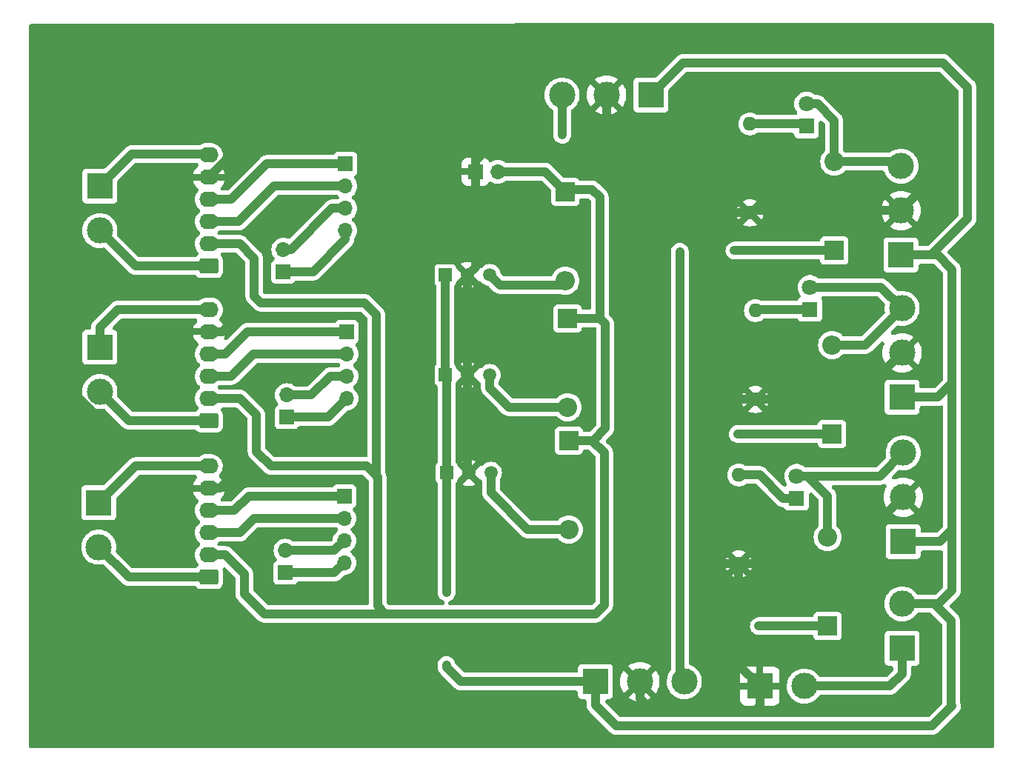
<source format=gbr>
%TF.GenerationSoftware,KiCad,Pcbnew,7.0.9-7.0.9~ubuntu20.04.1*%
%TF.CreationDate,2025-02-15T01:00:42+01:00*%
%TF.ProjectId,main_board_proto,6d61696e-5f62-46f6-9172-645f70726f74,rev?*%
%TF.SameCoordinates,Original*%
%TF.FileFunction,Copper,L2,Bot*%
%TF.FilePolarity,Positive*%
%FSLAX46Y46*%
G04 Gerber Fmt 4.6, Leading zero omitted, Abs format (unit mm)*
G04 Created by KiCad (PCBNEW 7.0.9-7.0.9~ubuntu20.04.1) date 2025-02-15 01:00:42*
%MOMM*%
%LPD*%
G01*
G04 APERTURE LIST*
G04 Aperture macros list*
%AMRoundRect*
0 Rectangle with rounded corners*
0 $1 Rounding radius*
0 $2 $3 $4 $5 $6 $7 $8 $9 X,Y pos of 4 corners*
0 Add a 4 corners polygon primitive as box body*
4,1,4,$2,$3,$4,$5,$6,$7,$8,$9,$2,$3,0*
0 Add four circle primitives for the rounded corners*
1,1,$1+$1,$2,$3*
1,1,$1+$1,$4,$5*
1,1,$1+$1,$6,$7*
1,1,$1+$1,$8,$9*
0 Add four rect primitives between the rounded corners*
20,1,$1+$1,$2,$3,$4,$5,0*
20,1,$1+$1,$4,$5,$6,$7,0*
20,1,$1+$1,$6,$7,$8,$9,0*
20,1,$1+$1,$8,$9,$2,$3,0*%
G04 Aperture macros list end*
%TA.AperFunction,ComponentPad*%
%ADD10R,1.700000X1.700000*%
%TD*%
%TA.AperFunction,ComponentPad*%
%ADD11O,1.700000X1.700000*%
%TD*%
%TA.AperFunction,ComponentPad*%
%ADD12R,3.000000X3.000000*%
%TD*%
%TA.AperFunction,ComponentPad*%
%ADD13C,3.000000*%
%TD*%
%TA.AperFunction,ComponentPad*%
%ADD14R,2.200000X2.200000*%
%TD*%
%TA.AperFunction,ComponentPad*%
%ADD15O,2.200000X2.200000*%
%TD*%
%TA.AperFunction,ComponentPad*%
%ADD16C,1.600000*%
%TD*%
%TA.AperFunction,ComponentPad*%
%ADD17O,1.600000X1.600000*%
%TD*%
%TA.AperFunction,ComponentPad*%
%ADD18R,1.800000X1.800000*%
%TD*%
%TA.AperFunction,ComponentPad*%
%ADD19C,1.800000*%
%TD*%
%TA.AperFunction,ComponentPad*%
%ADD20RoundRect,0.250000X0.845000X-0.620000X0.845000X0.620000X-0.845000X0.620000X-0.845000X-0.620000X0*%
%TD*%
%TA.AperFunction,ComponentPad*%
%ADD21O,2.190000X1.740000*%
%TD*%
%TA.AperFunction,ComponentPad*%
%ADD22R,1.500000X1.500000*%
%TD*%
%TA.AperFunction,ComponentPad*%
%ADD23C,1.500000*%
%TD*%
%TA.AperFunction,ViaPad*%
%ADD24C,0.800000*%
%TD*%
%TA.AperFunction,Conductor*%
%ADD25C,1.000000*%
%TD*%
G04 APERTURE END LIST*
D10*
%TO.P,J12,1,Pin_1*%
%TO.N,Net-(J12-Pin_1)*%
X77241000Y-87894000D03*
D11*
%TO.P,J12,2,Pin_2*%
%TO.N,Net-(J12-Pin_2)*%
X77241000Y-85354000D03*
%TD*%
D12*
%TO.P,J10,1,Pin_1*%
%TO.N,+12V*%
X147574000Y-85598000D03*
D13*
%TO.P,J10,2,Pin_2*%
%TO.N,GND*%
X147574000Y-80518000D03*
%TO.P,J10,3,Pin_3*%
%TO.N,Net-(D2-A)*%
X147574000Y-75438000D03*
%TD*%
D12*
%TO.P,J8,1,Pin_1*%
%TO.N,Net-(J14-Pin_6)*%
X55880000Y-79883000D03*
D13*
%TO.P,J8,2,Pin_2*%
%TO.N,Net-(J14-Pin_1)*%
X55880000Y-84963000D03*
%TD*%
D14*
%TO.P,D1,1,K*%
%TO.N,+5V*%
X139065000Y-111760000D03*
D15*
%TO.P,D1,2,A*%
%TO.N,Net-(D1-A)*%
X139065000Y-101600000D03*
%TD*%
D12*
%TO.P,J19,1,Pin_1*%
%TO.N,+12V*%
X118872000Y-51054000D03*
D13*
%TO.P,J19,2,Pin_2*%
%TO.N,GND*%
X113792000Y-51054000D03*
%TO.P,J19,3,Pin_3*%
%TO.N,+5V*%
X108712000Y-51054000D03*
%TD*%
D16*
%TO.P,R1,1*%
%TO.N,GND*%
X128905000Y-104648000D03*
D17*
%TO.P,R1,2*%
%TO.N,Net-(D4-K)*%
X128905000Y-94488000D03*
%TD*%
D10*
%TO.P,J6,1,Pin_1*%
%TO.N,Net-(J3-Pin_4)*%
X83947000Y-58928000D03*
D11*
%TO.P,J6,2,Pin_2*%
%TO.N,Net-(J3-Pin_3)*%
X83947000Y-61468000D03*
%TO.P,J6,3,Pin_3*%
%TO.N,Net-(J6-Pin_3)*%
X83947000Y-64008000D03*
%TO.P,J6,4,Pin_4*%
%TO.N,Net-(J6-Pin_4)*%
X83947000Y-66548000D03*
%TD*%
D18*
%TO.P,D6,1,K*%
%TO.N,Net-(D6-K)*%
X136652000Y-54610000D03*
D19*
%TO.P,D6,2,A*%
%TO.N,Net-(D3-A)*%
X136652000Y-52070000D03*
%TD*%
D12*
%TO.P,J5,1,Pin_1*%
%TO.N,+12V*%
X112522000Y-118110000D03*
D13*
%TO.P,J5,2,Pin_2*%
%TO.N,GND*%
X117602000Y-118110000D03*
%TO.P,J5,3,Pin_3*%
%TO.N,+5V*%
X122682000Y-118110000D03*
%TD*%
D12*
%TO.P,J11,1,Pin_1*%
%TO.N,+12V*%
X147447000Y-69342000D03*
D13*
%TO.P,J11,2,Pin_2*%
%TO.N,GND*%
X147447000Y-64262000D03*
%TO.P,J11,3,Pin_3*%
%TO.N,Net-(D3-A)*%
X147447000Y-59182000D03*
%TD*%
D20*
%TO.P,J15,1,Pin_1*%
%TO.N,Net-(J15-Pin_1)*%
X68326000Y-106172000D03*
D21*
%TO.P,J15,2,Pin_2*%
%TO.N,+5VA*%
X68326000Y-103632000D03*
%TO.P,J15,3,Pin_3*%
%TO.N,Net-(J15-Pin_3)*%
X68326000Y-101092000D03*
%TO.P,J15,4,Pin_4*%
%TO.N,Net-(J15-Pin_4)*%
X68326000Y-98552000D03*
%TO.P,J15,5,Pin_5*%
%TO.N,GND*%
X68326000Y-96012000D03*
%TO.P,J15,6,Pin_6*%
%TO.N,Net-(J15-Pin_6)*%
X68326000Y-93472000D03*
%TD*%
D14*
%TO.P,D3,1,K*%
%TO.N,+5V*%
X139827000Y-68834000D03*
D15*
%TO.P,D3,2,A*%
%TO.N,Net-(D3-A)*%
X139827000Y-58674000D03*
%TD*%
D20*
%TO.P,J3,1,Pin_1*%
%TO.N,Net-(J1-Pin_2)*%
X68326000Y-70612000D03*
D21*
%TO.P,J3,2,Pin_2*%
%TO.N,+5VA*%
X68326000Y-68072000D03*
%TO.P,J3,3,Pin_3*%
%TO.N,Net-(J3-Pin_3)*%
X68326000Y-65532000D03*
%TO.P,J3,4,Pin_4*%
%TO.N,Net-(J3-Pin_4)*%
X68326000Y-62992000D03*
%TO.P,J3,5,Pin_5*%
%TO.N,GND*%
X68326000Y-60452000D03*
%TO.P,J3,6,Pin_6*%
%TO.N,Net-(J1-Pin_1)*%
X68326000Y-57912000D03*
%TD*%
D18*
%TO.P,D5,1,K*%
%TO.N,Net-(D5-K)*%
X137033000Y-75565000D03*
D19*
%TO.P,D5,2,A*%
%TO.N,Net-(D2-A)*%
X137033000Y-73025000D03*
%TD*%
D22*
%TO.P,U3,1,Vin*%
%TO.N,+12V*%
X95504000Y-94234000D03*
D23*
%TO.P,U3,2,GND*%
%TO.N,GND*%
X98044000Y-94234000D03*
%TO.P,U3,3,Vout*%
%TO.N,Net-(D9-A)*%
X100584000Y-94234000D03*
%TD*%
D12*
%TO.P,J9,1,Pin_1*%
%TO.N,Net-(J15-Pin_6)*%
X55753000Y-97663000D03*
D13*
%TO.P,J9,2,Pin_2*%
%TO.N,Net-(J15-Pin_1)*%
X55753000Y-102743000D03*
%TD*%
D10*
%TO.P,J16,1,Pin_1*%
%TO.N,Net-(J14-Pin_4)*%
X84099000Y-78115000D03*
D11*
%TO.P,J16,2,Pin_2*%
%TO.N,Net-(J14-Pin_3)*%
X84099000Y-80655000D03*
%TO.P,J16,3,Pin_3*%
%TO.N,Net-(J12-Pin_2)*%
X84099000Y-83195000D03*
%TO.P,J16,4,Pin_4*%
%TO.N,Net-(J12-Pin_1)*%
X84099000Y-85735000D03*
%TD*%
D20*
%TO.P,J14,1,Pin_1*%
%TO.N,Net-(J14-Pin_1)*%
X68351000Y-88275000D03*
D21*
%TO.P,J14,2,Pin_2*%
%TO.N,+5VA*%
X68351000Y-85735000D03*
%TO.P,J14,3,Pin_3*%
%TO.N,Net-(J14-Pin_3)*%
X68351000Y-83195000D03*
%TO.P,J14,4,Pin_4*%
%TO.N,Net-(J14-Pin_4)*%
X68351000Y-80655000D03*
%TO.P,J14,5,Pin_5*%
%TO.N,GND*%
X68351000Y-78115000D03*
%TO.P,J14,6,Pin_6*%
%TO.N,Net-(J14-Pin_6)*%
X68351000Y-75575000D03*
%TD*%
D14*
%TO.P,D8,1,K*%
%TO.N,+5VA*%
X109347000Y-76581000D03*
D15*
%TO.P,D8,2,A*%
%TO.N,Net-(D8-A)*%
X109347000Y-86741000D03*
%TD*%
D14*
%TO.P,D9,1,K*%
%TO.N,+5VA*%
X109474000Y-90551000D03*
D15*
%TO.P,D9,2,A*%
%TO.N,Net-(D9-A)*%
X109474000Y-100711000D03*
%TD*%
D12*
%TO.P,J18,1,Pin_1*%
%TO.N,Net-(J18-Pin_1)*%
X147574000Y-114300000D03*
D13*
%TO.P,J18,2,Pin_2*%
%TO.N,+12V*%
X147574000Y-109220000D03*
%TD*%
D12*
%TO.P,J2,1,Pin_1*%
%TO.N,+12V*%
X147701000Y-102108000D03*
D13*
%TO.P,J2,2,Pin_2*%
%TO.N,GND*%
X147701000Y-97028000D03*
%TO.P,J2,3,Pin_3*%
%TO.N,Net-(D1-A)*%
X147701000Y-91948000D03*
%TD*%
D16*
%TO.P,R2,1*%
%TO.N,GND*%
X130810000Y-85852000D03*
D17*
%TO.P,R2,2*%
%TO.N,Net-(D5-K)*%
X130810000Y-75692000D03*
%TD*%
D12*
%TO.P,J1,1,Pin_1*%
%TO.N,Net-(J1-Pin_1)*%
X55880000Y-61468000D03*
D13*
%TO.P,J1,2,Pin_2*%
%TO.N,Net-(J1-Pin_2)*%
X55880000Y-66548000D03*
%TD*%
D10*
%TO.P,J13,1,Pin_1*%
%TO.N,Net-(J13-Pin_1)*%
X77089000Y-105664000D03*
D11*
%TO.P,J13,2,Pin_2*%
%TO.N,Net-(J13-Pin_2)*%
X77089000Y-103124000D03*
%TD*%
D16*
%TO.P,R3,1*%
%TO.N,GND*%
X130175000Y-64516000D03*
D17*
%TO.P,R3,2*%
%TO.N,Net-(D6-K)*%
X130175000Y-54356000D03*
%TD*%
D22*
%TO.P,U2,1,Vin*%
%TO.N,+12V*%
X95377000Y-83058000D03*
D23*
%TO.P,U2,2,GND*%
%TO.N,GND*%
X97917000Y-83058000D03*
%TO.P,U2,3,Vout*%
%TO.N,Net-(D8-A)*%
X100457000Y-83058000D03*
%TD*%
D12*
%TO.P,J20,1,Pin_1*%
%TO.N,GND*%
X131318000Y-118618000D03*
D13*
%TO.P,J20,2,Pin_2*%
%TO.N,Net-(J18-Pin_1)*%
X136398000Y-118618000D03*
%TD*%
D10*
%TO.P,J4,1,Pin_1*%
%TO.N,GND*%
X98806000Y-59817000D03*
D11*
%TO.P,J4,2,Pin_2*%
%TO.N,+5VA*%
X101346000Y-59817000D03*
%TD*%
D14*
%TO.P,D2,1,K*%
%TO.N,+5V*%
X139573000Y-89789000D03*
D15*
%TO.P,D2,2,A*%
%TO.N,Net-(D2-A)*%
X139573000Y-79629000D03*
%TD*%
D22*
%TO.P,U1,1,Vin*%
%TO.N,+12V*%
X95377000Y-71628000D03*
D23*
%TO.P,U1,2,GND*%
%TO.N,GND*%
X97917000Y-71628000D03*
%TO.P,U1,3,Vout*%
%TO.N,Net-(D7-A)*%
X100457000Y-71628000D03*
%TD*%
D10*
%TO.P,J7,1,Pin_1*%
%TO.N,Net-(J6-Pin_4)*%
X76835000Y-71247000D03*
D11*
%TO.P,J7,2,Pin_2*%
%TO.N,Net-(J6-Pin_3)*%
X76835000Y-68707000D03*
%TD*%
D18*
%TO.P,D4,1,K*%
%TO.N,Net-(D4-K)*%
X135509000Y-97155000D03*
D19*
%TO.P,D4,2,A*%
%TO.N,Net-(D1-A)*%
X135509000Y-94615000D03*
%TD*%
D10*
%TO.P,J17,1,Pin_1*%
%TO.N,Net-(J15-Pin_4)*%
X83820000Y-96901000D03*
D11*
%TO.P,J17,2,Pin_2*%
%TO.N,Net-(J15-Pin_3)*%
X83820000Y-99441000D03*
%TO.P,J17,3,Pin_3*%
%TO.N,Net-(J13-Pin_2)*%
X83820000Y-101981000D03*
%TO.P,J17,4,Pin_4*%
%TO.N,Net-(J13-Pin_1)*%
X83820000Y-104521000D03*
%TD*%
D14*
%TO.P,D7,1,K*%
%TO.N,+5VA*%
X109093000Y-62103000D03*
D15*
%TO.P,D7,2,A*%
%TO.N,Net-(D7-A)*%
X109093000Y-72263000D03*
%TD*%
D24*
%TO.N,+5V*%
X122174000Y-89789000D03*
X122174000Y-68961000D03*
X108712000Y-55626000D03*
X122174000Y-111760000D03*
X128778000Y-89789000D03*
X128397000Y-68834000D03*
X131191000Y-111760000D03*
%TO.N,+12V*%
X95504000Y-107950000D03*
X95504000Y-116332000D03*
%TD*%
D25*
%TO.N,+5V*%
X122174000Y-111760000D02*
X122174000Y-89789000D01*
X128524000Y-68834000D02*
X128397000Y-68834000D01*
X139827000Y-68834000D02*
X128524000Y-68834000D01*
X122174000Y-117602000D02*
X122174000Y-111760000D01*
X139573000Y-89789000D02*
X128778000Y-89789000D01*
X122682000Y-118110000D02*
X122174000Y-117602000D01*
X139065000Y-111760000D02*
X131191000Y-111760000D01*
X122174000Y-89789000D02*
X122174000Y-68961000D01*
X108712000Y-51054000D02*
X108712000Y-55626000D01*
%TO.N,Net-(D1-A)*%
X135763000Y-94488000D02*
X135890000Y-94615000D01*
X135509000Y-94615000D02*
X145034000Y-94615000D01*
X139065000Y-96898208D02*
X139065000Y-101600000D01*
X135509000Y-94615000D02*
X136781792Y-94615000D01*
X145034000Y-94615000D02*
X147701000Y-91948000D01*
X136781792Y-94615000D02*
X139065000Y-96898208D01*
%TO.N,Net-(D2-A)*%
X145161000Y-73025000D02*
X137033000Y-73025000D01*
X143383000Y-79629000D02*
X147574000Y-75438000D01*
X139573000Y-79629000D02*
X143383000Y-79629000D01*
X147574000Y-75438000D02*
X145161000Y-73025000D01*
%TO.N,Net-(D3-A)*%
X139827000Y-53972208D02*
X137924792Y-52070000D01*
X139827000Y-58674000D02*
X146939000Y-58674000D01*
X146939000Y-58674000D02*
X147447000Y-59182000D01*
X137924792Y-52070000D02*
X136652000Y-52070000D01*
X139827000Y-58674000D02*
X139827000Y-53972208D01*
%TO.N,Net-(D4-K)*%
X135509000Y-97155000D02*
X133985000Y-97155000D01*
X133985000Y-97155000D02*
X131318000Y-94488000D01*
X131318000Y-94488000D02*
X128905000Y-94488000D01*
%TO.N,Net-(D5-K)*%
X130937000Y-75565000D02*
X130810000Y-75692000D01*
X137033000Y-75565000D02*
X130937000Y-75565000D01*
%TO.N,Net-(D6-K)*%
X136398000Y-54356000D02*
X136652000Y-54610000D01*
X130175000Y-54356000D02*
X136398000Y-54356000D01*
%TO.N,Net-(J1-Pin_1)*%
X68199000Y-57785000D02*
X68326000Y-57912000D01*
X59563000Y-57785000D02*
X68199000Y-57785000D01*
X55880000Y-61468000D02*
X59563000Y-57785000D01*
%TO.N,Net-(J1-Pin_2)*%
X55880000Y-66548000D02*
X59944000Y-70612000D01*
X59944000Y-70612000D02*
X68326000Y-70612000D01*
%TO.N,+12V*%
X153289000Y-120904000D02*
X151003000Y-123190000D01*
X151638000Y-69342000D02*
X153289000Y-70993000D01*
X147574000Y-109220000D02*
X151765000Y-109220000D01*
X153289000Y-107696000D02*
X151765000Y-109220000D01*
X150876000Y-69342000D02*
X155067000Y-65151000D01*
X152273000Y-47371000D02*
X122555000Y-47371000D01*
X95504000Y-94234000D02*
X95504000Y-107950000D01*
X151638000Y-85598000D02*
X147574000Y-85598000D01*
X95504000Y-116332000D02*
X95504000Y-116205000D01*
X114935000Y-123190000D02*
X112522000Y-120777000D01*
X112522000Y-120777000D02*
X112522000Y-118110000D01*
X95504000Y-83185000D02*
X95377000Y-83058000D01*
X151892000Y-102108000D02*
X147701000Y-102108000D01*
X155067000Y-50165000D02*
X152273000Y-47371000D01*
X112522000Y-118110000D02*
X97155000Y-118110000D01*
X97155000Y-118110000D02*
X95504000Y-116459000D01*
X122555000Y-47371000D02*
X118872000Y-51054000D01*
X147447000Y-69342000D02*
X150876000Y-69342000D01*
X147447000Y-69342000D02*
X151638000Y-69342000D01*
X147574000Y-109220000D02*
X151257000Y-109220000D01*
X95504000Y-116459000D02*
X95504000Y-116332000D01*
X151003000Y-123190000D02*
X114935000Y-123190000D01*
X151257000Y-109220000D02*
X153162000Y-111125000D01*
X153162000Y-120777000D02*
X153289000Y-120904000D01*
X153289000Y-70993000D02*
X153289000Y-83947000D01*
X153289000Y-100711000D02*
X153289000Y-107696000D01*
X153289000Y-83947000D02*
X151638000Y-85598000D01*
X95377000Y-83058000D02*
X95377000Y-71628000D01*
X153289000Y-83947000D02*
X153289000Y-100711000D01*
X153289000Y-100711000D02*
X151892000Y-102108000D01*
X155067000Y-65151000D02*
X155067000Y-50165000D01*
X153162000Y-111125000D02*
X153162000Y-120777000D01*
X95504000Y-94234000D02*
X95504000Y-83185000D01*
%TO.N,GND*%
X125857000Y-103632000D02*
X125857000Y-87249000D01*
X128905000Y-104648000D02*
X126873000Y-104648000D01*
X98806000Y-70739000D02*
X97917000Y-71628000D01*
X70866000Y-91567000D02*
X69977000Y-90678000D01*
X147701000Y-97028000D02*
X140081000Y-104648000D01*
X142240000Y-85852000D02*
X130810000Y-85852000D01*
X97917000Y-71628000D02*
X97917000Y-83058000D01*
X117094000Y-56769000D02*
X124460000Y-56769000D01*
X125857000Y-55372000D02*
X125857000Y-65659000D01*
X52959000Y-85153270D02*
X52959000Y-72644000D01*
X125857000Y-51435000D02*
X125857000Y-55372000D01*
X131318000Y-120904000D02*
X131318000Y-118618000D01*
X69977000Y-90678000D02*
X58483730Y-90678000D01*
X147447000Y-64262000D02*
X153035000Y-58674000D01*
X127381000Y-85852000D02*
X125857000Y-84328000D01*
X97917000Y-83058000D02*
X97917000Y-94107000D01*
X128905000Y-116205000D02*
X128905000Y-104648000D01*
X68351000Y-78115000D02*
X69840000Y-78115000D01*
X130810000Y-121412000D02*
X131318000Y-120904000D01*
X125857000Y-87249000D02*
X127254000Y-85852000D01*
X125857000Y-65659000D02*
X127127000Y-64389000D01*
X147447000Y-64262000D02*
X130429000Y-64262000D01*
X69596000Y-73152000D02*
X53467000Y-73152000D01*
X70993000Y-74549000D02*
X69596000Y-73152000D01*
X52959000Y-72644000D02*
X52959000Y-59182000D01*
X127889000Y-49403000D02*
X125857000Y-51435000D01*
X149860000Y-49403000D02*
X127889000Y-49403000D01*
X113792000Y-51054000D02*
X113792000Y-54991000D01*
X69596000Y-96012000D02*
X70866000Y-94742000D01*
X130429000Y-64262000D02*
X130175000Y-64516000D01*
X99822000Y-57531000D02*
X116332000Y-57531000D01*
X73406000Y-55372000D02*
X96393000Y-55372000D01*
X53467000Y-73152000D02*
X52959000Y-72644000D01*
X98806000Y-57785000D02*
X98806000Y-59817000D01*
X117602000Y-118110000D02*
X117602000Y-120015000D01*
X113792000Y-54991000D02*
X116332000Y-57531000D01*
X126873000Y-104648000D02*
X125857000Y-103632000D01*
X98806000Y-59817000D02*
X98806000Y-58547000D01*
X116332000Y-57531000D02*
X117094000Y-56769000D01*
X118999000Y-121412000D02*
X130810000Y-121412000D01*
X68326000Y-96012000D02*
X69596000Y-96012000D01*
X68326000Y-60452000D02*
X73406000Y-55372000D01*
X127127000Y-64389000D02*
X127254000Y-64516000D01*
X58483730Y-90678000D02*
X52959000Y-85153270D01*
X130810000Y-85852000D02*
X127381000Y-85852000D01*
X98806000Y-59817000D02*
X98806000Y-70739000D01*
X140081000Y-104648000D02*
X128905000Y-104648000D01*
X131318000Y-118618000D02*
X128905000Y-116205000D01*
X70866000Y-94742000D02*
X70866000Y-91567000D01*
X70993000Y-76962000D02*
X70993000Y-74549000D01*
X153035000Y-58674000D02*
X153035000Y-52578000D01*
X153035000Y-52578000D02*
X149860000Y-49403000D01*
X56769000Y-55372000D02*
X73406000Y-55372000D01*
X97917000Y-94107000D02*
X98044000Y-94234000D01*
X127254000Y-85852000D02*
X130810000Y-85852000D01*
X124460000Y-56769000D02*
X125857000Y-55372000D01*
X117602000Y-120015000D02*
X118999000Y-121412000D01*
X98806000Y-58547000D02*
X99822000Y-57531000D01*
X96393000Y-55372000D02*
X98806000Y-57785000D01*
X52959000Y-59182000D02*
X56769000Y-55372000D01*
X127254000Y-64516000D02*
X130175000Y-64516000D01*
X69840000Y-78115000D02*
X70993000Y-76962000D01*
X125857000Y-84328000D02*
X125857000Y-65659000D01*
X147574000Y-80518000D02*
X142240000Y-85852000D01*
%TO.N,Net-(J3-Pin_3)*%
X75819000Y-61468000D02*
X83947000Y-61468000D01*
X68326000Y-65532000D02*
X71755000Y-65532000D01*
X71755000Y-65532000D02*
X75819000Y-61468000D01*
%TO.N,Net-(J3-Pin_4)*%
X74930000Y-58928000D02*
X83947000Y-58928000D01*
X70866000Y-62992000D02*
X74930000Y-58928000D01*
X68326000Y-62992000D02*
X70866000Y-62992000D01*
%TO.N,Net-(J6-Pin_3)*%
X77724000Y-68707000D02*
X76835000Y-68707000D01*
X82423000Y-64008000D02*
X77724000Y-68707000D01*
X83947000Y-64008000D02*
X82423000Y-64008000D01*
%TO.N,Net-(J6-Pin_4)*%
X83947000Y-67564000D02*
X80264000Y-71247000D01*
X80264000Y-71247000D02*
X76835000Y-71247000D01*
X83947000Y-66548000D02*
X83947000Y-67564000D01*
%TO.N,Net-(J14-Pin_6)*%
X57922000Y-75575000D02*
X68351000Y-75575000D01*
X55880000Y-77597000D02*
X57912000Y-75565000D01*
X57912000Y-75565000D02*
X57922000Y-75575000D01*
X55880000Y-79883000D02*
X55880000Y-77597000D01*
%TO.N,Net-(J14-Pin_1)*%
X55880000Y-84963000D02*
X59192000Y-88275000D01*
X59192000Y-88275000D02*
X68351000Y-88275000D01*
%TO.N,Net-(J15-Pin_6)*%
X59944000Y-93472000D02*
X68326000Y-93472000D01*
X55753000Y-97663000D02*
X59944000Y-93472000D01*
%TO.N,Net-(J15-Pin_1)*%
X55753000Y-102743000D02*
X59182000Y-106172000D01*
X59182000Y-106172000D02*
X68326000Y-106172000D01*
%TO.N,Net-(J12-Pin_1)*%
X81940000Y-87894000D02*
X77241000Y-87894000D01*
X84099000Y-85735000D02*
X81940000Y-87894000D01*
%TO.N,Net-(J12-Pin_2)*%
X80035000Y-85354000D02*
X77241000Y-85354000D01*
X82194000Y-83195000D02*
X80035000Y-85354000D01*
X84099000Y-83195000D02*
X82194000Y-83195000D01*
%TO.N,Net-(J13-Pin_1)*%
X82677000Y-105664000D02*
X83820000Y-104521000D01*
X77089000Y-105664000D02*
X82677000Y-105664000D01*
%TO.N,Net-(J13-Pin_2)*%
X77089000Y-103124000D02*
X82677000Y-103124000D01*
X82677000Y-103124000D02*
X83820000Y-101981000D01*
%TO.N,Net-(J14-Pin_3)*%
X68351000Y-83195000D02*
X70856000Y-83195000D01*
X73396000Y-80655000D02*
X84099000Y-80655000D01*
X70856000Y-83195000D02*
X73396000Y-80655000D01*
%TO.N,Net-(J14-Pin_4)*%
X72771000Y-78105000D02*
X72781000Y-78115000D01*
X72781000Y-78115000D02*
X84099000Y-78115000D01*
X68351000Y-80655000D02*
X70221000Y-80655000D01*
X70221000Y-80655000D02*
X72771000Y-78105000D01*
%TO.N,Net-(J15-Pin_3)*%
X68326000Y-101092000D02*
X71882000Y-101092000D01*
X73533000Y-99441000D02*
X83820000Y-99441000D01*
X71882000Y-101092000D02*
X73533000Y-99441000D01*
%TO.N,Net-(J15-Pin_4)*%
X72898000Y-96901000D02*
X83820000Y-96901000D01*
X71247000Y-98552000D02*
X72898000Y-96901000D01*
X68326000Y-98552000D02*
X71247000Y-98552000D01*
%TO.N,Net-(J18-Pin_1)*%
X146177000Y-118618000D02*
X136398000Y-118618000D01*
X147574000Y-117221000D02*
X146177000Y-118618000D01*
X147574000Y-114300000D02*
X147574000Y-117221000D01*
%TO.N,+5VA*%
X72390000Y-105791000D02*
X70231000Y-103632000D01*
X71882000Y-68072000D02*
X73533000Y-69723000D01*
X87630000Y-109474000D02*
X88519000Y-110363000D01*
X71892000Y-85735000D02*
X73787000Y-87630000D01*
X101346000Y-59817000D02*
X106807000Y-59817000D01*
X113538000Y-91948000D02*
X113538000Y-109347000D01*
X112268000Y-90551000D02*
X113665000Y-89154000D01*
X68326000Y-68072000D02*
X71882000Y-68072000D01*
X73533000Y-69723000D02*
X73533000Y-74041000D01*
X112141000Y-90551000D02*
X113538000Y-91948000D01*
X70231000Y-103632000D02*
X68326000Y-103632000D01*
X106807000Y-59817000D02*
X109093000Y-62103000D01*
X113665000Y-77216000D02*
X113030000Y-76581000D01*
X75438000Y-93472000D02*
X86360000Y-93472000D01*
X109347000Y-61849000D02*
X109093000Y-62103000D01*
X68351000Y-85735000D02*
X71892000Y-85735000D01*
X113030000Y-62738000D02*
X112141000Y-61849000D01*
X86360000Y-93472000D02*
X87630000Y-94742000D01*
X74295000Y-74803000D02*
X86106000Y-74803000D01*
X73787000Y-87630000D02*
X73787000Y-91821000D01*
X87630000Y-94742000D02*
X87630000Y-109474000D01*
X73533000Y-74041000D02*
X74295000Y-74803000D01*
X113030000Y-76581000D02*
X113030000Y-62738000D01*
X113665000Y-89154000D02*
X113665000Y-77216000D01*
X109474000Y-90551000D02*
X112268000Y-90551000D01*
X112141000Y-61849000D02*
X109347000Y-61849000D01*
X112522000Y-110363000D02*
X88519000Y-110363000D01*
X73787000Y-91821000D02*
X75438000Y-93472000D01*
X72390000Y-108077000D02*
X72390000Y-105791000D01*
X86106000Y-74803000D02*
X87503000Y-76200000D01*
X74676000Y-110363000D02*
X72390000Y-108077000D01*
X88519000Y-110363000D02*
X74676000Y-110363000D01*
X87503000Y-94615000D02*
X87630000Y-94742000D01*
X109474000Y-90551000D02*
X112141000Y-90551000D01*
X113030000Y-76581000D02*
X109347000Y-76581000D01*
X113538000Y-109347000D02*
X112522000Y-110363000D01*
X87503000Y-76200000D02*
X87503000Y-94615000D01*
%TO.N,Net-(D7-A)*%
X101600000Y-72771000D02*
X108585000Y-72771000D01*
X100457000Y-71628000D02*
X101600000Y-72771000D01*
X108585000Y-72771000D02*
X109093000Y-72263000D01*
%TO.N,Net-(D8-A)*%
X102616000Y-86741000D02*
X109347000Y-86741000D01*
X100457000Y-84582000D02*
X102616000Y-86741000D01*
X100457000Y-83058000D02*
X100457000Y-84582000D01*
%TO.N,Net-(D9-A)*%
X100584000Y-96520000D02*
X104775000Y-100711000D01*
X104775000Y-100711000D02*
X109474000Y-100711000D01*
X100584000Y-94234000D02*
X100584000Y-96520000D01*
%TD*%
%TA.AperFunction,Conductor*%
%TO.N,GND*%
G36*
X157961288Y-42818454D02*
G01*
X158042070Y-42872430D01*
X158096046Y-42953212D01*
X158115000Y-43048500D01*
X158115000Y-125481000D01*
X158096046Y-125576288D01*
X158042070Y-125657070D01*
X157961288Y-125711046D01*
X157866000Y-125730000D01*
X48001000Y-125730000D01*
X47905712Y-125711046D01*
X47824930Y-125657070D01*
X47770954Y-125576288D01*
X47752000Y-125481000D01*
X47752000Y-116535359D01*
X94501242Y-116535359D01*
X94501243Y-116535363D01*
X94511646Y-116593414D01*
X94512959Y-116602780D01*
X94518925Y-116661434D01*
X94528022Y-116690432D01*
X94531779Y-116705739D01*
X94534337Y-116720007D01*
X94537141Y-116735651D01*
X94537142Y-116735655D01*
X94559012Y-116790404D01*
X94562186Y-116799318D01*
X94579841Y-116855587D01*
X94579845Y-116855597D01*
X94594584Y-116882152D01*
X94601351Y-116896399D01*
X94612620Y-116924611D01*
X94612626Y-116924623D01*
X94645070Y-116973850D01*
X94649973Y-116981944D01*
X94678590Y-117033501D01*
X94698381Y-117056554D01*
X94707880Y-117069153D01*
X94724596Y-117094517D01*
X94766297Y-117136219D01*
X94772728Y-117143159D01*
X94785077Y-117157543D01*
X94811134Y-117187895D01*
X94835157Y-117206490D01*
X94846990Y-117216912D01*
X96438566Y-118808487D01*
X96482351Y-118854549D01*
X96499941Y-118873053D01*
X96548348Y-118906746D01*
X96555880Y-118912425D01*
X96601593Y-118949698D01*
X96628524Y-118963765D01*
X96642013Y-118971938D01*
X96666952Y-118989296D01*
X96721142Y-119012550D01*
X96729671Y-119016600D01*
X96781951Y-119043909D01*
X96811175Y-119052270D01*
X96826004Y-119057550D01*
X96853942Y-119069540D01*
X96911720Y-119081413D01*
X96920869Y-119083659D01*
X96977582Y-119099887D01*
X97007887Y-119102194D01*
X97023487Y-119104381D01*
X97053259Y-119110500D01*
X97112224Y-119110500D01*
X97121681Y-119110860D01*
X97180474Y-119115337D01*
X97180474Y-119115336D01*
X97180477Y-119115337D01*
X97210624Y-119111497D01*
X97226361Y-119110500D01*
X110272501Y-119110500D01*
X110367789Y-119129454D01*
X110448571Y-119183430D01*
X110502547Y-119264212D01*
X110521501Y-119359500D01*
X110521501Y-119657872D01*
X110523567Y-119677093D01*
X110527908Y-119717480D01*
X110527909Y-119717483D01*
X110578204Y-119852331D01*
X110664454Y-119967546D01*
X110779669Y-120053796D01*
X110914517Y-120104091D01*
X110974127Y-120110500D01*
X111272501Y-120110499D01*
X111367787Y-120129453D01*
X111448569Y-120183429D01*
X111502546Y-120264210D01*
X111521500Y-120359498D01*
X111521500Y-120764284D01*
X111519242Y-120853359D01*
X111519243Y-120853363D01*
X111529646Y-120911414D01*
X111530959Y-120920780D01*
X111536925Y-120979434D01*
X111546022Y-121008432D01*
X111549779Y-121023739D01*
X111552240Y-121037465D01*
X111555141Y-121053651D01*
X111555142Y-121053655D01*
X111577012Y-121108404D01*
X111580183Y-121117310D01*
X111592930Y-121157937D01*
X111597841Y-121173587D01*
X111597845Y-121173597D01*
X111612584Y-121200152D01*
X111619351Y-121214399D01*
X111630620Y-121242611D01*
X111630626Y-121242623D01*
X111663070Y-121291850D01*
X111667973Y-121299944D01*
X111696590Y-121351501D01*
X111716381Y-121374554D01*
X111725880Y-121387153D01*
X111742596Y-121412517D01*
X111784297Y-121454219D01*
X111790728Y-121461159D01*
X111829132Y-121505893D01*
X111829134Y-121505895D01*
X111853157Y-121524490D01*
X111864990Y-121534912D01*
X114177084Y-123847005D01*
X114218566Y-123888487D01*
X114279941Y-123953053D01*
X114316163Y-123978264D01*
X114328335Y-123986736D01*
X114335884Y-123992427D01*
X114381587Y-124029693D01*
X114381590Y-124029696D01*
X114381591Y-124029696D01*
X114381593Y-124029698D01*
X114408521Y-124043764D01*
X114422005Y-124051932D01*
X114446951Y-124069295D01*
X114446953Y-124069296D01*
X114446955Y-124069297D01*
X114446954Y-124069297D01*
X114501142Y-124092551D01*
X114509691Y-124096611D01*
X114561939Y-124123903D01*
X114561940Y-124123903D01*
X114561951Y-124123909D01*
X114591161Y-124132266D01*
X114606008Y-124137551D01*
X114633942Y-124149540D01*
X114691731Y-124161414D01*
X114700889Y-124163663D01*
X114734320Y-124173229D01*
X114757574Y-124179884D01*
X114757576Y-124179884D01*
X114757582Y-124179886D01*
X114787877Y-124182193D01*
X114803482Y-124184380D01*
X114833259Y-124190500D01*
X114892225Y-124190500D01*
X114901682Y-124190860D01*
X114918160Y-124192114D01*
X114960476Y-124195337D01*
X114990623Y-124191497D01*
X115006360Y-124190500D01*
X150990284Y-124190500D01*
X151079360Y-124192757D01*
X151079360Y-124192756D01*
X151079363Y-124192757D01*
X151137431Y-124182348D01*
X151146753Y-124181041D01*
X151205438Y-124175074D01*
X151234432Y-124165976D01*
X151249743Y-124162218D01*
X151279653Y-124156858D01*
X151334434Y-124134975D01*
X151343290Y-124131822D01*
X151399588Y-124114159D01*
X151426151Y-124099414D01*
X151440399Y-124092647D01*
X151468617Y-124081377D01*
X151517855Y-124048925D01*
X151525928Y-124044034D01*
X151577502Y-124015409D01*
X151600567Y-123995606D01*
X151613147Y-123986122D01*
X151638519Y-123969402D01*
X151680221Y-123927699D01*
X151687152Y-123921275D01*
X151731895Y-123882866D01*
X151750491Y-123858840D01*
X151760915Y-123847005D01*
X153976304Y-121631615D01*
X153980857Y-121627286D01*
X154035213Y-121578179D01*
X154078567Y-121519136D01*
X154082419Y-121514162D01*
X154089162Y-121505893D01*
X154128698Y-121457407D01*
X154131741Y-121451580D01*
X154151755Y-121419468D01*
X154155649Y-121414167D01*
X154186233Y-121347602D01*
X154188980Y-121342000D01*
X154222909Y-121277049D01*
X154224716Y-121270733D01*
X154237860Y-121235241D01*
X154240605Y-121229268D01*
X154257162Y-121157915D01*
X154258739Y-121151827D01*
X154278886Y-121081418D01*
X154279385Y-121074853D01*
X154285114Y-121037465D01*
X154286602Y-121031054D01*
X154288457Y-120957836D01*
X154288774Y-120951555D01*
X154294337Y-120878524D01*
X154293505Y-120871993D01*
X154291589Y-120834227D01*
X154291757Y-120827637D01*
X154278832Y-120755532D01*
X154277884Y-120749342D01*
X154268630Y-120676672D01*
X154266496Y-120670431D01*
X154257018Y-120633822D01*
X154255858Y-120627347D01*
X154239478Y-120586341D01*
X154228691Y-120559334D01*
X154226510Y-120553449D01*
X154202816Y-120484128D01*
X154199474Y-120478450D01*
X154182816Y-120444487D01*
X154180260Y-120438087D01*
X154162500Y-120345735D01*
X154162500Y-111137715D01*
X154164757Y-111048640D01*
X154164756Y-111048639D01*
X154164757Y-111048637D01*
X154154348Y-110990568D01*
X154153041Y-110981245D01*
X154147074Y-110922562D01*
X154137974Y-110893559D01*
X154134219Y-110878259D01*
X154128858Y-110848347D01*
X154106978Y-110793572D01*
X154103814Y-110784682D01*
X154086158Y-110728410D01*
X154071418Y-110701855D01*
X154064651Y-110687606D01*
X154053378Y-110659383D01*
X154020929Y-110610148D01*
X154016027Y-110602057D01*
X153987409Y-110550497D01*
X153977123Y-110538516D01*
X153967612Y-110527437D01*
X153958124Y-110514854D01*
X153941402Y-110489482D01*
X153941400Y-110489480D01*
X153899701Y-110447780D01*
X153893281Y-110440853D01*
X153854866Y-110396105D01*
X153830840Y-110377507D01*
X153819001Y-110367080D01*
X153101990Y-109650070D01*
X153048014Y-109569288D01*
X153029060Y-109474000D01*
X153048014Y-109378712D01*
X153101990Y-109297930D01*
X153987486Y-108412434D01*
X153989164Y-108410838D01*
X154052053Y-108351059D01*
X154085762Y-108302625D01*
X154091408Y-108295137D01*
X154128697Y-108249408D01*
X154142762Y-108222478D01*
X154150935Y-108208988D01*
X154168295Y-108184049D01*
X154191561Y-108129829D01*
X154195596Y-108121335D01*
X154222909Y-108069049D01*
X154231265Y-108039842D01*
X154236554Y-108024984D01*
X154248540Y-107997058D01*
X154260413Y-107939273D01*
X154262665Y-107930103D01*
X154269390Y-107906604D01*
X154278886Y-107873418D01*
X154281193Y-107843121D01*
X154283384Y-107827501D01*
X154289500Y-107797741D01*
X154289500Y-107738774D01*
X154289860Y-107729316D01*
X154290874Y-107715996D01*
X154294337Y-107670524D01*
X154290497Y-107640377D01*
X154289500Y-107624638D01*
X154289500Y-100753774D01*
X154289860Y-100744316D01*
X154290874Y-100730996D01*
X154294337Y-100685524D01*
X154290497Y-100655377D01*
X154289500Y-100639638D01*
X154289500Y-83989776D01*
X154289860Y-83980319D01*
X154294337Y-83921525D01*
X154294336Y-83921524D01*
X154294337Y-83921523D01*
X154290497Y-83891375D01*
X154289500Y-83875638D01*
X154289500Y-71005715D01*
X154291757Y-70916638D01*
X154286959Y-70889872D01*
X154281352Y-70858589D01*
X154280038Y-70849219D01*
X154278342Y-70832537D01*
X154274074Y-70790562D01*
X154274073Y-70790559D01*
X154274073Y-70790557D01*
X154264979Y-70761574D01*
X154261217Y-70746247D01*
X154255859Y-70716348D01*
X154233981Y-70661577D01*
X154230811Y-70652674D01*
X154213159Y-70596412D01*
X154198409Y-70569837D01*
X154191651Y-70555605D01*
X154180378Y-70527383D01*
X154147931Y-70478151D01*
X154143028Y-70470058D01*
X154127941Y-70442878D01*
X154114409Y-70418498D01*
X154094612Y-70395437D01*
X154085124Y-70382854D01*
X154068402Y-70357482D01*
X154053420Y-70342500D01*
X154026701Y-70315780D01*
X154020281Y-70308853D01*
X153981866Y-70264105D01*
X153963167Y-70249631D01*
X153957840Y-70245507D01*
X153946001Y-70235080D01*
X152847989Y-69137069D01*
X152794013Y-69056287D01*
X152775059Y-68960999D01*
X152794013Y-68865711D01*
X152847985Y-68784934D01*
X155765467Y-65867452D01*
X155830053Y-65806059D01*
X155863749Y-65757644D01*
X155869428Y-65750112D01*
X155906698Y-65704407D01*
X155920764Y-65677478D01*
X155928941Y-65663982D01*
X155933809Y-65656986D01*
X155946295Y-65639049D01*
X155969558Y-65584836D01*
X155973592Y-65576342D01*
X156000909Y-65524049D01*
X156009267Y-65494836D01*
X156014553Y-65479987D01*
X156026540Y-65452058D01*
X156038412Y-65394284D01*
X156040660Y-65385124D01*
X156056887Y-65328418D01*
X156059194Y-65298111D01*
X156061386Y-65282490D01*
X156067499Y-65252746D01*
X156067500Y-65252740D01*
X156067500Y-65193776D01*
X156067860Y-65184319D01*
X156072337Y-65125526D01*
X156072336Y-65125525D01*
X156072337Y-65125524D01*
X156068497Y-65095376D01*
X156067500Y-65079639D01*
X156067500Y-50177715D01*
X156069757Y-50088640D01*
X156069756Y-50088639D01*
X156069757Y-50088637D01*
X156059349Y-50030572D01*
X156058041Y-50021242D01*
X156052074Y-49962562D01*
X156042977Y-49933571D01*
X156039216Y-49918247D01*
X156033857Y-49888345D01*
X156011985Y-49833588D01*
X156008812Y-49824675D01*
X155991161Y-49768418D01*
X155991160Y-49768417D01*
X155991159Y-49768412D01*
X155976414Y-49741846D01*
X155969653Y-49727610D01*
X155958378Y-49699383D01*
X155925929Y-49650148D01*
X155921027Y-49642057D01*
X155892409Y-49590497D01*
X155882123Y-49578516D01*
X155872612Y-49567437D01*
X155863124Y-49554854D01*
X155846402Y-49529482D01*
X155846400Y-49529480D01*
X155804701Y-49487780D01*
X155798281Y-49480853D01*
X155768805Y-49446518D01*
X155759869Y-49436108D01*
X155759860Y-49436100D01*
X155735840Y-49417507D01*
X155724001Y-49407080D01*
X152989452Y-46672532D01*
X152928056Y-46607944D01*
X152898430Y-46587325D01*
X152879650Y-46574253D01*
X152872103Y-46568562D01*
X152826414Y-46531307D01*
X152826410Y-46531304D01*
X152826407Y-46531302D01*
X152799470Y-46517231D01*
X152785981Y-46509058D01*
X152761054Y-46491708D01*
X152761050Y-46491706D01*
X152761049Y-46491705D01*
X152761046Y-46491703D01*
X152761041Y-46491701D01*
X152706855Y-46468447D01*
X152698309Y-46464389D01*
X152646047Y-46437090D01*
X152616840Y-46428733D01*
X152601982Y-46423443D01*
X152574054Y-46411458D01*
X152516290Y-46399587D01*
X152507103Y-46397332D01*
X152450421Y-46381113D01*
X152420116Y-46378805D01*
X152404498Y-46376614D01*
X152374742Y-46370500D01*
X152374741Y-46370500D01*
X152315777Y-46370500D01*
X152306320Y-46370140D01*
X152247526Y-46365662D01*
X152247525Y-46365663D01*
X152247524Y-46365663D01*
X152217376Y-46369502D01*
X152201640Y-46370500D01*
X122567716Y-46370500D01*
X122478640Y-46368242D01*
X122478632Y-46368243D01*
X122420577Y-46378648D01*
X122411208Y-46379962D01*
X122352565Y-46385925D01*
X122352562Y-46385925D01*
X122323576Y-46395020D01*
X122308261Y-46398779D01*
X122278349Y-46404140D01*
X122278343Y-46404142D01*
X122223580Y-46426017D01*
X122214669Y-46429189D01*
X122158414Y-46446840D01*
X122158410Y-46446841D01*
X122131848Y-46461583D01*
X122117605Y-46468347D01*
X122089386Y-46479619D01*
X122089382Y-46479621D01*
X122040140Y-46512074D01*
X122032051Y-46516975D01*
X121980497Y-46545591D01*
X121980494Y-46545594D01*
X121957435Y-46565388D01*
X121944848Y-46574879D01*
X121919479Y-46591600D01*
X121919477Y-46591602D01*
X121877776Y-46633301D01*
X121870840Y-46639729D01*
X121826103Y-46678135D01*
X121807503Y-46702163D01*
X121797079Y-46713998D01*
X119530508Y-48980570D01*
X119449726Y-49034546D01*
X119354438Y-49053500D01*
X117324134Y-49053500D01*
X117324130Y-49053500D01*
X117324128Y-49053501D01*
X117311314Y-49054878D01*
X117264519Y-49059908D01*
X117264515Y-49059909D01*
X117129670Y-49110203D01*
X117014455Y-49196453D01*
X117014453Y-49196455D01*
X116928204Y-49311669D01*
X116877908Y-49446518D01*
X116871500Y-49506123D01*
X116871500Y-52601865D01*
X116871500Y-52601868D01*
X116871501Y-52601872D01*
X116873567Y-52621093D01*
X116877908Y-52661480D01*
X116877909Y-52661484D01*
X116924721Y-52786992D01*
X116928204Y-52796331D01*
X117014454Y-52911546D01*
X117129669Y-52997796D01*
X117264517Y-53048091D01*
X117324127Y-53054500D01*
X120419872Y-53054499D01*
X120479483Y-53048091D01*
X120614331Y-52997796D01*
X120729546Y-52911546D01*
X120815796Y-52796331D01*
X120866091Y-52661483D01*
X120872500Y-52601873D01*
X120872499Y-50571559D01*
X120891453Y-50476272D01*
X120945426Y-50395493D01*
X120945430Y-50395490D01*
X122896492Y-48444430D01*
X122977273Y-48390454D01*
X123072561Y-48371500D01*
X151755439Y-48371500D01*
X151850727Y-48390454D01*
X151931509Y-48444430D01*
X153993570Y-50506491D01*
X154047546Y-50587273D01*
X154066500Y-50682561D01*
X154066500Y-64633439D01*
X154047546Y-64728727D01*
X153993570Y-64809509D01*
X150534510Y-68268570D01*
X150453728Y-68322546D01*
X150358440Y-68341500D01*
X149696499Y-68341500D01*
X149601211Y-68322546D01*
X149520429Y-68268570D01*
X149466453Y-68187788D01*
X149447499Y-68092500D01*
X149447499Y-67794134D01*
X149447499Y-67794128D01*
X149441091Y-67734517D01*
X149390796Y-67599669D01*
X149304546Y-67484454D01*
X149189331Y-67398204D01*
X149062339Y-67350839D01*
X149054481Y-67347908D01*
X148994873Y-67341500D01*
X145899134Y-67341500D01*
X145899130Y-67341500D01*
X145899128Y-67341501D01*
X145886314Y-67342878D01*
X145839519Y-67347908D01*
X145839515Y-67347909D01*
X145704670Y-67398203D01*
X145589455Y-67484453D01*
X145589453Y-67484455D01*
X145503204Y-67599669D01*
X145452908Y-67734518D01*
X145446500Y-67794123D01*
X145446500Y-70889865D01*
X145446500Y-70889868D01*
X145446501Y-70889872D01*
X145448567Y-70909093D01*
X145452908Y-70949480D01*
X145452909Y-70949484D01*
X145471888Y-71000368D01*
X145503204Y-71084331D01*
X145589454Y-71199546D01*
X145704669Y-71285796D01*
X145839517Y-71336091D01*
X145899127Y-71342500D01*
X148994872Y-71342499D01*
X149054483Y-71336091D01*
X149189331Y-71285796D01*
X149304546Y-71199546D01*
X149390796Y-71084331D01*
X149441091Y-70949483D01*
X149447500Y-70889873D01*
X149447500Y-70591500D01*
X149466454Y-70496212D01*
X149520430Y-70415430D01*
X149601212Y-70361454D01*
X149696500Y-70342500D01*
X150863284Y-70342500D01*
X150952361Y-70344757D01*
X150952361Y-70344756D01*
X150952363Y-70344757D01*
X150952364Y-70344756D01*
X150964955Y-70343798D01*
X150965005Y-70344464D01*
X150987094Y-70342500D01*
X151120439Y-70342500D01*
X151215727Y-70361454D01*
X151296509Y-70415430D01*
X152215570Y-71334491D01*
X152269546Y-71415273D01*
X152288500Y-71510561D01*
X152288500Y-83429440D01*
X152269546Y-83524728D01*
X152215570Y-83605510D01*
X151296510Y-84524570D01*
X151215728Y-84578546D01*
X151120440Y-84597500D01*
X149823499Y-84597500D01*
X149728211Y-84578546D01*
X149647429Y-84524570D01*
X149593453Y-84443788D01*
X149574499Y-84348500D01*
X149574499Y-84050134D01*
X149574499Y-84050128D01*
X149568091Y-83990517D01*
X149517796Y-83855669D01*
X149431546Y-83740454D01*
X149316331Y-83654204D01*
X149185776Y-83605510D01*
X149181481Y-83603908D01*
X149121873Y-83597500D01*
X146026134Y-83597500D01*
X146026130Y-83597500D01*
X146026128Y-83597501D01*
X146013314Y-83598878D01*
X145966519Y-83603908D01*
X145966515Y-83603909D01*
X145831670Y-83654203D01*
X145716455Y-83740453D01*
X145716453Y-83740455D01*
X145630204Y-83855669D01*
X145579908Y-83990518D01*
X145573500Y-84050123D01*
X145573500Y-87145865D01*
X145573500Y-87145868D01*
X145573501Y-87145872D01*
X145573844Y-87149060D01*
X145579908Y-87205480D01*
X145579909Y-87205484D01*
X145612995Y-87294192D01*
X145630204Y-87340331D01*
X145716454Y-87455546D01*
X145831669Y-87541796D01*
X145966517Y-87592091D01*
X146026127Y-87598500D01*
X149121872Y-87598499D01*
X149181483Y-87592091D01*
X149316331Y-87541796D01*
X149431546Y-87455546D01*
X149517796Y-87340331D01*
X149568091Y-87205483D01*
X149574500Y-87145873D01*
X149574500Y-86847500D01*
X149593454Y-86752212D01*
X149647430Y-86671430D01*
X149728212Y-86617454D01*
X149823500Y-86598500D01*
X151625284Y-86598500D01*
X151714360Y-86600757D01*
X151714360Y-86600756D01*
X151714363Y-86600757D01*
X151772431Y-86590348D01*
X151781753Y-86589041D01*
X151840438Y-86583074D01*
X151869432Y-86573976D01*
X151884743Y-86570218D01*
X151914653Y-86564858D01*
X151947133Y-86551883D01*
X152042651Y-86534138D01*
X152137692Y-86554296D01*
X152217784Y-86609291D01*
X152270734Y-86690749D01*
X152288500Y-86783118D01*
X152288500Y-100193440D01*
X152269546Y-100288728D01*
X152215570Y-100369509D01*
X151550511Y-101034569D01*
X151469729Y-101088546D01*
X151374441Y-101107500D01*
X149950499Y-101107500D01*
X149855211Y-101088546D01*
X149774429Y-101034570D01*
X149720453Y-100953788D01*
X149701499Y-100858500D01*
X149701499Y-100560134D01*
X149701499Y-100560128D01*
X149695091Y-100500517D01*
X149644796Y-100365669D01*
X149558546Y-100250454D01*
X149443331Y-100164204D01*
X149321677Y-100118830D01*
X149308481Y-100113908D01*
X149248873Y-100107500D01*
X146153134Y-100107500D01*
X146153130Y-100107500D01*
X146153128Y-100107501D01*
X146140314Y-100108878D01*
X146093519Y-100113908D01*
X146093515Y-100113909D01*
X145958670Y-100164203D01*
X145843455Y-100250453D01*
X145843453Y-100250455D01*
X145757204Y-100365669D01*
X145706908Y-100500518D01*
X145700500Y-100560123D01*
X145700500Y-103655865D01*
X145700500Y-103655868D01*
X145700501Y-103655872D01*
X145702567Y-103675093D01*
X145706908Y-103715480D01*
X145706909Y-103715484D01*
X145756956Y-103849666D01*
X145757204Y-103850331D01*
X145843454Y-103965546D01*
X145958669Y-104051796D01*
X146093517Y-104102091D01*
X146153127Y-104108500D01*
X149248872Y-104108499D01*
X149308483Y-104102091D01*
X149443331Y-104051796D01*
X149558546Y-103965546D01*
X149644796Y-103850331D01*
X149695091Y-103715483D01*
X149701500Y-103655873D01*
X149701500Y-103357500D01*
X149720454Y-103262212D01*
X149774430Y-103181430D01*
X149855212Y-103127454D01*
X149950500Y-103108500D01*
X151879284Y-103108500D01*
X151968359Y-103110757D01*
X151968359Y-103110756D01*
X151968363Y-103110757D01*
X151995571Y-103105880D01*
X152092704Y-103107724D01*
X152181742Y-103146601D01*
X152249124Y-103216592D01*
X152284594Y-103307041D01*
X152288500Y-103350974D01*
X152288500Y-107178440D01*
X152269546Y-107273728D01*
X152215571Y-107354507D01*
X151772342Y-107797738D01*
X151427549Y-108142531D01*
X151346767Y-108196507D01*
X151251479Y-108215461D01*
X151232585Y-108214743D01*
X151231531Y-108214662D01*
X151231525Y-108214663D01*
X151231524Y-108214663D01*
X151201376Y-108218502D01*
X151185640Y-108219500D01*
X149448609Y-108219500D01*
X149353321Y-108200546D01*
X149272539Y-108146570D01*
X149249279Y-108119726D01*
X149089739Y-107906605D01*
X148887395Y-107704261D01*
X148723661Y-107581691D01*
X148658317Y-107532775D01*
X148407158Y-107395631D01*
X148261970Y-107341479D01*
X148139046Y-107295631D01*
X148139047Y-107295631D01*
X147859428Y-107234804D01*
X147574000Y-107214390D01*
X147288571Y-107234804D01*
X147008954Y-107295631D01*
X146740841Y-107395631D01*
X146489682Y-107532775D01*
X146366969Y-107624638D01*
X146260605Y-107704261D01*
X146260604Y-107704262D01*
X146058262Y-107906604D01*
X146058260Y-107906607D01*
X145886775Y-108135682D01*
X145749631Y-108386841D01*
X145649631Y-108654954D01*
X145588804Y-108934571D01*
X145582822Y-109018212D01*
X145568390Y-109220000D01*
X145588804Y-109505428D01*
X145646861Y-109772314D01*
X145649631Y-109785045D01*
X145749631Y-110053158D01*
X145841007Y-110220500D01*
X145886774Y-110304315D01*
X146058261Y-110533395D01*
X146260605Y-110735739D01*
X146489685Y-110907226D01*
X146717903Y-111031843D01*
X146740841Y-111044368D01*
X146771669Y-111055866D01*
X147008954Y-111144369D01*
X147288572Y-111205196D01*
X147574000Y-111225610D01*
X147859428Y-111205196D01*
X148139046Y-111144369D01*
X148407161Y-111044367D01*
X148658315Y-110907226D01*
X148887395Y-110735739D01*
X149089739Y-110533395D01*
X149249276Y-110320277D01*
X149321552Y-110255356D01*
X149413173Y-110223034D01*
X149448609Y-110220500D01*
X150739439Y-110220500D01*
X150834727Y-110239454D01*
X150915509Y-110293430D01*
X152088570Y-111466490D01*
X152142546Y-111547272D01*
X152161500Y-111642560D01*
X152161500Y-120513439D01*
X152142546Y-120608727D01*
X152088570Y-120689509D01*
X150661510Y-122116570D01*
X150580728Y-122170546D01*
X150485440Y-122189500D01*
X115452561Y-122189500D01*
X115357273Y-122170546D01*
X115276491Y-122116570D01*
X113695490Y-120535569D01*
X113641514Y-120454787D01*
X113622560Y-120359499D01*
X113641514Y-120264211D01*
X113695490Y-120183429D01*
X113776272Y-120129453D01*
X113871560Y-120110499D01*
X114069866Y-120110499D01*
X114069872Y-120110499D01*
X114129483Y-120104091D01*
X114264331Y-120053796D01*
X114379546Y-119967546D01*
X114465796Y-119852331D01*
X114516091Y-119717483D01*
X114522500Y-119657873D01*
X114522499Y-118110000D01*
X115347172Y-118110000D01*
X115366461Y-118404312D01*
X115366463Y-118404324D01*
X115424003Y-118693592D01*
X115424004Y-118693599D01*
X115518808Y-118972877D01*
X115518816Y-118972896D01*
X115649264Y-119237418D01*
X115649265Y-119237419D01*
X115767417Y-119414248D01*
X115767418Y-119414248D01*
X116866459Y-118315207D01*
X116868971Y-118329454D01*
X116939340Y-118492587D01*
X117045433Y-118635094D01*
X117181530Y-118749294D01*
X117340295Y-118829028D01*
X117399314Y-118843015D01*
X116297750Y-119944580D01*
X116474579Y-120062733D01*
X116474596Y-120062743D01*
X116739103Y-120193183D01*
X116739122Y-120193191D01*
X117018400Y-120287995D01*
X117018407Y-120287996D01*
X117307675Y-120345536D01*
X117307687Y-120345538D01*
X117602000Y-120364827D01*
X117896312Y-120345538D01*
X117896324Y-120345536D01*
X118185592Y-120287996D01*
X118185599Y-120287995D01*
X118464877Y-120193191D01*
X118464896Y-120193183D01*
X118729409Y-120062740D01*
X118729411Y-120062739D01*
X118906248Y-119944580D01*
X117806141Y-118844473D01*
X117945409Y-118793784D01*
X118093844Y-118696157D01*
X118215764Y-118566930D01*
X118304595Y-118413070D01*
X118334733Y-118312401D01*
X119436580Y-119414248D01*
X119554739Y-119237411D01*
X119554740Y-119237409D01*
X119685183Y-118972896D01*
X119685191Y-118972877D01*
X119779995Y-118693599D01*
X119779996Y-118693592D01*
X119837536Y-118404324D01*
X119837538Y-118404312D01*
X119856827Y-118110000D01*
X120676390Y-118110000D01*
X120696804Y-118395428D01*
X120757631Y-118675046D01*
X120764551Y-118693599D01*
X120857631Y-118943158D01*
X120994775Y-119194317D01*
X121027034Y-119237409D01*
X121166261Y-119423395D01*
X121368605Y-119625739D01*
X121597685Y-119797226D01*
X121698602Y-119852331D01*
X121848841Y-119934368D01*
X121876221Y-119944580D01*
X122116954Y-120034369D01*
X122396572Y-120095196D01*
X122682000Y-120115610D01*
X122967428Y-120095196D01*
X123247046Y-120034369D01*
X123515161Y-119934367D01*
X123766315Y-119797226D01*
X123995395Y-119625739D01*
X124197739Y-119423395D01*
X124369226Y-119194315D01*
X124506367Y-118943161D01*
X124606369Y-118675046D01*
X124667196Y-118395428D01*
X124678098Y-118242999D01*
X129068000Y-118242999D01*
X129068001Y-118243000D01*
X130656934Y-118243000D01*
X130615405Y-118314930D01*
X130564451Y-118485129D01*
X130554121Y-118662491D01*
X130584971Y-118837454D01*
X130652067Y-118993000D01*
X129068002Y-118993000D01*
X129068001Y-118993001D01*
X129068001Y-120167984D01*
X129078494Y-120270699D01*
X129078495Y-120270702D01*
X129133640Y-120437119D01*
X129133641Y-120437121D01*
X129225681Y-120586341D01*
X129225684Y-120586345D01*
X129349654Y-120710315D01*
X129349658Y-120710318D01*
X129498878Y-120802358D01*
X129498879Y-120802359D01*
X129665298Y-120857504D01*
X129665305Y-120857505D01*
X129768023Y-120867999D01*
X130942998Y-120867999D01*
X130943000Y-120867998D01*
X130943000Y-119280129D01*
X131056295Y-119337028D01*
X131229169Y-119378000D01*
X131362267Y-119378000D01*
X131494461Y-119362549D01*
X131661409Y-119301784D01*
X131693000Y-119281006D01*
X131693000Y-120867998D01*
X131693001Y-120867999D01*
X132867968Y-120867999D01*
X132867984Y-120867998D01*
X132970699Y-120857505D01*
X132970702Y-120857504D01*
X133137119Y-120802359D01*
X133137121Y-120802358D01*
X133286341Y-120710318D01*
X133286345Y-120710315D01*
X133410315Y-120586345D01*
X133410318Y-120586341D01*
X133502358Y-120437121D01*
X133502359Y-120437120D01*
X133557504Y-120270701D01*
X133557505Y-120270694D01*
X133567999Y-120167981D01*
X133568000Y-120167971D01*
X133568000Y-118993001D01*
X133567999Y-118993000D01*
X131979066Y-118993000D01*
X132020595Y-118921070D01*
X132071549Y-118750871D01*
X132079288Y-118618000D01*
X134392390Y-118618000D01*
X134412804Y-118903428D01*
X134473631Y-119183046D01*
X134493908Y-119237411D01*
X134573631Y-119451158D01*
X134710775Y-119702317D01*
X134722129Y-119717484D01*
X134882261Y-119931395D01*
X135084605Y-120133739D01*
X135313685Y-120305226D01*
X135418719Y-120362579D01*
X135564841Y-120442368D01*
X135598138Y-120454787D01*
X135832954Y-120542369D01*
X136112572Y-120603196D01*
X136398000Y-120623610D01*
X136683428Y-120603196D01*
X136963046Y-120542369D01*
X137231161Y-120442367D01*
X137482315Y-120305226D01*
X137711395Y-120133739D01*
X137913739Y-119931395D01*
X138073276Y-119718277D01*
X138145552Y-119653356D01*
X138237173Y-119621034D01*
X138272609Y-119618500D01*
X146164284Y-119618500D01*
X146253360Y-119620757D01*
X146253360Y-119620756D01*
X146253363Y-119620757D01*
X146311431Y-119610348D01*
X146320753Y-119609041D01*
X146379438Y-119603074D01*
X146408432Y-119593976D01*
X146423743Y-119590218D01*
X146453653Y-119584858D01*
X146508434Y-119562975D01*
X146517290Y-119559822D01*
X146573588Y-119542159D01*
X146600151Y-119527414D01*
X146614399Y-119520647D01*
X146642617Y-119509377D01*
X146691855Y-119476925D01*
X146699928Y-119472034D01*
X146751502Y-119443409D01*
X146774567Y-119423606D01*
X146787147Y-119414122D01*
X146812519Y-119397402D01*
X146854221Y-119355699D01*
X146861152Y-119349275D01*
X146905895Y-119310866D01*
X146924489Y-119286842D01*
X146934915Y-119275005D01*
X148272486Y-117937434D01*
X148312948Y-117898972D01*
X148337053Y-117876059D01*
X148338869Y-117873451D01*
X148370735Y-117827665D01*
X148376435Y-117820105D01*
X148413698Y-117774407D01*
X148427764Y-117747478D01*
X148435941Y-117733982D01*
X148440809Y-117726986D01*
X148453295Y-117709049D01*
X148476554Y-117654847D01*
X148480597Y-117646332D01*
X148507909Y-117594049D01*
X148516265Y-117564842D01*
X148521554Y-117549984D01*
X148533540Y-117522058D01*
X148545413Y-117464273D01*
X148547665Y-117455103D01*
X148563884Y-117398425D01*
X148563884Y-117398424D01*
X148563886Y-117398418D01*
X148566193Y-117368121D01*
X148568384Y-117352501D01*
X148568898Y-117350000D01*
X148574500Y-117322741D01*
X148574500Y-117263774D01*
X148574860Y-117254316D01*
X148578502Y-117206483D01*
X148579337Y-117195524D01*
X148575497Y-117165377D01*
X148574500Y-117149638D01*
X148574500Y-116549499D01*
X148593454Y-116454211D01*
X148647430Y-116373429D01*
X148728212Y-116319453D01*
X148823500Y-116300499D01*
X149121866Y-116300499D01*
X149121872Y-116300499D01*
X149181483Y-116294091D01*
X149316331Y-116243796D01*
X149431546Y-116157546D01*
X149517796Y-116042331D01*
X149568091Y-115907483D01*
X149574500Y-115847873D01*
X149574499Y-112752128D01*
X149568091Y-112692517D01*
X149517796Y-112557669D01*
X149431546Y-112442454D01*
X149316331Y-112356204D01*
X149236117Y-112326286D01*
X149181481Y-112305908D01*
X149121873Y-112299500D01*
X146026134Y-112299500D01*
X146026130Y-112299500D01*
X146026128Y-112299501D01*
X146013314Y-112300878D01*
X145966519Y-112305908D01*
X145966515Y-112305909D01*
X145831670Y-112356203D01*
X145716455Y-112442453D01*
X145716453Y-112442455D01*
X145630204Y-112557669D01*
X145579908Y-112692518D01*
X145573500Y-112752123D01*
X145573500Y-115847865D01*
X145573500Y-115847868D01*
X145573501Y-115847872D01*
X145574286Y-115855172D01*
X145579908Y-115907480D01*
X145579909Y-115907484D01*
X145612392Y-115994574D01*
X145630204Y-116042331D01*
X145716454Y-116157546D01*
X145831669Y-116243796D01*
X145966517Y-116294091D01*
X146026127Y-116300500D01*
X146324501Y-116300499D01*
X146419787Y-116319453D01*
X146500569Y-116373429D01*
X146554546Y-116454210D01*
X146573500Y-116549498D01*
X146573500Y-116703440D01*
X146554546Y-116798728D01*
X146500570Y-116879509D01*
X145835511Y-117544569D01*
X145754729Y-117598546D01*
X145659441Y-117617500D01*
X138272609Y-117617500D01*
X138177321Y-117598546D01*
X138096539Y-117544570D01*
X138073279Y-117517726D01*
X137913739Y-117304605D01*
X137711395Y-117102261D01*
X137528443Y-116965305D01*
X137482317Y-116930775D01*
X137231158Y-116793631D01*
X137075706Y-116735651D01*
X136963046Y-116693631D01*
X136963047Y-116693631D01*
X136683428Y-116632804D01*
X136398000Y-116612390D01*
X136112571Y-116632804D01*
X135832954Y-116693631D01*
X135564841Y-116793631D01*
X135313682Y-116930775D01*
X135176456Y-117033502D01*
X135084605Y-117102261D01*
X135084604Y-117102262D01*
X134882262Y-117304604D01*
X134882260Y-117304607D01*
X134710775Y-117533682D01*
X134573631Y-117784841D01*
X134473631Y-118052954D01*
X134433940Y-118235413D01*
X134412804Y-118332572D01*
X134392390Y-118618000D01*
X132079288Y-118618000D01*
X132081879Y-118573509D01*
X132051029Y-118398546D01*
X131983933Y-118243000D01*
X133567998Y-118243000D01*
X133567999Y-118242999D01*
X133567999Y-117068032D01*
X133567998Y-117068015D01*
X133557505Y-116965300D01*
X133557504Y-116965297D01*
X133502359Y-116798880D01*
X133502358Y-116798878D01*
X133410318Y-116649658D01*
X133410315Y-116649654D01*
X133286345Y-116525684D01*
X133286341Y-116525681D01*
X133137121Y-116433641D01*
X133137120Y-116433640D01*
X132970701Y-116378495D01*
X132970694Y-116378494D01*
X132867981Y-116368000D01*
X131693001Y-116368000D01*
X131693000Y-116368001D01*
X131693000Y-117955870D01*
X131579705Y-117898972D01*
X131406831Y-117858000D01*
X131273733Y-117858000D01*
X131141539Y-117873451D01*
X130974591Y-117934216D01*
X130943000Y-117954993D01*
X130943000Y-116368001D01*
X130942999Y-116368000D01*
X129768023Y-116368000D01*
X129665300Y-116378494D01*
X129665297Y-116378495D01*
X129498880Y-116433640D01*
X129498878Y-116433641D01*
X129349658Y-116525681D01*
X129349654Y-116525684D01*
X129225684Y-116649654D01*
X129225681Y-116649658D01*
X129133641Y-116798878D01*
X129133640Y-116798879D01*
X129078495Y-116965298D01*
X129078494Y-116965305D01*
X129068000Y-117068018D01*
X129068000Y-118242999D01*
X124678098Y-118242999D01*
X124687610Y-118110000D01*
X124667196Y-117824572D01*
X124606369Y-117544954D01*
X124523488Y-117322741D01*
X124506368Y-117276841D01*
X124470595Y-117211328D01*
X124369226Y-117025685D01*
X124197739Y-116796605D01*
X123995395Y-116594261D01*
X123780832Y-116433641D01*
X123766317Y-116422775D01*
X123577097Y-116319453D01*
X123515161Y-116285633D01*
X123515159Y-116285632D01*
X123515157Y-116285631D01*
X123515155Y-116285630D01*
X123336482Y-116218988D01*
X123253826Y-116167929D01*
X123197001Y-116089125D01*
X123174659Y-115994574D01*
X123174500Y-115985688D01*
X123174500Y-111810927D01*
X130186630Y-111810927D01*
X130186631Y-111810947D01*
X130217442Y-112012065D01*
X130217443Y-112012069D01*
X130217444Y-112012071D01*
X130288114Y-112202887D01*
X130341931Y-112289229D01*
X130395748Y-112375572D01*
X130535939Y-112523052D01*
X130702951Y-112639295D01*
X130889942Y-112719540D01*
X131089259Y-112760500D01*
X137224991Y-112760500D01*
X137320279Y-112779454D01*
X137401061Y-112833430D01*
X137455037Y-112914212D01*
X137464902Y-112952891D01*
X137467326Y-112952319D01*
X137470909Y-112967483D01*
X137521204Y-113102331D01*
X137607454Y-113217546D01*
X137722669Y-113303796D01*
X137857517Y-113354091D01*
X137917127Y-113360500D01*
X140212872Y-113360499D01*
X140272483Y-113354091D01*
X140407331Y-113303796D01*
X140522546Y-113217546D01*
X140608796Y-113102331D01*
X140659091Y-112967483D01*
X140665500Y-112907873D01*
X140665499Y-110612128D01*
X140659091Y-110552517D01*
X140608796Y-110417669D01*
X140522546Y-110302454D01*
X140407331Y-110216204D01*
X140327117Y-110186286D01*
X140272481Y-110165908D01*
X140212873Y-110159500D01*
X137917134Y-110159500D01*
X137917130Y-110159500D01*
X137917128Y-110159501D01*
X137904314Y-110160878D01*
X137857519Y-110165908D01*
X137857515Y-110165909D01*
X137722670Y-110216203D01*
X137607455Y-110302453D01*
X137607453Y-110302455D01*
X137521204Y-110417669D01*
X137470907Y-110552521D01*
X137467327Y-110567674D01*
X137463210Y-110566701D01*
X137444149Y-110628699D01*
X137382234Y-110703570D01*
X137296380Y-110749047D01*
X137224992Y-110759500D01*
X131140258Y-110759500D01*
X131140253Y-110759500D01*
X131140239Y-110759501D01*
X130988566Y-110774924D01*
X130794405Y-110835843D01*
X130616495Y-110934591D01*
X130462107Y-111067130D01*
X130337549Y-111228046D01*
X130247941Y-111410724D01*
X130247940Y-111410728D01*
X130196937Y-111607713D01*
X130196936Y-111607722D01*
X130186630Y-111810927D01*
X123174500Y-111810927D01*
X123174500Y-105976663D01*
X128106665Y-105976663D01*
X128199139Y-106033331D01*
X128424542Y-106126695D01*
X128661779Y-106183651D01*
X128904995Y-106202793D01*
X128905005Y-106202793D01*
X129148220Y-106183651D01*
X129385457Y-106126695D01*
X129610855Y-106033333D01*
X129703331Y-105976662D01*
X128904999Y-105178330D01*
X128106665Y-105976663D01*
X123174500Y-105976663D01*
X123174500Y-104648005D01*
X127350207Y-104648005D01*
X127369348Y-104891220D01*
X127426304Y-105128457D01*
X127519667Y-105353857D01*
X127519676Y-105353873D01*
X127576335Y-105446332D01*
X127576336Y-105446333D01*
X128374669Y-104648000D01*
X128500014Y-104648000D01*
X128519835Y-104773148D01*
X128577359Y-104886045D01*
X128666955Y-104975641D01*
X128779852Y-105033165D01*
X128873519Y-105048000D01*
X128936481Y-105048000D01*
X129030148Y-105033165D01*
X129143045Y-104975641D01*
X129232641Y-104886045D01*
X129290165Y-104773148D01*
X129309986Y-104648000D01*
X129309986Y-104647999D01*
X129435330Y-104647999D01*
X130233662Y-105446331D01*
X130290333Y-105353855D01*
X130383695Y-105128457D01*
X130440651Y-104891220D01*
X130459793Y-104648005D01*
X130459793Y-104647994D01*
X130440651Y-104404779D01*
X130383695Y-104167542D01*
X130290331Y-103942139D01*
X130233663Y-103849665D01*
X129435330Y-104647999D01*
X129309986Y-104647999D01*
X129290165Y-104522852D01*
X129232641Y-104409955D01*
X129143045Y-104320359D01*
X129030148Y-104262835D01*
X128936481Y-104248000D01*
X128873519Y-104248000D01*
X128779852Y-104262835D01*
X128666955Y-104320359D01*
X128577359Y-104409955D01*
X128519835Y-104522852D01*
X128500014Y-104648000D01*
X128374669Y-104648000D01*
X127576335Y-103849666D01*
X127519670Y-103942137D01*
X127426304Y-104167542D01*
X127369348Y-104404779D01*
X127350207Y-104647994D01*
X127350207Y-104648005D01*
X123174500Y-104648005D01*
X123174500Y-103319335D01*
X128106666Y-103319335D01*
X128905000Y-104117669D01*
X129703333Y-103319336D01*
X129703332Y-103319335D01*
X129610873Y-103262676D01*
X129610857Y-103262667D01*
X129385457Y-103169304D01*
X129148220Y-103112348D01*
X128905005Y-103093207D01*
X128904995Y-103093207D01*
X128661779Y-103112348D01*
X128424542Y-103169304D01*
X128199137Y-103262670D01*
X128106666Y-103319335D01*
X123174500Y-103319335D01*
X123174500Y-94488005D01*
X127599532Y-94488005D01*
X127619363Y-94714679D01*
X127619365Y-94714694D01*
X127678261Y-94934496D01*
X127678262Y-94934499D01*
X127774428Y-95140727D01*
X127774436Y-95140741D01*
X127904949Y-95327134D01*
X127904953Y-95327139D01*
X128065861Y-95488047D01*
X128065864Y-95488049D01*
X128065865Y-95488050D01*
X128252258Y-95618563D01*
X128252262Y-95618565D01*
X128252266Y-95618568D01*
X128252270Y-95618569D01*
X128252272Y-95618571D01*
X128346478Y-95662500D01*
X128458504Y-95714739D01*
X128678308Y-95773635D01*
X128697984Y-95775356D01*
X128904994Y-95793468D01*
X128905000Y-95793468D01*
X128905006Y-95793468D01*
X129084668Y-95777749D01*
X129131692Y-95773635D01*
X129351496Y-95714739D01*
X129557734Y-95618568D01*
X129610162Y-95581858D01*
X129679181Y-95533531D01*
X129768108Y-95494402D01*
X129822001Y-95488500D01*
X130800439Y-95488500D01*
X130895727Y-95507454D01*
X130976509Y-95561430D01*
X133268566Y-97853487D01*
X133329941Y-97918053D01*
X133378348Y-97951746D01*
X133385880Y-97957425D01*
X133431593Y-97994698D01*
X133458524Y-98008765D01*
X133472013Y-98016938D01*
X133496952Y-98034296D01*
X133551142Y-98057550D01*
X133559671Y-98061600D01*
X133611951Y-98088909D01*
X133641175Y-98097270D01*
X133656004Y-98102550D01*
X133683942Y-98114540D01*
X133741720Y-98126413D01*
X133750869Y-98128659D01*
X133807582Y-98144887D01*
X133837887Y-98147194D01*
X133853487Y-98149381D01*
X133883259Y-98155500D01*
X133942205Y-98155500D01*
X133951624Y-98155857D01*
X133955935Y-98156183D01*
X133958965Y-98156414D01*
X134052542Y-98182519D01*
X134129010Y-98242450D01*
X134158671Y-98285367D01*
X134165201Y-98297327D01*
X134165204Y-98297331D01*
X134251454Y-98412546D01*
X134366669Y-98498796D01*
X134501517Y-98549091D01*
X134561127Y-98555500D01*
X136456872Y-98555499D01*
X136516483Y-98549091D01*
X136651331Y-98498796D01*
X136766546Y-98412546D01*
X136852796Y-98297331D01*
X136903091Y-98162483D01*
X136909500Y-98102873D01*
X136909499Y-96758766D01*
X136928453Y-96663480D01*
X136982429Y-96582699D01*
X137063211Y-96528722D01*
X137158499Y-96509768D01*
X137253787Y-96528722D01*
X137334568Y-96582698D01*
X137334569Y-96582698D01*
X137991570Y-97239699D01*
X138045546Y-97320481D01*
X138064500Y-97415769D01*
X138064500Y-100234919D01*
X138045546Y-100330207D01*
X137991570Y-100410989D01*
X137977215Y-100424258D01*
X137929772Y-100464778D01*
X137929769Y-100464781D01*
X137766165Y-100656338D01*
X137766158Y-100656347D01*
X137634537Y-100871135D01*
X137634533Y-100871141D01*
X137538129Y-101103883D01*
X137538126Y-101103891D01*
X137479316Y-101348854D01*
X137459551Y-101599994D01*
X137459551Y-101600005D01*
X137479316Y-101851145D01*
X137538126Y-102096108D01*
X137538129Y-102096116D01*
X137634533Y-102328858D01*
X137634537Y-102328864D01*
X137766158Y-102543652D01*
X137766160Y-102543654D01*
X137766163Y-102543657D01*
X137766164Y-102543659D01*
X137929776Y-102735224D01*
X138109347Y-102888592D01*
X138121345Y-102898839D01*
X138121347Y-102898841D01*
X138293971Y-103004624D01*
X138336141Y-103030466D01*
X138568889Y-103126873D01*
X138813852Y-103185683D01*
X138885608Y-103191330D01*
X139064995Y-103205449D01*
X139065000Y-103205449D01*
X139065005Y-103205449D01*
X139221967Y-103193095D01*
X139316148Y-103185683D01*
X139561111Y-103126873D01*
X139793859Y-103030466D01*
X139915974Y-102955633D01*
X140008652Y-102898841D01*
X140008654Y-102898839D01*
X140008653Y-102898839D01*
X140008659Y-102898836D01*
X140200224Y-102735224D01*
X140363836Y-102543659D01*
X140363839Y-102543653D01*
X140363841Y-102543652D01*
X140433833Y-102429434D01*
X140495466Y-102328859D01*
X140591873Y-102096111D01*
X140650683Y-101851148D01*
X140663963Y-101682408D01*
X140670449Y-101600005D01*
X140670449Y-101599994D01*
X140650683Y-101348854D01*
X140639716Y-101303169D01*
X140591873Y-101103889D01*
X140495466Y-100871141D01*
X140456139Y-100806965D01*
X140363841Y-100656347D01*
X140363834Y-100656338D01*
X140200230Y-100464781D01*
X140200227Y-100464778D01*
X140152785Y-100424258D01*
X140092638Y-100347959D01*
X140066267Y-100254451D01*
X140065500Y-100234919D01*
X140065500Y-96910923D01*
X140067757Y-96821848D01*
X140067756Y-96821847D01*
X140067757Y-96821845D01*
X140057348Y-96763776D01*
X140056041Y-96754453D01*
X140050074Y-96695770D01*
X140040974Y-96666767D01*
X140037219Y-96651467D01*
X140031858Y-96621555D01*
X140009978Y-96566780D01*
X140006814Y-96557890D01*
X139989158Y-96501618D01*
X139974418Y-96475063D01*
X139967651Y-96460814D01*
X139956378Y-96432591D01*
X139923929Y-96383356D01*
X139919027Y-96375265D01*
X139890409Y-96323705D01*
X139877760Y-96308972D01*
X139870612Y-96300645D01*
X139861124Y-96288062D01*
X139844402Y-96262690D01*
X139825710Y-96243998D01*
X139802701Y-96220988D01*
X139796281Y-96214061D01*
X139765761Y-96178509D01*
X139757869Y-96169316D01*
X139757860Y-96169308D01*
X139733840Y-96150715D01*
X139722001Y-96140288D01*
X139622282Y-96040570D01*
X139568306Y-95959788D01*
X139549352Y-95864500D01*
X139568306Y-95769212D01*
X139622282Y-95688430D01*
X139703064Y-95634454D01*
X139798352Y-95615500D01*
X145021284Y-95615500D01*
X145110360Y-95617757D01*
X145110360Y-95617756D01*
X145110363Y-95617757D01*
X145168431Y-95607348D01*
X145177753Y-95606041D01*
X145236438Y-95600074D01*
X145265432Y-95590976D01*
X145280743Y-95587218D01*
X145310653Y-95581858D01*
X145365434Y-95559975D01*
X145374290Y-95556822D01*
X145430588Y-95539159D01*
X145430597Y-95539153D01*
X145442196Y-95534177D01*
X145443601Y-95537452D01*
X145512539Y-95515325D01*
X145609367Y-95523293D01*
X145695774Y-95567710D01*
X145758607Y-95641812D01*
X145788300Y-95734318D01*
X145780332Y-95831146D01*
X145751628Y-95893117D01*
X145752338Y-95893527D01*
X145748256Y-95900596D01*
X145617816Y-96165103D01*
X145617808Y-96165122D01*
X145523004Y-96444400D01*
X145523003Y-96444407D01*
X145465463Y-96733675D01*
X145465461Y-96733687D01*
X145446172Y-97028000D01*
X145465461Y-97322312D01*
X145465463Y-97322324D01*
X145523003Y-97611592D01*
X145523004Y-97611599D01*
X145617808Y-97890877D01*
X145617816Y-97890896D01*
X145748264Y-98155418D01*
X145748265Y-98155419D01*
X145866417Y-98332248D01*
X145866419Y-98332249D01*
X146965459Y-97233209D01*
X146967971Y-97247454D01*
X147038340Y-97410587D01*
X147144433Y-97553094D01*
X147280530Y-97667294D01*
X147439295Y-97747028D01*
X147498314Y-97761015D01*
X146396750Y-98862580D01*
X146573579Y-98980733D01*
X146573596Y-98980743D01*
X146838103Y-99111183D01*
X146838122Y-99111191D01*
X147117400Y-99205995D01*
X147117407Y-99205996D01*
X147406675Y-99263536D01*
X147406687Y-99263538D01*
X147701000Y-99282827D01*
X147995312Y-99263538D01*
X147995324Y-99263536D01*
X148284592Y-99205996D01*
X148284599Y-99205995D01*
X148563877Y-99111191D01*
X148563896Y-99111183D01*
X148828409Y-98980740D01*
X148828411Y-98980739D01*
X149005248Y-98862580D01*
X147905141Y-97762473D01*
X148044409Y-97711784D01*
X148192844Y-97614157D01*
X148314764Y-97484930D01*
X148403595Y-97331070D01*
X148433733Y-97230401D01*
X149535580Y-98332248D01*
X149653739Y-98155411D01*
X149653740Y-98155409D01*
X149784183Y-97890896D01*
X149784191Y-97890877D01*
X149878995Y-97611599D01*
X149878996Y-97611592D01*
X149936536Y-97322324D01*
X149936538Y-97322312D01*
X149955827Y-97028000D01*
X149936538Y-96733687D01*
X149936536Y-96733675D01*
X149878996Y-96444407D01*
X149878995Y-96444400D01*
X149784191Y-96165122D01*
X149784183Y-96165103D01*
X149653743Y-95900596D01*
X149653733Y-95900579D01*
X149535580Y-95723750D01*
X148436540Y-96822789D01*
X148434029Y-96808546D01*
X148363660Y-96645413D01*
X148257567Y-96502906D01*
X148121470Y-96388706D01*
X147962705Y-96308972D01*
X147903685Y-96294984D01*
X149005249Y-95193419D01*
X149005248Y-95193417D01*
X148828419Y-95075265D01*
X148828418Y-95075264D01*
X148563896Y-94944816D01*
X148563877Y-94944808D01*
X148284599Y-94850004D01*
X148284592Y-94850003D01*
X147995324Y-94792463D01*
X147995312Y-94792461D01*
X147701000Y-94773172D01*
X147406687Y-94792461D01*
X147406675Y-94792463D01*
X147117407Y-94850003D01*
X147117400Y-94850004D01*
X146838122Y-94944808D01*
X146838108Y-94944813D01*
X146772187Y-94977322D01*
X146678343Y-95002466D01*
X146582019Y-94989784D01*
X146497881Y-94941205D01*
X146438737Y-94864126D01*
X146413593Y-94770282D01*
X146426275Y-94673958D01*
X146474854Y-94589820D01*
X146485975Y-94577944D01*
X147085479Y-93978440D01*
X147166258Y-93924467D01*
X147261546Y-93905513D01*
X147314475Y-93911204D01*
X147375446Y-93924467D01*
X147415572Y-93933196D01*
X147701000Y-93953610D01*
X147986428Y-93933196D01*
X148266046Y-93872369D01*
X148534161Y-93772367D01*
X148785315Y-93635226D01*
X149014395Y-93463739D01*
X149216739Y-93261395D01*
X149388226Y-93032315D01*
X149525367Y-92781161D01*
X149625369Y-92513046D01*
X149686196Y-92233428D01*
X149706610Y-91948000D01*
X149686196Y-91662572D01*
X149625369Y-91382954D01*
X149531518Y-91131330D01*
X149525368Y-91114841D01*
X149460738Y-90996481D01*
X149388226Y-90863685D01*
X149216739Y-90634605D01*
X149014395Y-90432261D01*
X148850661Y-90309691D01*
X148785317Y-90260775D01*
X148534158Y-90123631D01*
X148388970Y-90069479D01*
X148266046Y-90023631D01*
X148266047Y-90023631D01*
X147986428Y-89962804D01*
X147701000Y-89942390D01*
X147415571Y-89962804D01*
X147135954Y-90023631D01*
X146867841Y-90123631D01*
X146616682Y-90260775D01*
X146452951Y-90383343D01*
X146387605Y-90432261D01*
X146387604Y-90432262D01*
X146185262Y-90634604D01*
X146185260Y-90634607D01*
X146013775Y-90863682D01*
X145876631Y-91114841D01*
X145776631Y-91382954D01*
X145715804Y-91662571D01*
X145695390Y-91948000D01*
X145715804Y-92233429D01*
X145737796Y-92334524D01*
X145739530Y-92431664D01*
X145703958Y-92522072D01*
X145670556Y-92563521D01*
X144692510Y-93541569D01*
X144611728Y-93595546D01*
X144516440Y-93614500D01*
X136824569Y-93614500D01*
X136815112Y-93614140D01*
X136756318Y-93609662D01*
X136756317Y-93609663D01*
X136756316Y-93609663D01*
X136726168Y-93613502D01*
X136710432Y-93614500D01*
X136589195Y-93614500D01*
X136493907Y-93595546D01*
X136436256Y-93561996D01*
X136277628Y-93438531D01*
X136073512Y-93328068D01*
X136073507Y-93328066D01*
X136073503Y-93328064D01*
X135853981Y-93252702D01*
X135853978Y-93252701D01*
X135853974Y-93252700D01*
X135625049Y-93214500D01*
X135392951Y-93214500D01*
X135164025Y-93252700D01*
X135164019Y-93252701D01*
X135164019Y-93252702D01*
X134944497Y-93328064D01*
X134944494Y-93328065D01*
X134944487Y-93328068D01*
X134740371Y-93438531D01*
X134557220Y-93581083D01*
X134557214Y-93581088D01*
X134400022Y-93751844D01*
X134400019Y-93751848D01*
X134273074Y-93946153D01*
X134179842Y-94158702D01*
X134179841Y-94158706D01*
X134122868Y-94383684D01*
X134122866Y-94383691D01*
X134103700Y-94615000D01*
X134122866Y-94846308D01*
X134122868Y-94846315D01*
X134177951Y-95063828D01*
X134179843Y-95071300D01*
X134181838Y-95075848D01*
X134273074Y-95283846D01*
X134362637Y-95420933D01*
X134398887Y-95511072D01*
X134397882Y-95608222D01*
X134359777Y-95697592D01*
X134290371Y-95765577D01*
X134200232Y-95801827D01*
X134103082Y-95800822D01*
X134013712Y-95762717D01*
X133978112Y-95733192D01*
X132034452Y-93789532D01*
X131998630Y-93751848D01*
X131973059Y-93724947D01*
X131973058Y-93724946D01*
X131973056Y-93724944D01*
X131942488Y-93703669D01*
X131924650Y-93691253D01*
X131917103Y-93685562D01*
X131871414Y-93648307D01*
X131871410Y-93648304D01*
X131871407Y-93648302D01*
X131844470Y-93634231D01*
X131830981Y-93626058D01*
X131806054Y-93608708D01*
X131806050Y-93608706D01*
X131806049Y-93608705D01*
X131806046Y-93608703D01*
X131806041Y-93608701D01*
X131751855Y-93585447D01*
X131743309Y-93581389D01*
X131691047Y-93554090D01*
X131661840Y-93545733D01*
X131646982Y-93540443D01*
X131619054Y-93528458D01*
X131561290Y-93516587D01*
X131552103Y-93514332D01*
X131495421Y-93498113D01*
X131465116Y-93495805D01*
X131449498Y-93493614D01*
X131419742Y-93487500D01*
X131419741Y-93487500D01*
X131360777Y-93487500D01*
X131351320Y-93487140D01*
X131292526Y-93482662D01*
X131292525Y-93482663D01*
X131292524Y-93482663D01*
X131262376Y-93486502D01*
X131246640Y-93487500D01*
X129822001Y-93487500D01*
X129726713Y-93468546D01*
X129679181Y-93442469D01*
X129557741Y-93357436D01*
X129557727Y-93357428D01*
X129351499Y-93261262D01*
X129351496Y-93261261D01*
X129131694Y-93202365D01*
X129131679Y-93202363D01*
X128905006Y-93182532D01*
X128904994Y-93182532D01*
X128678320Y-93202363D01*
X128678305Y-93202365D01*
X128458503Y-93261261D01*
X128458500Y-93261262D01*
X128252272Y-93357428D01*
X128252258Y-93357436D01*
X128065865Y-93487949D01*
X127904949Y-93648865D01*
X127774436Y-93835258D01*
X127774428Y-93835272D01*
X127678262Y-94041500D01*
X127678261Y-94041503D01*
X127619365Y-94261305D01*
X127619363Y-94261320D01*
X127599532Y-94487994D01*
X127599532Y-94488005D01*
X123174500Y-94488005D01*
X123174500Y-89839927D01*
X127773630Y-89839927D01*
X127773631Y-89839947D01*
X127804442Y-90041065D01*
X127804443Y-90041069D01*
X127804444Y-90041071D01*
X127875114Y-90231887D01*
X127893120Y-90260775D01*
X127982748Y-90404572D01*
X128122939Y-90552052D01*
X128241547Y-90634605D01*
X128289951Y-90668295D01*
X128476942Y-90748540D01*
X128676259Y-90789500D01*
X137732991Y-90789500D01*
X137828279Y-90808454D01*
X137909061Y-90862430D01*
X137963037Y-90943212D01*
X137972902Y-90981891D01*
X137975326Y-90981319D01*
X137978909Y-90996484D01*
X138029203Y-91131329D01*
X138029204Y-91131331D01*
X138115454Y-91246546D01*
X138230669Y-91332796D01*
X138365517Y-91383091D01*
X138425127Y-91389500D01*
X140720872Y-91389499D01*
X140780483Y-91383091D01*
X140915331Y-91332796D01*
X141030546Y-91246546D01*
X141116796Y-91131331D01*
X141167091Y-90996483D01*
X141173500Y-90936873D01*
X141173499Y-88641128D01*
X141167091Y-88581517D01*
X141116796Y-88446669D01*
X141030546Y-88331454D01*
X140915331Y-88245204D01*
X140835117Y-88215286D01*
X140780481Y-88194908D01*
X140720873Y-88188500D01*
X138425134Y-88188500D01*
X138425130Y-88188500D01*
X138425128Y-88188501D01*
X138412314Y-88189878D01*
X138365519Y-88194908D01*
X138365515Y-88194909D01*
X138230670Y-88245203D01*
X138115455Y-88331453D01*
X138115453Y-88331455D01*
X138029204Y-88446669D01*
X137978907Y-88581521D01*
X137975327Y-88596674D01*
X137971210Y-88595701D01*
X137952149Y-88657699D01*
X137890234Y-88732570D01*
X137804380Y-88778047D01*
X137732992Y-88788500D01*
X128727258Y-88788500D01*
X128727253Y-88788500D01*
X128727239Y-88788501D01*
X128575566Y-88803924D01*
X128381405Y-88864843D01*
X128203495Y-88963591D01*
X128049107Y-89096130D01*
X127924549Y-89257046D01*
X127834941Y-89439724D01*
X127834940Y-89439728D01*
X127783937Y-89636713D01*
X127783936Y-89636722D01*
X127773630Y-89839927D01*
X123174500Y-89839927D01*
X123174500Y-87180663D01*
X130011665Y-87180663D01*
X130104139Y-87237331D01*
X130329542Y-87330695D01*
X130566779Y-87387651D01*
X130809995Y-87406793D01*
X130810005Y-87406793D01*
X131053220Y-87387651D01*
X131290457Y-87330695D01*
X131515855Y-87237333D01*
X131608331Y-87180662D01*
X130809999Y-86382330D01*
X130011665Y-87180663D01*
X123174500Y-87180663D01*
X123174500Y-85852005D01*
X129255207Y-85852005D01*
X129274348Y-86095220D01*
X129331304Y-86332457D01*
X129424667Y-86557857D01*
X129424676Y-86557873D01*
X129481335Y-86650332D01*
X129481336Y-86650333D01*
X130279669Y-85852000D01*
X130405014Y-85852000D01*
X130424835Y-85977148D01*
X130482359Y-86090045D01*
X130571955Y-86179641D01*
X130684852Y-86237165D01*
X130778519Y-86252000D01*
X130841481Y-86252000D01*
X130935148Y-86237165D01*
X131048045Y-86179641D01*
X131137641Y-86090045D01*
X131195165Y-85977148D01*
X131214986Y-85852000D01*
X131214986Y-85851999D01*
X131340330Y-85851999D01*
X132138662Y-86650331D01*
X132195333Y-86557855D01*
X132288695Y-86332457D01*
X132345651Y-86095220D01*
X132364793Y-85852005D01*
X132364793Y-85851994D01*
X132345651Y-85608779D01*
X132288695Y-85371542D01*
X132195331Y-85146139D01*
X132195330Y-85146138D01*
X132138663Y-85053665D01*
X131340330Y-85851999D01*
X131214986Y-85851999D01*
X131195165Y-85726852D01*
X131137641Y-85613955D01*
X131048045Y-85524359D01*
X130935148Y-85466835D01*
X130841481Y-85452000D01*
X130778519Y-85452000D01*
X130684852Y-85466835D01*
X130571955Y-85524359D01*
X130482359Y-85613955D01*
X130424835Y-85726852D01*
X130405014Y-85852000D01*
X130279669Y-85852000D01*
X129481335Y-85053666D01*
X129424670Y-85146137D01*
X129331304Y-85371542D01*
X129274348Y-85608779D01*
X129255207Y-85851994D01*
X129255207Y-85852005D01*
X123174500Y-85852005D01*
X123174500Y-84523335D01*
X130011666Y-84523335D01*
X130810000Y-85321669D01*
X131608333Y-84523336D01*
X131608332Y-84523335D01*
X131515873Y-84466676D01*
X131515857Y-84466667D01*
X131290457Y-84373304D01*
X131053220Y-84316348D01*
X130810005Y-84297207D01*
X130809995Y-84297207D01*
X130566779Y-84316348D01*
X130329542Y-84373304D01*
X130104137Y-84466670D01*
X130011666Y-84523335D01*
X123174500Y-84523335D01*
X123174500Y-75692005D01*
X129504532Y-75692005D01*
X129524363Y-75918679D01*
X129524365Y-75918694D01*
X129583261Y-76138496D01*
X129583262Y-76138499D01*
X129679428Y-76344727D01*
X129679436Y-76344741D01*
X129809949Y-76531134D01*
X129809953Y-76531139D01*
X129970861Y-76692047D01*
X129970864Y-76692049D01*
X129970865Y-76692050D01*
X130157258Y-76822563D01*
X130157262Y-76822565D01*
X130157266Y-76822568D01*
X130363504Y-76918739D01*
X130583308Y-76977635D01*
X130602984Y-76979356D01*
X130809994Y-76997468D01*
X130810000Y-76997468D01*
X130810006Y-76997468D01*
X130989668Y-76981749D01*
X131036692Y-76977635D01*
X131256496Y-76918739D01*
X131462734Y-76822568D01*
X131649139Y-76692047D01*
X131702758Y-76638427D01*
X131783537Y-76584454D01*
X131878825Y-76565500D01*
X135464020Y-76565500D01*
X135559308Y-76584454D01*
X135640090Y-76638430D01*
X135682563Y-76695168D01*
X135689203Y-76707330D01*
X135689204Y-76707331D01*
X135775454Y-76822546D01*
X135890669Y-76908796D01*
X136025517Y-76959091D01*
X136085127Y-76965500D01*
X137980872Y-76965499D01*
X138040483Y-76959091D01*
X138175331Y-76908796D01*
X138290546Y-76822546D01*
X138376796Y-76707331D01*
X138427091Y-76572483D01*
X138433500Y-76512873D01*
X138433499Y-74617128D01*
X138427091Y-74557517D01*
X138376796Y-74422669D01*
X138376795Y-74422667D01*
X138368260Y-74407036D01*
X138369322Y-74406455D01*
X138335652Y-74336078D01*
X138330453Y-74239062D01*
X138362775Y-74147441D01*
X138427699Y-74075164D01*
X138515340Y-74033234D01*
X138576918Y-74025500D01*
X144643439Y-74025500D01*
X144738727Y-74044454D01*
X144819509Y-74098430D01*
X145543556Y-74822477D01*
X145597532Y-74903259D01*
X145616486Y-74998547D01*
X145610796Y-75051474D01*
X145588804Y-75152568D01*
X145588804Y-75152569D01*
X145568390Y-75438000D01*
X145588804Y-75723430D01*
X145610796Y-75824524D01*
X145612530Y-75921663D01*
X145576958Y-76012072D01*
X145543556Y-76053522D01*
X144905032Y-76692047D01*
X143637406Y-77959674D01*
X143041510Y-78555570D01*
X142960728Y-78609546D01*
X142865440Y-78628500D01*
X140938079Y-78628500D01*
X140842791Y-78609546D01*
X140762009Y-78555570D01*
X140748751Y-78541227D01*
X140708224Y-78493776D01*
X140516659Y-78330164D01*
X140516657Y-78330163D01*
X140516654Y-78330160D01*
X140516652Y-78330158D01*
X140301864Y-78198537D01*
X140301858Y-78198533D01*
X140069116Y-78102129D01*
X140069108Y-78102126D01*
X139824145Y-78043316D01*
X139573005Y-78023551D01*
X139572995Y-78023551D01*
X139321854Y-78043316D01*
X139076891Y-78102126D01*
X139076883Y-78102129D01*
X138844141Y-78198533D01*
X138844135Y-78198537D01*
X138629347Y-78330158D01*
X138629345Y-78330160D01*
X138437779Y-78493773D01*
X138437773Y-78493779D01*
X138274160Y-78685345D01*
X138274158Y-78685347D01*
X138142537Y-78900135D01*
X138142533Y-78900141D01*
X138046129Y-79132883D01*
X138046126Y-79132891D01*
X137987316Y-79377854D01*
X137967551Y-79628994D01*
X137967551Y-79629005D01*
X137987316Y-79880145D01*
X138046126Y-80125108D01*
X138046129Y-80125116D01*
X138142533Y-80357858D01*
X138142537Y-80357864D01*
X138274158Y-80572652D01*
X138274160Y-80572654D01*
X138274163Y-80572657D01*
X138274164Y-80572659D01*
X138437776Y-80764224D01*
X138597437Y-80900587D01*
X138629345Y-80927839D01*
X138629347Y-80927841D01*
X138801971Y-81033624D01*
X138844141Y-81059466D01*
X139076889Y-81155873D01*
X139321852Y-81214683D01*
X139393608Y-81220330D01*
X139572995Y-81234449D01*
X139573000Y-81234449D01*
X139573005Y-81234449D01*
X139729967Y-81222095D01*
X139824148Y-81214683D01*
X140069111Y-81155873D01*
X140301859Y-81059466D01*
X140439809Y-80974930D01*
X140516652Y-80927841D01*
X140516654Y-80927839D01*
X140516653Y-80927839D01*
X140516659Y-80927836D01*
X140708224Y-80764224D01*
X140748740Y-80716785D01*
X140825034Y-80656640D01*
X140918541Y-80630268D01*
X140938079Y-80629500D01*
X143370284Y-80629500D01*
X143459360Y-80631757D01*
X143459360Y-80631756D01*
X143459363Y-80631757D01*
X143517431Y-80621348D01*
X143526753Y-80620041D01*
X143585438Y-80614074D01*
X143614432Y-80604976D01*
X143629743Y-80601218D01*
X143659653Y-80595858D01*
X143714434Y-80573975D01*
X143723290Y-80570822D01*
X143779588Y-80553159D01*
X143806151Y-80538414D01*
X143820399Y-80531647D01*
X143848617Y-80520377D01*
X143897855Y-80487925D01*
X143905928Y-80483034D01*
X143957502Y-80454409D01*
X143980567Y-80434606D01*
X143993147Y-80425122D01*
X144018519Y-80408402D01*
X144060221Y-80366699D01*
X144067152Y-80360275D01*
X144111895Y-80321866D01*
X144130491Y-80297840D01*
X144140915Y-80286005D01*
X144628245Y-79798675D01*
X145123931Y-79302987D01*
X145204712Y-79249013D01*
X145300000Y-79230059D01*
X145395288Y-79249013D01*
X145476070Y-79302989D01*
X145530046Y-79383771D01*
X145549000Y-79479059D01*
X145530046Y-79574347D01*
X145523322Y-79589188D01*
X145490813Y-79655109D01*
X145490808Y-79655122D01*
X145396004Y-79934400D01*
X145396003Y-79934407D01*
X145338463Y-80223675D01*
X145338461Y-80223687D01*
X145319172Y-80518000D01*
X145338461Y-80812312D01*
X145338463Y-80812324D01*
X145396003Y-81101592D01*
X145396004Y-81101599D01*
X145490808Y-81380877D01*
X145490816Y-81380896D01*
X145621264Y-81645418D01*
X145621265Y-81645419D01*
X145739417Y-81822248D01*
X145739419Y-81822249D01*
X146838459Y-80723209D01*
X146840971Y-80737454D01*
X146911340Y-80900587D01*
X147017433Y-81043094D01*
X147153530Y-81157294D01*
X147312295Y-81237028D01*
X147371314Y-81251015D01*
X146269750Y-82352580D01*
X146446579Y-82470733D01*
X146446596Y-82470743D01*
X146711103Y-82601183D01*
X146711122Y-82601191D01*
X146990400Y-82695995D01*
X146990407Y-82695996D01*
X147279675Y-82753536D01*
X147279687Y-82753538D01*
X147574000Y-82772827D01*
X147868312Y-82753538D01*
X147868324Y-82753536D01*
X148157592Y-82695996D01*
X148157599Y-82695995D01*
X148436877Y-82601191D01*
X148436896Y-82601183D01*
X148701409Y-82470740D01*
X148701411Y-82470739D01*
X148878248Y-82352580D01*
X147778141Y-81252473D01*
X147917409Y-81201784D01*
X148065844Y-81104157D01*
X148187764Y-80974930D01*
X148276595Y-80821070D01*
X148306733Y-80720401D01*
X149408580Y-81822248D01*
X149526739Y-81645411D01*
X149526740Y-81645409D01*
X149657183Y-81380896D01*
X149657191Y-81380877D01*
X149751995Y-81101599D01*
X149751996Y-81101592D01*
X149809536Y-80812324D01*
X149809538Y-80812312D01*
X149828827Y-80518000D01*
X149809538Y-80223687D01*
X149809536Y-80223675D01*
X149751996Y-79934407D01*
X149751995Y-79934400D01*
X149657191Y-79655122D01*
X149657183Y-79655103D01*
X149526743Y-79390596D01*
X149526733Y-79390579D01*
X149408580Y-79213750D01*
X148309540Y-80312789D01*
X148307029Y-80298546D01*
X148236660Y-80135413D01*
X148130567Y-79992906D01*
X147994470Y-79878706D01*
X147835705Y-79798972D01*
X147776685Y-79784984D01*
X148878249Y-78683419D01*
X148878248Y-78683417D01*
X148701419Y-78565265D01*
X148701418Y-78565264D01*
X148436896Y-78434816D01*
X148436877Y-78434808D01*
X148157599Y-78340004D01*
X148157592Y-78340003D01*
X147868324Y-78282463D01*
X147868312Y-78282461D01*
X147574000Y-78263172D01*
X147279687Y-78282461D01*
X147279675Y-78282463D01*
X146990407Y-78340003D01*
X146990400Y-78340004D01*
X146711122Y-78434808D01*
X146711108Y-78434813D01*
X146645185Y-78467323D01*
X146551341Y-78492467D01*
X146455017Y-78479785D01*
X146370879Y-78431206D01*
X146311735Y-78354127D01*
X146286591Y-78260283D01*
X146299273Y-78163959D01*
X146347852Y-78079821D01*
X146358969Y-78067949D01*
X146958478Y-77468440D01*
X147039257Y-77414467D01*
X147134545Y-77395513D01*
X147187470Y-77401202D01*
X147288572Y-77423196D01*
X147574000Y-77443610D01*
X147859428Y-77423196D01*
X148139046Y-77362369D01*
X148407161Y-77262367D01*
X148658315Y-77125226D01*
X148887395Y-76953739D01*
X149089739Y-76751395D01*
X149261226Y-76522315D01*
X149398367Y-76271161D01*
X149498369Y-76003046D01*
X149559196Y-75723428D01*
X149579610Y-75438000D01*
X149559196Y-75152572D01*
X149498369Y-74872954D01*
X149415653Y-74651184D01*
X149398368Y-74604841D01*
X149387736Y-74585370D01*
X149261226Y-74353685D01*
X149089739Y-74124605D01*
X148887395Y-73922261D01*
X148710541Y-73789870D01*
X148658317Y-73750775D01*
X148407158Y-73613631D01*
X148261970Y-73559479D01*
X148139046Y-73513631D01*
X148139047Y-73513631D01*
X147859428Y-73452804D01*
X147574000Y-73432390D01*
X147288569Y-73452804D01*
X147288568Y-73452804D01*
X147187473Y-73474796D01*
X147090333Y-73476529D01*
X146999925Y-73440957D01*
X146958476Y-73407556D01*
X145877451Y-72326531D01*
X145816062Y-72261950D01*
X145816061Y-72261948D01*
X145795302Y-72247500D01*
X145767650Y-72228253D01*
X145760111Y-72222569D01*
X145714407Y-72185302D01*
X145687470Y-72171231D01*
X145673981Y-72163058D01*
X145649054Y-72145708D01*
X145649050Y-72145706D01*
X145649049Y-72145705D01*
X145649046Y-72145703D01*
X145649041Y-72145701D01*
X145594855Y-72122447D01*
X145586309Y-72118389D01*
X145534047Y-72091090D01*
X145504840Y-72082733D01*
X145489982Y-72077443D01*
X145462054Y-72065458D01*
X145404290Y-72053587D01*
X145395103Y-72051332D01*
X145338421Y-72035113D01*
X145308116Y-72032805D01*
X145292498Y-72030614D01*
X145262742Y-72024500D01*
X145262741Y-72024500D01*
X145203777Y-72024500D01*
X145194320Y-72024140D01*
X145135526Y-72019662D01*
X145135525Y-72019663D01*
X145135524Y-72019663D01*
X145105376Y-72023502D01*
X145089640Y-72024500D01*
X138113195Y-72024500D01*
X138017907Y-72005546D01*
X137960256Y-71971996D01*
X137801628Y-71848531D01*
X137597512Y-71738068D01*
X137597507Y-71738066D01*
X137597503Y-71738064D01*
X137377981Y-71662702D01*
X137377978Y-71662701D01*
X137377974Y-71662700D01*
X137149049Y-71624500D01*
X136916951Y-71624500D01*
X136688025Y-71662700D01*
X136688019Y-71662701D01*
X136688019Y-71662702D01*
X136468497Y-71738064D01*
X136468494Y-71738065D01*
X136468487Y-71738068D01*
X136264371Y-71848531D01*
X136081220Y-71991083D01*
X136081214Y-71991088D01*
X135924022Y-72161844D01*
X135924019Y-72161848D01*
X135797074Y-72356153D01*
X135703842Y-72568702D01*
X135703841Y-72568706D01*
X135646868Y-72793684D01*
X135646866Y-72793691D01*
X135627700Y-73025000D01*
X135646866Y-73256308D01*
X135646868Y-73256315D01*
X135702196Y-73474796D01*
X135703843Y-73481300D01*
X135726983Y-73534053D01*
X135797074Y-73693846D01*
X135929654Y-73896776D01*
X135927511Y-73898175D01*
X135963262Y-73969429D01*
X135970285Y-74066330D01*
X135939691Y-74158542D01*
X135876137Y-74232027D01*
X135872419Y-74234865D01*
X135775459Y-74307449D01*
X135775453Y-74307455D01*
X135689203Y-74422669D01*
X135682563Y-74434832D01*
X135620261Y-74509381D01*
X135534173Y-74554413D01*
X135464020Y-74564500D01*
X131524516Y-74564500D01*
X131429228Y-74545546D01*
X131419284Y-74541171D01*
X131256496Y-74465261D01*
X131256493Y-74465260D01*
X131036694Y-74406365D01*
X131036679Y-74406363D01*
X130810006Y-74386532D01*
X130809994Y-74386532D01*
X130583320Y-74406363D01*
X130583305Y-74406365D01*
X130363503Y-74465261D01*
X130363500Y-74465262D01*
X130157272Y-74561428D01*
X130157258Y-74561436D01*
X129970865Y-74691949D01*
X129809949Y-74852865D01*
X129679436Y-75039258D01*
X129679428Y-75039272D01*
X129583262Y-75245500D01*
X129583261Y-75245503D01*
X129524365Y-75465305D01*
X129524363Y-75465320D01*
X129504532Y-75691994D01*
X129504532Y-75692005D01*
X123174500Y-75692005D01*
X123174500Y-68910265D01*
X123174500Y-68910258D01*
X123171924Y-68884927D01*
X127392630Y-68884927D01*
X127392631Y-68884947D01*
X127423442Y-69086065D01*
X127423443Y-69086069D01*
X127423444Y-69086071D01*
X127494114Y-69276887D01*
X127524983Y-69326412D01*
X127601748Y-69449572D01*
X127741939Y-69597052D01*
X127850579Y-69672667D01*
X127908951Y-69713295D01*
X128095942Y-69793540D01*
X128295259Y-69834500D01*
X128422259Y-69834500D01*
X137986991Y-69834500D01*
X138082279Y-69853454D01*
X138163061Y-69907430D01*
X138217037Y-69988212D01*
X138226902Y-70026891D01*
X138229326Y-70026319D01*
X138232909Y-70041484D01*
X138280438Y-70168915D01*
X138283204Y-70176331D01*
X138369454Y-70291546D01*
X138484669Y-70377796D01*
X138619517Y-70428091D01*
X138679127Y-70434500D01*
X140974872Y-70434499D01*
X141034483Y-70428091D01*
X141169331Y-70377796D01*
X141284546Y-70291546D01*
X141370796Y-70176331D01*
X141421091Y-70041483D01*
X141427500Y-69981873D01*
X141427499Y-67686128D01*
X141421091Y-67626517D01*
X141370796Y-67491669D01*
X141284546Y-67376454D01*
X141169331Y-67290204D01*
X141089117Y-67260286D01*
X141034481Y-67239908D01*
X140974873Y-67233500D01*
X138679134Y-67233500D01*
X138679130Y-67233500D01*
X138679128Y-67233501D01*
X138666314Y-67234878D01*
X138619519Y-67239908D01*
X138619515Y-67239909D01*
X138484670Y-67290203D01*
X138369455Y-67376453D01*
X138369453Y-67376455D01*
X138283204Y-67491669D01*
X138232907Y-67626521D01*
X138229327Y-67641674D01*
X138225210Y-67640701D01*
X138206149Y-67702699D01*
X138144234Y-67777570D01*
X138058380Y-67823047D01*
X137986992Y-67833500D01*
X128625741Y-67833500D01*
X128346258Y-67833500D01*
X128346253Y-67833500D01*
X128346239Y-67833501D01*
X128194566Y-67848924D01*
X128000405Y-67909843D01*
X127822495Y-68008591D01*
X127668107Y-68141130D01*
X127543549Y-68302046D01*
X127453941Y-68484724D01*
X127453940Y-68484728D01*
X127402937Y-68681713D01*
X127402936Y-68681722D01*
X127392630Y-68884927D01*
X123171924Y-68884927D01*
X123159074Y-68758566D01*
X123159075Y-68758566D01*
X123159074Y-68758562D01*
X123098159Y-68564412D01*
X123098157Y-68564408D01*
X123098156Y-68564405D01*
X122999408Y-68386495D01*
X122866869Y-68232107D01*
X122823392Y-68198454D01*
X122705958Y-68107552D01*
X122705954Y-68107550D01*
X122705953Y-68107549D01*
X122523275Y-68017941D01*
X122523271Y-68017940D01*
X122326286Y-67966937D01*
X122326277Y-67966936D01*
X122123072Y-67956630D01*
X122123052Y-67956631D01*
X121921934Y-67987442D01*
X121921929Y-67987444D01*
X121731113Y-68058114D01*
X121558427Y-68165748D01*
X121410947Y-68305939D01*
X121294704Y-68472951D01*
X121214460Y-68659942D01*
X121173500Y-68859259D01*
X121173500Y-116704060D01*
X121154546Y-116799348D01*
X121123835Y-116853280D01*
X120994775Y-117025682D01*
X120857631Y-117276841D01*
X120757631Y-117544954D01*
X120716511Y-117733982D01*
X120696804Y-117824572D01*
X120676390Y-118110000D01*
X119856827Y-118110000D01*
X119837538Y-117815687D01*
X119837536Y-117815675D01*
X119779996Y-117526407D01*
X119779995Y-117526400D01*
X119685191Y-117247122D01*
X119685183Y-117247103D01*
X119554743Y-116982596D01*
X119554733Y-116982579D01*
X119436580Y-116805750D01*
X118337540Y-117904789D01*
X118335029Y-117890546D01*
X118264660Y-117727413D01*
X118158567Y-117584906D01*
X118022470Y-117470706D01*
X117863705Y-117390972D01*
X117804683Y-117376983D01*
X118906248Y-116275418D01*
X118906248Y-116275417D01*
X118729419Y-116157265D01*
X118729418Y-116157264D01*
X118464896Y-116026816D01*
X118464877Y-116026808D01*
X118185599Y-115932004D01*
X118185592Y-115932003D01*
X117896324Y-115874463D01*
X117896312Y-115874461D01*
X117602000Y-115855172D01*
X117307687Y-115874461D01*
X117307675Y-115874463D01*
X117018407Y-115932003D01*
X117018400Y-115932004D01*
X116739122Y-116026808D01*
X116739103Y-116026816D01*
X116474581Y-116157264D01*
X116474580Y-116157265D01*
X116297750Y-116275418D01*
X116297750Y-116275419D01*
X117397857Y-117375526D01*
X117258591Y-117426216D01*
X117110156Y-117523843D01*
X116988236Y-117653070D01*
X116899405Y-117806930D01*
X116869267Y-117907598D01*
X115767419Y-116805750D01*
X115767418Y-116805750D01*
X115649265Y-116982580D01*
X115649264Y-116982581D01*
X115518816Y-117247103D01*
X115518808Y-117247122D01*
X115424004Y-117526400D01*
X115424003Y-117526407D01*
X115366463Y-117815675D01*
X115366461Y-117815687D01*
X115347172Y-118110000D01*
X114522499Y-118110000D01*
X114522499Y-116562128D01*
X114516091Y-116502517D01*
X114465796Y-116367669D01*
X114379546Y-116252454D01*
X114264331Y-116166204D01*
X114184117Y-116136286D01*
X114129481Y-116115908D01*
X114069873Y-116109500D01*
X110974134Y-116109500D01*
X110974130Y-116109500D01*
X110974128Y-116109501D01*
X110961314Y-116110878D01*
X110914519Y-116115908D01*
X110914515Y-116115909D01*
X110779670Y-116166203D01*
X110664455Y-116252453D01*
X110664453Y-116252455D01*
X110578204Y-116367669D01*
X110527908Y-116502518D01*
X110521500Y-116562123D01*
X110521500Y-116860500D01*
X110502546Y-116955788D01*
X110448570Y-117036570D01*
X110367788Y-117090546D01*
X110272500Y-117109500D01*
X97672560Y-117109500D01*
X97577272Y-117090546D01*
X97496490Y-117036570D01*
X96544446Y-116084526D01*
X96490470Y-116003744D01*
X96482940Y-115983013D01*
X96428159Y-115808412D01*
X96377394Y-115716951D01*
X96329408Y-115630495D01*
X96196869Y-115476107D01*
X96111140Y-115409748D01*
X96035958Y-115351552D01*
X96035954Y-115351550D01*
X96035953Y-115351549D01*
X95853275Y-115261941D01*
X95853271Y-115261940D01*
X95656286Y-115210937D01*
X95656277Y-115210936D01*
X95453072Y-115200630D01*
X95453052Y-115200631D01*
X95251934Y-115231442D01*
X95251929Y-115231444D01*
X95061113Y-115302114D01*
X94888427Y-115409748D01*
X94740947Y-115549939D01*
X94624704Y-115716951D01*
X94544460Y-115903942D01*
X94503500Y-116103259D01*
X94503500Y-116446284D01*
X94501242Y-116535359D01*
X47752000Y-116535359D01*
X47752000Y-102743000D01*
X53747390Y-102743000D01*
X53767804Y-103028428D01*
X53828631Y-103308046D01*
X53847788Y-103359408D01*
X53928631Y-103576158D01*
X54065775Y-103827317D01*
X54114691Y-103892661D01*
X54237261Y-104056395D01*
X54439605Y-104258739D01*
X54668685Y-104430226D01*
X54913158Y-104563719D01*
X54919841Y-104567368D01*
X54931373Y-104571669D01*
X55187954Y-104667369D01*
X55467572Y-104728196D01*
X55753000Y-104748610D01*
X56038428Y-104728196D01*
X56139522Y-104706203D01*
X56236661Y-104704469D01*
X56327070Y-104740040D01*
X56368522Y-104773443D01*
X58465566Y-106870487D01*
X58526940Y-106935052D01*
X58575335Y-106968736D01*
X58582884Y-106974427D01*
X58628587Y-107011693D01*
X58628590Y-107011696D01*
X58628591Y-107011696D01*
X58628593Y-107011698D01*
X58655521Y-107025764D01*
X58669005Y-107033932D01*
X58693951Y-107051295D01*
X58693953Y-107051296D01*
X58693955Y-107051297D01*
X58693954Y-107051297D01*
X58748142Y-107074551D01*
X58756691Y-107078611D01*
X58808939Y-107105903D01*
X58808940Y-107105903D01*
X58808951Y-107105909D01*
X58838161Y-107114266D01*
X58853008Y-107119551D01*
X58880942Y-107131540D01*
X58938731Y-107143414D01*
X58947889Y-107145663D01*
X58981320Y-107155229D01*
X59004574Y-107161884D01*
X59004576Y-107161884D01*
X59004582Y-107161886D01*
X59034877Y-107164193D01*
X59050482Y-107166380D01*
X59080259Y-107172500D01*
X59139225Y-107172500D01*
X59148682Y-107172860D01*
X59165160Y-107174114D01*
X59207476Y-107177337D01*
X59237623Y-107173497D01*
X59253360Y-107172500D01*
X66698033Y-107172500D01*
X66793321Y-107191454D01*
X66874103Y-107245430D01*
X66882517Y-107254886D01*
X66982142Y-107354510D01*
X67012344Y-107384712D01*
X67161666Y-107476814D01*
X67161669Y-107476815D01*
X67161667Y-107476815D01*
X67325310Y-107531040D01*
X67328203Y-107531999D01*
X67430991Y-107542500D01*
X69221008Y-107542499D01*
X69323797Y-107531999D01*
X69490334Y-107476814D01*
X69639656Y-107384712D01*
X69763712Y-107260656D01*
X69855814Y-107111334D01*
X69910999Y-106944797D01*
X69921500Y-106842009D01*
X69921499Y-105501992D01*
X69910999Y-105399203D01*
X69908294Y-105391041D01*
X69896311Y-105294632D01*
X69922136Y-105200972D01*
X69981836Y-105124324D01*
X70066324Y-105076356D01*
X70162737Y-105064372D01*
X70256397Y-105090197D01*
X70320724Y-105136645D01*
X71316570Y-106132490D01*
X71370546Y-106213272D01*
X71389500Y-106308560D01*
X71389500Y-108064284D01*
X71387242Y-108153359D01*
X71387243Y-108153363D01*
X71397646Y-108211414D01*
X71398959Y-108220780D01*
X71404925Y-108279434D01*
X71414022Y-108308432D01*
X71417779Y-108323739D01*
X71420337Y-108338007D01*
X71423141Y-108353651D01*
X71423142Y-108353655D01*
X71445012Y-108408404D01*
X71448183Y-108417310D01*
X71454690Y-108438049D01*
X71465841Y-108473587D01*
X71465845Y-108473597D01*
X71480584Y-108500152D01*
X71487351Y-108514399D01*
X71498620Y-108542611D01*
X71498626Y-108542623D01*
X71531070Y-108591850D01*
X71535973Y-108599944D01*
X71564590Y-108651501D01*
X71584381Y-108674554D01*
X71593880Y-108687153D01*
X71610596Y-108712517D01*
X71652297Y-108754219D01*
X71658728Y-108761159D01*
X71697134Y-108805895D01*
X71697135Y-108805896D01*
X71721155Y-108824489D01*
X71732994Y-108834916D01*
X73959548Y-111061468D01*
X74020943Y-111126055D01*
X74069339Y-111159739D01*
X74076891Y-111165432D01*
X74122593Y-111202698D01*
X74149529Y-111216768D01*
X74163013Y-111224938D01*
X74163979Y-111225610D01*
X74187951Y-111242295D01*
X74187953Y-111242296D01*
X74187955Y-111242297D01*
X74187954Y-111242297D01*
X74242142Y-111265551D01*
X74250691Y-111269611D01*
X74302939Y-111296903D01*
X74302940Y-111296903D01*
X74302951Y-111296909D01*
X74332161Y-111305266D01*
X74347008Y-111310551D01*
X74374942Y-111322540D01*
X74432731Y-111334414D01*
X74441889Y-111336663D01*
X74475320Y-111346229D01*
X74498574Y-111352884D01*
X74498576Y-111352884D01*
X74498582Y-111352886D01*
X74528877Y-111355193D01*
X74544482Y-111357380D01*
X74574259Y-111363500D01*
X74633225Y-111363500D01*
X74642682Y-111363860D01*
X74659160Y-111365114D01*
X74701476Y-111368337D01*
X74731623Y-111364497D01*
X74747360Y-111363500D01*
X88417259Y-111363500D01*
X88476223Y-111363500D01*
X88485680Y-111363860D01*
X88544473Y-111368337D01*
X88544473Y-111368336D01*
X88544476Y-111368337D01*
X88574623Y-111364497D01*
X88590360Y-111363500D01*
X112509284Y-111363500D01*
X112598360Y-111365757D01*
X112598360Y-111365756D01*
X112598363Y-111365757D01*
X112656431Y-111355348D01*
X112665753Y-111354041D01*
X112724438Y-111348074D01*
X112753432Y-111338976D01*
X112768743Y-111335218D01*
X112798653Y-111329858D01*
X112853434Y-111307975D01*
X112862290Y-111304822D01*
X112918588Y-111287159D01*
X112945151Y-111272414D01*
X112959399Y-111265647D01*
X112987617Y-111254377D01*
X113036855Y-111221925D01*
X113044928Y-111217034D01*
X113096502Y-111188409D01*
X113119557Y-111168614D01*
X113132147Y-111159122D01*
X113157519Y-111142402D01*
X113199238Y-111100680D01*
X113206144Y-111094281D01*
X113250895Y-111055866D01*
X113269494Y-111031836D01*
X113279910Y-111020009D01*
X114236468Y-110063451D01*
X114301053Y-110002059D01*
X114334749Y-109953644D01*
X114340428Y-109946112D01*
X114377698Y-109900407D01*
X114391764Y-109873478D01*
X114399941Y-109859982D01*
X114404809Y-109852986D01*
X114417295Y-109835049D01*
X114440558Y-109780836D01*
X114444592Y-109772342D01*
X114471909Y-109720049D01*
X114480267Y-109690836D01*
X114485553Y-109675987D01*
X114497540Y-109648058D01*
X114509412Y-109590284D01*
X114511660Y-109581124D01*
X114527887Y-109524418D01*
X114530194Y-109494111D01*
X114532386Y-109478490D01*
X114538499Y-109448746D01*
X114538500Y-109448740D01*
X114538500Y-109389776D01*
X114538860Y-109380319D01*
X114543337Y-109321526D01*
X114543336Y-109321525D01*
X114543337Y-109321524D01*
X114539497Y-109291376D01*
X114538500Y-109275639D01*
X114538500Y-91960675D01*
X114540756Y-91871637D01*
X114530354Y-91813604D01*
X114529039Y-91804229D01*
X114523074Y-91745562D01*
X114513977Y-91716571D01*
X114510216Y-91701245D01*
X114509789Y-91698865D01*
X114504858Y-91671347D01*
X114482981Y-91616581D01*
X114479811Y-91607674D01*
X114462159Y-91551412D01*
X114447411Y-91524841D01*
X114440646Y-91510595D01*
X114429378Y-91482386D01*
X114429377Y-91482383D01*
X114396916Y-91433129D01*
X114392026Y-91425056D01*
X114363412Y-91373502D01*
X114363408Y-91373497D01*
X114343617Y-91350443D01*
X114334123Y-91337852D01*
X114317402Y-91312481D01*
X114308361Y-91303440D01*
X114275695Y-91270773D01*
X114269275Y-91263846D01*
X114230866Y-91219105D01*
X114206840Y-91200507D01*
X114195001Y-91190080D01*
X114001402Y-90996481D01*
X113795489Y-90790569D01*
X113741513Y-90709788D01*
X113722559Y-90614500D01*
X113741513Y-90519212D01*
X113795489Y-90438431D01*
X114363486Y-89870434D01*
X114366678Y-89867399D01*
X114428053Y-89809059D01*
X114461738Y-89760660D01*
X114467435Y-89753105D01*
X114504698Y-89707407D01*
X114518764Y-89680478D01*
X114526941Y-89666982D01*
X114531809Y-89659986D01*
X114544295Y-89642049D01*
X114567554Y-89587847D01*
X114571597Y-89579332D01*
X114598909Y-89527049D01*
X114607265Y-89497842D01*
X114612554Y-89482984D01*
X114624540Y-89455058D01*
X114636413Y-89397273D01*
X114638665Y-89388103D01*
X114647085Y-89358681D01*
X114654886Y-89331418D01*
X114657193Y-89301121D01*
X114659384Y-89285501D01*
X114660445Y-89280337D01*
X114665500Y-89255741D01*
X114665500Y-89196774D01*
X114665860Y-89187316D01*
X114669696Y-89136937D01*
X114670337Y-89128524D01*
X114666497Y-89098377D01*
X114665500Y-89082638D01*
X114665500Y-77228715D01*
X114667757Y-77139640D01*
X114667756Y-77139639D01*
X114667757Y-77139637D01*
X114657349Y-77081572D01*
X114656041Y-77072242D01*
X114650074Y-77013562D01*
X114640977Y-76984571D01*
X114637216Y-76969247D01*
X114636624Y-76965942D01*
X114631858Y-76939348D01*
X114619654Y-76908796D01*
X114609985Y-76884588D01*
X114606812Y-76875675D01*
X114589161Y-76819418D01*
X114589160Y-76819417D01*
X114589159Y-76819412D01*
X114574414Y-76792846D01*
X114567653Y-76778610D01*
X114556378Y-76750383D01*
X114523929Y-76701148D01*
X114519027Y-76693057D01*
X114490409Y-76641497D01*
X114480123Y-76629516D01*
X114470612Y-76618437D01*
X114461124Y-76605854D01*
X114444402Y-76580482D01*
X114429420Y-76565500D01*
X114402701Y-76538780D01*
X114396281Y-76531853D01*
X114370067Y-76501318D01*
X114357869Y-76487108D01*
X114357860Y-76487100D01*
X114333840Y-76468507D01*
X114322001Y-76458080D01*
X114103430Y-76239510D01*
X114049454Y-76158728D01*
X114030500Y-76063440D01*
X114030500Y-65844663D01*
X129376665Y-65844663D01*
X129469139Y-65901331D01*
X129694542Y-65994695D01*
X129931779Y-66051651D01*
X130174995Y-66070793D01*
X130175005Y-66070793D01*
X130418220Y-66051651D01*
X130655457Y-65994695D01*
X130880855Y-65901333D01*
X130973331Y-65844662D01*
X130174999Y-65046330D01*
X129376665Y-65844663D01*
X114030500Y-65844663D01*
X114030500Y-64516005D01*
X128620207Y-64516005D01*
X128639348Y-64759220D01*
X128696304Y-64996457D01*
X128789667Y-65221857D01*
X128789676Y-65221873D01*
X128846335Y-65314332D01*
X128846336Y-65314333D01*
X129644669Y-64516000D01*
X129770014Y-64516000D01*
X129789835Y-64641148D01*
X129847359Y-64754045D01*
X129936955Y-64843641D01*
X130049852Y-64901165D01*
X130143519Y-64916000D01*
X130206481Y-64916000D01*
X130300148Y-64901165D01*
X130413045Y-64843641D01*
X130502641Y-64754045D01*
X130560165Y-64641148D01*
X130579986Y-64516000D01*
X130579986Y-64515999D01*
X130705330Y-64515999D01*
X131503662Y-65314331D01*
X131560333Y-65221855D01*
X131653695Y-64996457D01*
X131710651Y-64759220D01*
X131729793Y-64516005D01*
X131729793Y-64515994D01*
X131710651Y-64272779D01*
X131708063Y-64262000D01*
X145192172Y-64262000D01*
X145211461Y-64556312D01*
X145211463Y-64556324D01*
X145269003Y-64845592D01*
X145269004Y-64845599D01*
X145363808Y-65124877D01*
X145363816Y-65124896D01*
X145494264Y-65389418D01*
X145494265Y-65389419D01*
X145612417Y-65566248D01*
X145612418Y-65566248D01*
X146711459Y-64467207D01*
X146713971Y-64481454D01*
X146784340Y-64644587D01*
X146890433Y-64787094D01*
X147026530Y-64901294D01*
X147185295Y-64981028D01*
X147244314Y-64995015D01*
X146142750Y-66096580D01*
X146319579Y-66214733D01*
X146319596Y-66214743D01*
X146584103Y-66345183D01*
X146584122Y-66345191D01*
X146863400Y-66439995D01*
X146863407Y-66439996D01*
X147152675Y-66497536D01*
X147152687Y-66497538D01*
X147447000Y-66516827D01*
X147741312Y-66497538D01*
X147741324Y-66497536D01*
X148030592Y-66439996D01*
X148030599Y-66439995D01*
X148309877Y-66345191D01*
X148309896Y-66345183D01*
X148574409Y-66214740D01*
X148574411Y-66214739D01*
X148751248Y-66096580D01*
X147651141Y-64996473D01*
X147790409Y-64945784D01*
X147938844Y-64848157D01*
X148060764Y-64718930D01*
X148149595Y-64565070D01*
X148179733Y-64464401D01*
X149281580Y-65566248D01*
X149399739Y-65389411D01*
X149399740Y-65389409D01*
X149530183Y-65124896D01*
X149530191Y-65124877D01*
X149624995Y-64845599D01*
X149624996Y-64845592D01*
X149682536Y-64556324D01*
X149682538Y-64556312D01*
X149701827Y-64262000D01*
X149682538Y-63967687D01*
X149682536Y-63967675D01*
X149624996Y-63678407D01*
X149624995Y-63678400D01*
X149530191Y-63399122D01*
X149530183Y-63399103D01*
X149399743Y-63134596D01*
X149399733Y-63134579D01*
X149281580Y-62957750D01*
X148182540Y-64056789D01*
X148180029Y-64042546D01*
X148109660Y-63879413D01*
X148003567Y-63736906D01*
X147867470Y-63622706D01*
X147708705Y-63542972D01*
X147649683Y-63528983D01*
X148751248Y-62427418D01*
X148751248Y-62427417D01*
X148574419Y-62309265D01*
X148574418Y-62309264D01*
X148309896Y-62178816D01*
X148309877Y-62178808D01*
X148030599Y-62084004D01*
X148030592Y-62084003D01*
X147741324Y-62026463D01*
X147741312Y-62026461D01*
X147447000Y-62007172D01*
X147152687Y-62026461D01*
X147152675Y-62026463D01*
X146863407Y-62084003D01*
X146863400Y-62084004D01*
X146584122Y-62178808D01*
X146584103Y-62178816D01*
X146319581Y-62309264D01*
X146319580Y-62309265D01*
X146142750Y-62427418D01*
X146142750Y-62427419D01*
X147242857Y-63527526D01*
X147103591Y-63578216D01*
X146955156Y-63675843D01*
X146833236Y-63805070D01*
X146744405Y-63958930D01*
X146714267Y-64059598D01*
X145612419Y-62957750D01*
X145612418Y-62957750D01*
X145494265Y-63134580D01*
X145494264Y-63134581D01*
X145363816Y-63399103D01*
X145363808Y-63399122D01*
X145269004Y-63678400D01*
X145269003Y-63678407D01*
X145211463Y-63967675D01*
X145211461Y-63967687D01*
X145192172Y-64262000D01*
X131708063Y-64262000D01*
X131653695Y-64035542D01*
X131560331Y-63810139D01*
X131503663Y-63717665D01*
X130705330Y-64515999D01*
X130579986Y-64515999D01*
X130560165Y-64390852D01*
X130502641Y-64277955D01*
X130413045Y-64188359D01*
X130300148Y-64130835D01*
X130206481Y-64116000D01*
X130143519Y-64116000D01*
X130049852Y-64130835D01*
X129936955Y-64188359D01*
X129847359Y-64277955D01*
X129789835Y-64390852D01*
X129770014Y-64516000D01*
X129644669Y-64516000D01*
X128846335Y-63717666D01*
X128789670Y-63810137D01*
X128696304Y-64035542D01*
X128639348Y-64272779D01*
X128620207Y-64515994D01*
X128620207Y-64516005D01*
X114030500Y-64516005D01*
X114030500Y-63187335D01*
X129376666Y-63187335D01*
X130175000Y-63985669D01*
X130973333Y-63187336D01*
X130973332Y-63187335D01*
X130880873Y-63130676D01*
X130880857Y-63130667D01*
X130655457Y-63037304D01*
X130418220Y-62980348D01*
X130175005Y-62961207D01*
X130174995Y-62961207D01*
X129931779Y-62980348D01*
X129694542Y-63037304D01*
X129469137Y-63130670D01*
X129376666Y-63187335D01*
X114030500Y-63187335D01*
X114030500Y-62750715D01*
X114032757Y-62661640D01*
X114032756Y-62661639D01*
X114032757Y-62661637D01*
X114022348Y-62603568D01*
X114021041Y-62594245D01*
X114015074Y-62535562D01*
X114005974Y-62506559D01*
X114002219Y-62491259D01*
X113996858Y-62461347D01*
X113974981Y-62406581D01*
X113971811Y-62397674D01*
X113954159Y-62341413D01*
X113954159Y-62341412D01*
X113939414Y-62314847D01*
X113932646Y-62300596D01*
X113921377Y-62272384D01*
X113921377Y-62272383D01*
X113888919Y-62223135D01*
X113884036Y-62215075D01*
X113855409Y-62163498D01*
X113835612Y-62140437D01*
X113826118Y-62127845D01*
X113809402Y-62102482D01*
X113767701Y-62060781D01*
X113761269Y-62053839D01*
X113737767Y-62026463D01*
X113722866Y-62009105D01*
X113698840Y-61990507D01*
X113687001Y-61980080D01*
X112857452Y-61150532D01*
X112796056Y-61085944D01*
X112749988Y-61053881D01*
X112747650Y-61052253D01*
X112740103Y-61046562D01*
X112694414Y-61009307D01*
X112694410Y-61009304D01*
X112694407Y-61009302D01*
X112667470Y-60995231D01*
X112653981Y-60987058D01*
X112629054Y-60969708D01*
X112629050Y-60969706D01*
X112629049Y-60969705D01*
X112629046Y-60969703D01*
X112629041Y-60969701D01*
X112574855Y-60946447D01*
X112566309Y-60942389D01*
X112514047Y-60915090D01*
X112484840Y-60906733D01*
X112469982Y-60901443D01*
X112442054Y-60889458D01*
X112384290Y-60877587D01*
X112375103Y-60875332D01*
X112318421Y-60859113D01*
X112288116Y-60856805D01*
X112272498Y-60854614D01*
X112242742Y-60848500D01*
X112242741Y-60848500D01*
X112183777Y-60848500D01*
X112174320Y-60848140D01*
X112115526Y-60843662D01*
X112115525Y-60843663D01*
X112115524Y-60843663D01*
X112085376Y-60847502D01*
X112069640Y-60848500D01*
X110827186Y-60848500D01*
X110731898Y-60829546D01*
X110651116Y-60775570D01*
X110627852Y-60748722D01*
X110550546Y-60645454D01*
X110435331Y-60559204D01*
X110355117Y-60529286D01*
X110300481Y-60508908D01*
X110240876Y-60502500D01*
X110240873Y-60502500D01*
X109010561Y-60502500D01*
X108915273Y-60483546D01*
X108834492Y-60429570D01*
X107523451Y-59118531D01*
X107462062Y-59053950D01*
X107462061Y-59053948D01*
X107442496Y-59040331D01*
X107413650Y-59020253D01*
X107406111Y-59014569D01*
X107360407Y-58977302D01*
X107333470Y-58963231D01*
X107319981Y-58955058D01*
X107295054Y-58937708D01*
X107295050Y-58937706D01*
X107295049Y-58937705D01*
X107295046Y-58937703D01*
X107295041Y-58937701D01*
X107240855Y-58914447D01*
X107232309Y-58910389D01*
X107180047Y-58883090D01*
X107150840Y-58874733D01*
X107135982Y-58869443D01*
X107108054Y-58857458D01*
X107050290Y-58845587D01*
X107041103Y-58843332D01*
X106984421Y-58827113D01*
X106954116Y-58824805D01*
X106938498Y-58822614D01*
X106908742Y-58816500D01*
X106908741Y-58816500D01*
X106849777Y-58816500D01*
X106840320Y-58816140D01*
X106781526Y-58811662D01*
X106781525Y-58811663D01*
X106781524Y-58811663D01*
X106751376Y-58815502D01*
X106735640Y-58816500D01*
X102350173Y-58816500D01*
X102254885Y-58797546D01*
X102207353Y-58771469D01*
X102023830Y-58642965D01*
X101889052Y-58580117D01*
X101809663Y-58543097D01*
X101809660Y-58543096D01*
X101581401Y-58481935D01*
X101346005Y-58461341D01*
X101345995Y-58461341D01*
X101110598Y-58481935D01*
X100882335Y-58543097D01*
X100882333Y-58543098D01*
X100668177Y-58642961D01*
X100668163Y-58642969D01*
X100653303Y-58653374D01*
X100564375Y-58692499D01*
X100467243Y-58694614D01*
X100376695Y-58659398D01*
X100306516Y-58592211D01*
X100298562Y-58580117D01*
X100248316Y-58498656D01*
X100248315Y-58498654D01*
X100124345Y-58374684D01*
X100124341Y-58374681D01*
X99975121Y-58282641D01*
X99975120Y-58282640D01*
X99808701Y-58227495D01*
X99808694Y-58227494D01*
X99705981Y-58217000D01*
X99181001Y-58217000D01*
X99181000Y-58217001D01*
X99181000Y-59480343D01*
X99079100Y-59392048D01*
X98948315Y-59332320D01*
X98841763Y-59317000D01*
X98770237Y-59317000D01*
X98663685Y-59332320D01*
X98532900Y-59392048D01*
X98424239Y-59486202D01*
X98346507Y-59607156D01*
X98306000Y-59745111D01*
X98306000Y-59888889D01*
X98346507Y-60026844D01*
X98424239Y-60147798D01*
X98532900Y-60241952D01*
X98663685Y-60301680D01*
X98770237Y-60317000D01*
X98841763Y-60317000D01*
X98948315Y-60301680D01*
X99079100Y-60241952D01*
X99181000Y-60153656D01*
X99181000Y-61416998D01*
X99181001Y-61416999D01*
X99705968Y-61416999D01*
X99705984Y-61416998D01*
X99808699Y-61406505D01*
X99808702Y-61406504D01*
X99975119Y-61351359D01*
X99975121Y-61351358D01*
X100124341Y-61259318D01*
X100124345Y-61259315D01*
X100248315Y-61135345D01*
X100248318Y-61135341D01*
X100298564Y-61053881D01*
X100364719Y-60982730D01*
X100453068Y-60942312D01*
X100550159Y-60938780D01*
X100641211Y-60972672D01*
X100653304Y-60980626D01*
X100668170Y-60991035D01*
X100882337Y-61090903D01*
X101110592Y-61152063D01*
X101110595Y-61152063D01*
X101110598Y-61152064D01*
X101345995Y-61172659D01*
X101346000Y-61172659D01*
X101346005Y-61172659D01*
X101581401Y-61152064D01*
X101581403Y-61152063D01*
X101581408Y-61152063D01*
X101809663Y-61090903D01*
X102023830Y-60991035D01*
X102178947Y-60882421D01*
X102207353Y-60862531D01*
X102296280Y-60823402D01*
X102350173Y-60817500D01*
X106289439Y-60817500D01*
X106384727Y-60836454D01*
X106465508Y-60890430D01*
X107419569Y-61844490D01*
X107473546Y-61925272D01*
X107492500Y-62020560D01*
X107492500Y-63250865D01*
X107492500Y-63250868D01*
X107492501Y-63250872D01*
X107493005Y-63255558D01*
X107498908Y-63310480D01*
X107498909Y-63310484D01*
X107531962Y-63399103D01*
X107549204Y-63445331D01*
X107635454Y-63560546D01*
X107750669Y-63646796D01*
X107885517Y-63697091D01*
X107945127Y-63703500D01*
X110240872Y-63703499D01*
X110300483Y-63697091D01*
X110435331Y-63646796D01*
X110550546Y-63560546D01*
X110636796Y-63445331D01*
X110687091Y-63310483D01*
X110693500Y-63250873D01*
X110693500Y-63098500D01*
X110712454Y-63003212D01*
X110766430Y-62922430D01*
X110847212Y-62868454D01*
X110942500Y-62849500D01*
X111623440Y-62849500D01*
X111718728Y-62868454D01*
X111799509Y-62922430D01*
X111956569Y-63079489D01*
X112010546Y-63160270D01*
X112029500Y-63255558D01*
X112029500Y-75331500D01*
X112010546Y-75426788D01*
X111956570Y-75507570D01*
X111875788Y-75561546D01*
X111780500Y-75580500D01*
X111187009Y-75580500D01*
X111091721Y-75561546D01*
X111010939Y-75507570D01*
X110956963Y-75426788D01*
X110947097Y-75388108D01*
X110944674Y-75388681D01*
X110941091Y-75373518D01*
X110941091Y-75373517D01*
X110890796Y-75238669D01*
X110804546Y-75123454D01*
X110689331Y-75037204D01*
X110585686Y-74998547D01*
X110554481Y-74986908D01*
X110494873Y-74980500D01*
X108199134Y-74980500D01*
X108199130Y-74980500D01*
X108199128Y-74980501D01*
X108186314Y-74981878D01*
X108139519Y-74986908D01*
X108139515Y-74986909D01*
X108004670Y-75037203D01*
X107889455Y-75123453D01*
X107889453Y-75123455D01*
X107803204Y-75238669D01*
X107752908Y-75373518D01*
X107746500Y-75433123D01*
X107746500Y-77728865D01*
X107746501Y-77728869D01*
X107752908Y-77788480D01*
X107752909Y-77788484D01*
X107803203Y-77923329D01*
X107803204Y-77923331D01*
X107889454Y-78038546D01*
X108004669Y-78124796D01*
X108139517Y-78175091D01*
X108199127Y-78181500D01*
X110494872Y-78181499D01*
X110554483Y-78175091D01*
X110689331Y-78124796D01*
X110804546Y-78038546D01*
X110890796Y-77923331D01*
X110941091Y-77788483D01*
X110941092Y-77788478D01*
X110944673Y-77773326D01*
X110948789Y-77774298D01*
X110967851Y-77712301D01*
X111029766Y-77637430D01*
X111115620Y-77591953D01*
X111187008Y-77581500D01*
X112415500Y-77581500D01*
X112510788Y-77600454D01*
X112591570Y-77654430D01*
X112645546Y-77735212D01*
X112664500Y-77830500D01*
X112664500Y-88636440D01*
X112645546Y-88731728D01*
X112591570Y-88812509D01*
X111926511Y-89477569D01*
X111845729Y-89531546D01*
X111750441Y-89550500D01*
X111314009Y-89550500D01*
X111218721Y-89531546D01*
X111137939Y-89477570D01*
X111083963Y-89396788D01*
X111074097Y-89358108D01*
X111071674Y-89358681D01*
X111068091Y-89343518D01*
X111068091Y-89343517D01*
X111017796Y-89208669D01*
X110931546Y-89093454D01*
X110816331Y-89007204D01*
X110725931Y-88973487D01*
X110681481Y-88956908D01*
X110621873Y-88950500D01*
X108326134Y-88950500D01*
X108326130Y-88950500D01*
X108326128Y-88950501D01*
X108313314Y-88951878D01*
X108266519Y-88956908D01*
X108266515Y-88956909D01*
X108131670Y-89007203D01*
X108016455Y-89093453D01*
X108016453Y-89093455D01*
X107930204Y-89208669D01*
X107879908Y-89343518D01*
X107873500Y-89403123D01*
X107873500Y-91698865D01*
X107873501Y-91698869D01*
X107879908Y-91758480D01*
X107879909Y-91758484D01*
X107930203Y-91893329D01*
X107930204Y-91893331D01*
X108016454Y-92008546D01*
X108131669Y-92094796D01*
X108266517Y-92145091D01*
X108326127Y-92151500D01*
X110621872Y-92151499D01*
X110681483Y-92145091D01*
X110816331Y-92094796D01*
X110931546Y-92008546D01*
X111017796Y-91893331D01*
X111068091Y-91758483D01*
X111068092Y-91758478D01*
X111071673Y-91743326D01*
X111075789Y-91744298D01*
X111094851Y-91682301D01*
X111156766Y-91607430D01*
X111242620Y-91561953D01*
X111314008Y-91551500D01*
X111623439Y-91551500D01*
X111718727Y-91570454D01*
X111799509Y-91624430D01*
X112464570Y-92289491D01*
X112518546Y-92370273D01*
X112537500Y-92465561D01*
X112537500Y-108829440D01*
X112518546Y-108924728D01*
X112464570Y-109005509D01*
X112180511Y-109289569D01*
X112099730Y-109343546D01*
X112004441Y-109362500D01*
X95960156Y-109362500D01*
X95864868Y-109343546D01*
X95784086Y-109289570D01*
X95730110Y-109208788D01*
X95711156Y-109113500D01*
X95730110Y-109018212D01*
X95784086Y-108937430D01*
X95864868Y-108883454D01*
X95873657Y-108880007D01*
X95946887Y-108852886D01*
X96119571Y-108745252D01*
X96267053Y-108605059D01*
X96383295Y-108438049D01*
X96463540Y-108251058D01*
X96504500Y-108051741D01*
X96504500Y-95546319D01*
X96508365Y-95526889D01*
X97281439Y-95526889D01*
X97439388Y-95612366D01*
X97439390Y-95612367D01*
X97674509Y-95693083D01*
X97674512Y-95693084D01*
X97919706Y-95734000D01*
X98168294Y-95734000D01*
X98413487Y-95693084D01*
X98413490Y-95693083D01*
X98648612Y-95612366D01*
X98806559Y-95526889D01*
X98806559Y-95526888D01*
X98044000Y-94764330D01*
X97281439Y-95526888D01*
X97281439Y-95526889D01*
X96508365Y-95526889D01*
X96523454Y-95451031D01*
X96577430Y-95370249D01*
X96604271Y-95346991D01*
X96611546Y-95341546D01*
X96697796Y-95226331D01*
X96748091Y-95091483D01*
X96749772Y-95075843D01*
X96778801Y-94983132D01*
X96821276Y-94926392D01*
X97441780Y-94305889D01*
X97544000Y-94305889D01*
X97584507Y-94443844D01*
X97662239Y-94564798D01*
X97770900Y-94658952D01*
X97901685Y-94718680D01*
X98008237Y-94734000D01*
X98079763Y-94734000D01*
X98186315Y-94718680D01*
X98317100Y-94658952D01*
X98425761Y-94564798D01*
X98503493Y-94443844D01*
X98544000Y-94305889D01*
X98544000Y-94233999D01*
X98574330Y-94233999D01*
X99343478Y-95003147D01*
X99405548Y-95008936D01*
X99491467Y-95054291D01*
X99553489Y-95129073D01*
X99582171Y-95221898D01*
X99583500Y-95247585D01*
X99583500Y-96507284D01*
X99581242Y-96596359D01*
X99581243Y-96596363D01*
X99591646Y-96654414D01*
X99592959Y-96663780D01*
X99598925Y-96722434D01*
X99608022Y-96751432D01*
X99611779Y-96766739D01*
X99614337Y-96781007D01*
X99617141Y-96796651D01*
X99617142Y-96796655D01*
X99639012Y-96851404D01*
X99642186Y-96860318D01*
X99659841Y-96916587D01*
X99659845Y-96916597D01*
X99674584Y-96943152D01*
X99681351Y-96957399D01*
X99692620Y-96985611D01*
X99692626Y-96985623D01*
X99725070Y-97034850D01*
X99729973Y-97042944D01*
X99758590Y-97094501D01*
X99778381Y-97117554D01*
X99787880Y-97130153D01*
X99804596Y-97155517D01*
X99846297Y-97197219D01*
X99852728Y-97204159D01*
X99891134Y-97248895D01*
X99891135Y-97248896D01*
X99915155Y-97267489D01*
X99926994Y-97277916D01*
X104058547Y-101409467D01*
X104119943Y-101474055D01*
X104168339Y-101507739D01*
X104175891Y-101513432D01*
X104221593Y-101550698D01*
X104248529Y-101564768D01*
X104262013Y-101572938D01*
X104286951Y-101590295D01*
X104286952Y-101590295D01*
X104286953Y-101590296D01*
X104341142Y-101613550D01*
X104349671Y-101617600D01*
X104401951Y-101644909D01*
X104431175Y-101653270D01*
X104446004Y-101658550D01*
X104473942Y-101670540D01*
X104531720Y-101682413D01*
X104540869Y-101684659D01*
X104597582Y-101700887D01*
X104627887Y-101703194D01*
X104643487Y-101705381D01*
X104673259Y-101711500D01*
X104732223Y-101711500D01*
X104741680Y-101711860D01*
X104800473Y-101716337D01*
X104800473Y-101716336D01*
X104800476Y-101716337D01*
X104830623Y-101712497D01*
X104846360Y-101711500D01*
X108108921Y-101711500D01*
X108204209Y-101730454D01*
X108284991Y-101784430D01*
X108298248Y-101798772D01*
X108338776Y-101846224D01*
X108499363Y-101983378D01*
X108530345Y-102009839D01*
X108530347Y-102009841D01*
X108684893Y-102104546D01*
X108745141Y-102141466D01*
X108977889Y-102237873D01*
X109222852Y-102296683D01*
X109294608Y-102302330D01*
X109473995Y-102316449D01*
X109474000Y-102316449D01*
X109474005Y-102316449D01*
X109630967Y-102304095D01*
X109725148Y-102296683D01*
X109970111Y-102237873D01*
X110202859Y-102141466D01*
X110351191Y-102050568D01*
X110417652Y-102009841D01*
X110417654Y-102009839D01*
X110417653Y-102009839D01*
X110417659Y-102009836D01*
X110609224Y-101846224D01*
X110772836Y-101654659D01*
X110772839Y-101654653D01*
X110772841Y-101654652D01*
X110829633Y-101561974D01*
X110904466Y-101439859D01*
X111000873Y-101207111D01*
X111059683Y-100962148D01*
X111068209Y-100853815D01*
X111079449Y-100711005D01*
X111079449Y-100710994D01*
X111062884Y-100500519D01*
X111059683Y-100459852D01*
X111000873Y-100214889D01*
X110904466Y-99982141D01*
X110874599Y-99933403D01*
X110772841Y-99767347D01*
X110772839Y-99767345D01*
X110772836Y-99767341D01*
X110609224Y-99575776D01*
X110417659Y-99412164D01*
X110417657Y-99412163D01*
X110417654Y-99412160D01*
X110417652Y-99412158D01*
X110202864Y-99280537D01*
X110202858Y-99280533D01*
X109970116Y-99184129D01*
X109970108Y-99184126D01*
X109725145Y-99125316D01*
X109474005Y-99105551D01*
X109473995Y-99105551D01*
X109222854Y-99125316D01*
X108977891Y-99184126D01*
X108977883Y-99184129D01*
X108745141Y-99280533D01*
X108745135Y-99280537D01*
X108530347Y-99412158D01*
X108530345Y-99412160D01*
X108338779Y-99575773D01*
X108338776Y-99575776D01*
X108298259Y-99623214D01*
X108221966Y-99683360D01*
X108128459Y-99709732D01*
X108108921Y-99710500D01*
X105292561Y-99710500D01*
X105197273Y-99691546D01*
X105116491Y-99637570D01*
X101657430Y-96178509D01*
X101603454Y-96097727D01*
X101584500Y-96002439D01*
X101584500Y-95063828D01*
X101603454Y-94968540D01*
X101629527Y-94921013D01*
X101671102Y-94861639D01*
X101763575Y-94663330D01*
X101820207Y-94451977D01*
X101839277Y-94234000D01*
X101820207Y-94016023D01*
X101763575Y-93804670D01*
X101690920Y-93648861D01*
X101671105Y-93606368D01*
X101671101Y-93606360D01*
X101617896Y-93530376D01*
X101545598Y-93427123D01*
X101390877Y-93272402D01*
X101375157Y-93261395D01*
X101211639Y-93146898D01*
X101013328Y-93054424D01*
X100915239Y-93028141D01*
X100801977Y-92997793D01*
X100584000Y-92978723D01*
X100366023Y-92997793D01*
X100237178Y-93032317D01*
X100154666Y-93054426D01*
X99956368Y-93146894D01*
X99956360Y-93146898D01*
X99777120Y-93272404D01*
X99639654Y-93409870D01*
X99558872Y-93463846D01*
X99463584Y-93482800D01*
X99437899Y-93481472D01*
X99337291Y-93471037D01*
X98574330Y-94233999D01*
X98544000Y-94233999D01*
X98544000Y-94162111D01*
X98503493Y-94024156D01*
X98425761Y-93903202D01*
X98317100Y-93809048D01*
X98186315Y-93749320D01*
X98079763Y-93734000D01*
X98008237Y-93734000D01*
X97901685Y-93749320D01*
X97770900Y-93809048D01*
X97662239Y-93903202D01*
X97584507Y-94024156D01*
X97544000Y-94162111D01*
X97544000Y-94305889D01*
X97441780Y-94305889D01*
X97513670Y-94233999D01*
X96821275Y-93541604D01*
X96767299Y-93460823D01*
X96749771Y-93392147D01*
X96748091Y-93376519D01*
X96748090Y-93376515D01*
X96740974Y-93357436D01*
X96697796Y-93241669D01*
X96611546Y-93126454D01*
X96611543Y-93126452D01*
X96611542Y-93126450D01*
X96604278Y-93121012D01*
X96539355Y-93048734D01*
X96507034Y-92957113D01*
X96505890Y-92941109D01*
X97281440Y-92941109D01*
X98044000Y-93703669D01*
X98806559Y-92941109D01*
X98648611Y-92855633D01*
X98648609Y-92855632D01*
X98413490Y-92774916D01*
X98413487Y-92774915D01*
X98168294Y-92734000D01*
X97919706Y-92734000D01*
X97674512Y-92774915D01*
X97674498Y-92774918D01*
X97439401Y-92855627D01*
X97439393Y-92855631D01*
X97281440Y-92941109D01*
X96505890Y-92941109D01*
X96504500Y-92921679D01*
X96504500Y-84350889D01*
X97154439Y-84350889D01*
X97312388Y-84436366D01*
X97312390Y-84436367D01*
X97547509Y-84517083D01*
X97547512Y-84517084D01*
X97792706Y-84558000D01*
X98041294Y-84558000D01*
X98286487Y-84517084D01*
X98286490Y-84517083D01*
X98521612Y-84436366D01*
X98679559Y-84350889D01*
X98679559Y-84350888D01*
X97917000Y-83588330D01*
X97154439Y-84350888D01*
X97154439Y-84350889D01*
X96504500Y-84350889D01*
X96504500Y-84221766D01*
X96523454Y-84126478D01*
X96554168Y-84072543D01*
X96568100Y-84053932D01*
X96570796Y-84050331D01*
X96621091Y-83915483D01*
X96622772Y-83899843D01*
X96651801Y-83807132D01*
X96694276Y-83750392D01*
X97314780Y-83129889D01*
X97417000Y-83129889D01*
X97457507Y-83267844D01*
X97535239Y-83388798D01*
X97643900Y-83482952D01*
X97774685Y-83542680D01*
X97881237Y-83558000D01*
X97952763Y-83558000D01*
X98059315Y-83542680D01*
X98190100Y-83482952D01*
X98298761Y-83388798D01*
X98376493Y-83267844D01*
X98417000Y-83129889D01*
X98417000Y-83057999D01*
X98447330Y-83057999D01*
X99216478Y-83827147D01*
X99278548Y-83832936D01*
X99364467Y-83878291D01*
X99426489Y-83953073D01*
X99455171Y-84045898D01*
X99456500Y-84071585D01*
X99456500Y-84569284D01*
X99454242Y-84658359D01*
X99454243Y-84658363D01*
X99464646Y-84716414D01*
X99465959Y-84725780D01*
X99471925Y-84784434D01*
X99481022Y-84813432D01*
X99484779Y-84828739D01*
X99487337Y-84843007D01*
X99490141Y-84858651D01*
X99490142Y-84858655D01*
X99512012Y-84913404D01*
X99515183Y-84922310D01*
X99530757Y-84971947D01*
X99532841Y-84978587D01*
X99532845Y-84978597D01*
X99547584Y-85005152D01*
X99554351Y-85019399D01*
X99565620Y-85047611D01*
X99565626Y-85047623D01*
X99598070Y-85096850D01*
X99602973Y-85104944D01*
X99631590Y-85156501D01*
X99651381Y-85179554D01*
X99660880Y-85192153D01*
X99677596Y-85217517D01*
X99719297Y-85259219D01*
X99725728Y-85266159D01*
X99764134Y-85310895D01*
X99764135Y-85310896D01*
X99788155Y-85329489D01*
X99799994Y-85339916D01*
X101375081Y-86915001D01*
X101899548Y-87439468D01*
X101959182Y-87502203D01*
X101960943Y-87504055D01*
X102009339Y-87537739D01*
X102016891Y-87543432D01*
X102062593Y-87580698D01*
X102089529Y-87594768D01*
X102103013Y-87602938D01*
X102105966Y-87604993D01*
X102127951Y-87620295D01*
X102127952Y-87620295D01*
X102127953Y-87620296D01*
X102182142Y-87643550D01*
X102190671Y-87647600D01*
X102242951Y-87674909D01*
X102272175Y-87683270D01*
X102287004Y-87688550D01*
X102314942Y-87700540D01*
X102372720Y-87712413D01*
X102381869Y-87714659D01*
X102438582Y-87730887D01*
X102468887Y-87733194D01*
X102484487Y-87735381D01*
X102514259Y-87741500D01*
X102573223Y-87741500D01*
X102582680Y-87741860D01*
X102641473Y-87746337D01*
X102641473Y-87746336D01*
X102641476Y-87746337D01*
X102671623Y-87742497D01*
X102687360Y-87741500D01*
X107981921Y-87741500D01*
X108077209Y-87760454D01*
X108157991Y-87814430D01*
X108171248Y-87828772D01*
X108211776Y-87876224D01*
X108403341Y-88039836D01*
X108403345Y-88039839D01*
X108403347Y-88039841D01*
X108575971Y-88145624D01*
X108618141Y-88171466D01*
X108850889Y-88267873D01*
X109095852Y-88326683D01*
X109167608Y-88332330D01*
X109346995Y-88346449D01*
X109347000Y-88346449D01*
X109347005Y-88346449D01*
X109503967Y-88334095D01*
X109598148Y-88326683D01*
X109843111Y-88267873D01*
X110075859Y-88171466D01*
X110197974Y-88096633D01*
X110290652Y-88039841D01*
X110290654Y-88039839D01*
X110290653Y-88039839D01*
X110290659Y-88039836D01*
X110482224Y-87876224D01*
X110645836Y-87684659D01*
X110645839Y-87684653D01*
X110645841Y-87684652D01*
X110702633Y-87591974D01*
X110777466Y-87469859D01*
X110873873Y-87237111D01*
X110932683Y-86992148D01*
X110949134Y-86783118D01*
X110952449Y-86741005D01*
X110952449Y-86740994D01*
X110936905Y-86543500D01*
X110932683Y-86489852D01*
X110873873Y-86244889D01*
X110777466Y-86012141D01*
X110714696Y-85909710D01*
X110645841Y-85797347D01*
X110645839Y-85797345D01*
X110644828Y-85796161D01*
X110482224Y-85605776D01*
X110290659Y-85442164D01*
X110290657Y-85442163D01*
X110290654Y-85442160D01*
X110290652Y-85442158D01*
X110075864Y-85310537D01*
X110075858Y-85310533D01*
X109843116Y-85214129D01*
X109843108Y-85214126D01*
X109598145Y-85155316D01*
X109347005Y-85135551D01*
X109346995Y-85135551D01*
X109095854Y-85155316D01*
X108850891Y-85214126D01*
X108850883Y-85214129D01*
X108618141Y-85310533D01*
X108618135Y-85310537D01*
X108403347Y-85442158D01*
X108403345Y-85442160D01*
X108211779Y-85605773D01*
X108211776Y-85605776D01*
X108171259Y-85653214D01*
X108094966Y-85713360D01*
X108001459Y-85739732D01*
X107981921Y-85740500D01*
X103133561Y-85740500D01*
X103038273Y-85721546D01*
X102957491Y-85667570D01*
X101530430Y-84240509D01*
X101476454Y-84159727D01*
X101457500Y-84064439D01*
X101457500Y-83887828D01*
X101476454Y-83792540D01*
X101502527Y-83745013D01*
X101544102Y-83685639D01*
X101636575Y-83487330D01*
X101693207Y-83275977D01*
X101712277Y-83058000D01*
X101693207Y-82840023D01*
X101636575Y-82628670D01*
X101562930Y-82470739D01*
X101544105Y-82430368D01*
X101544101Y-82430360D01*
X101478078Y-82336070D01*
X101418598Y-82251123D01*
X101263877Y-82096402D01*
X101238280Y-82078479D01*
X101084639Y-81970898D01*
X100886328Y-81878424D01*
X100788239Y-81852141D01*
X100674977Y-81821793D01*
X100457000Y-81802723D01*
X100239023Y-81821793D01*
X100105532Y-81857562D01*
X100027666Y-81878426D01*
X99829368Y-81970894D01*
X99829360Y-81970898D01*
X99650120Y-82096404D01*
X99512654Y-82233870D01*
X99431872Y-82287846D01*
X99336584Y-82306800D01*
X99310899Y-82305472D01*
X99210291Y-82295037D01*
X98447330Y-83057999D01*
X98417000Y-83057999D01*
X98417000Y-82986111D01*
X98376493Y-82848156D01*
X98298761Y-82727202D01*
X98190100Y-82633048D01*
X98059315Y-82573320D01*
X97952763Y-82558000D01*
X97881237Y-82558000D01*
X97774685Y-82573320D01*
X97643900Y-82633048D01*
X97535239Y-82727202D01*
X97457507Y-82848156D01*
X97417000Y-82986111D01*
X97417000Y-83129889D01*
X97314780Y-83129889D01*
X97386670Y-83057999D01*
X96694275Y-82365604D01*
X96640299Y-82284823D01*
X96622771Y-82216147D01*
X96621091Y-82200517D01*
X96570796Y-82065669D01*
X96484546Y-81950454D01*
X96484543Y-81950452D01*
X96484542Y-81950450D01*
X96477278Y-81945012D01*
X96412355Y-81872734D01*
X96380034Y-81781113D01*
X96378890Y-81765109D01*
X97154440Y-81765109D01*
X97917000Y-82527669D01*
X98679559Y-81765109D01*
X98521611Y-81679633D01*
X98521609Y-81679632D01*
X98286490Y-81598916D01*
X98286487Y-81598915D01*
X98041294Y-81558000D01*
X97792706Y-81558000D01*
X97547512Y-81598915D01*
X97547498Y-81598918D01*
X97312401Y-81679627D01*
X97312393Y-81679631D01*
X97154440Y-81765109D01*
X96378890Y-81765109D01*
X96377500Y-81745679D01*
X96377500Y-72940319D01*
X96381365Y-72920889D01*
X97154439Y-72920889D01*
X97312388Y-73006366D01*
X97312390Y-73006367D01*
X97547509Y-73087083D01*
X97547512Y-73087084D01*
X97792706Y-73128000D01*
X98041294Y-73128000D01*
X98286487Y-73087084D01*
X98286490Y-73087083D01*
X98521612Y-73006366D01*
X98679559Y-72920889D01*
X98679559Y-72920888D01*
X97917000Y-72158330D01*
X97154439Y-72920888D01*
X97154439Y-72920889D01*
X96381365Y-72920889D01*
X96396454Y-72845031D01*
X96450430Y-72764249D01*
X96477271Y-72740991D01*
X96484546Y-72735546D01*
X96570796Y-72620331D01*
X96621091Y-72485483D01*
X96622772Y-72469843D01*
X96651801Y-72377132D01*
X96694276Y-72320392D01*
X97314780Y-71699889D01*
X97417000Y-71699889D01*
X97457507Y-71837844D01*
X97535239Y-71958798D01*
X97643900Y-72052952D01*
X97774685Y-72112680D01*
X97881237Y-72128000D01*
X97952763Y-72128000D01*
X98059315Y-72112680D01*
X98190100Y-72052952D01*
X98298761Y-71958798D01*
X98376493Y-71837844D01*
X98417000Y-71699889D01*
X98417000Y-71627999D01*
X98447330Y-71627999D01*
X99210291Y-72390960D01*
X99310898Y-72380526D01*
X99407633Y-72389550D01*
X99493551Y-72434905D01*
X99512643Y-72452118D01*
X99650123Y-72589598D01*
X99829361Y-72715102D01*
X100027670Y-72807575D01*
X100228212Y-72861310D01*
X100315346Y-72904280D01*
X100339834Y-72925755D01*
X100883548Y-73469468D01*
X100944943Y-73534055D01*
X100993339Y-73567739D01*
X101000891Y-73573432D01*
X101046593Y-73610698D01*
X101073529Y-73624768D01*
X101087013Y-73632938D01*
X101111951Y-73650295D01*
X101111953Y-73650296D01*
X101111955Y-73650297D01*
X101111954Y-73650297D01*
X101166142Y-73673551D01*
X101174691Y-73677611D01*
X101226939Y-73704903D01*
X101226940Y-73704903D01*
X101226951Y-73704909D01*
X101256161Y-73713266D01*
X101271008Y-73718551D01*
X101298942Y-73730540D01*
X101356731Y-73742414D01*
X101365889Y-73744663D01*
X101399320Y-73754229D01*
X101422574Y-73760884D01*
X101422576Y-73760884D01*
X101422582Y-73760886D01*
X101452877Y-73763193D01*
X101468482Y-73765380D01*
X101498259Y-73771500D01*
X101557225Y-73771500D01*
X101566682Y-73771860D01*
X101583160Y-73773114D01*
X101625476Y-73776337D01*
X101655623Y-73772497D01*
X101671360Y-73771500D01*
X108503004Y-73771500D01*
X108587129Y-73788233D01*
X108587580Y-73786848D01*
X108596881Y-73789869D01*
X108596889Y-73789873D01*
X108841852Y-73848683D01*
X108913608Y-73854330D01*
X109092995Y-73868449D01*
X109093000Y-73868449D01*
X109093005Y-73868449D01*
X109258255Y-73855443D01*
X109344148Y-73848683D01*
X109589111Y-73789873D01*
X109821859Y-73693466D01*
X109952134Y-73613633D01*
X110036652Y-73561841D01*
X110036654Y-73561839D01*
X110036653Y-73561839D01*
X110036659Y-73561836D01*
X110228224Y-73398224D01*
X110391836Y-73206659D01*
X110391839Y-73206653D01*
X110391841Y-73206652D01*
X110465112Y-73087083D01*
X110523466Y-72991859D01*
X110619873Y-72759111D01*
X110678683Y-72514148D01*
X110698449Y-72263000D01*
X110698366Y-72261950D01*
X110681893Y-72052637D01*
X110678683Y-72011852D01*
X110619873Y-71766889D01*
X110523466Y-71534141D01*
X110497210Y-71491295D01*
X110391841Y-71319347D01*
X110391839Y-71319345D01*
X110391836Y-71319341D01*
X110228224Y-71127776D01*
X110036659Y-70964164D01*
X110036657Y-70964163D01*
X110036654Y-70964160D01*
X110036652Y-70964158D01*
X109821864Y-70832537D01*
X109821858Y-70832533D01*
X109589116Y-70736129D01*
X109589108Y-70736126D01*
X109344145Y-70677316D01*
X109093005Y-70657551D01*
X109092995Y-70657551D01*
X108841854Y-70677316D01*
X108596891Y-70736126D01*
X108596883Y-70736129D01*
X108364141Y-70832533D01*
X108364135Y-70832537D01*
X108149347Y-70964158D01*
X108149345Y-70964160D01*
X107957779Y-71127773D01*
X107957773Y-71127779D01*
X107794160Y-71319345D01*
X107794158Y-71319347D01*
X107662537Y-71534135D01*
X107662535Y-71534137D01*
X107628300Y-71616789D01*
X107574323Y-71697570D01*
X107493541Y-71751546D01*
X107398254Y-71770500D01*
X102117561Y-71770500D01*
X102022273Y-71751546D01*
X101941491Y-71697570D01*
X101754754Y-71510833D01*
X101700778Y-71430051D01*
X101690313Y-71399223D01*
X101636575Y-71198670D01*
X101544102Y-71000362D01*
X101418598Y-70821123D01*
X101263877Y-70666402D01*
X101251236Y-70657551D01*
X101084639Y-70540898D01*
X100886328Y-70448424D01*
X100774641Y-70418498D01*
X100674977Y-70391793D01*
X100457000Y-70372723D01*
X100239023Y-70391793D01*
X100080747Y-70434203D01*
X100027666Y-70448426D01*
X99829368Y-70540894D01*
X99829360Y-70540898D01*
X99650120Y-70666404D01*
X99512654Y-70803870D01*
X99431872Y-70857846D01*
X99336584Y-70876800D01*
X99310899Y-70875472D01*
X99210291Y-70865037D01*
X98447330Y-71627999D01*
X98417000Y-71627999D01*
X98417000Y-71556111D01*
X98376493Y-71418156D01*
X98298761Y-71297202D01*
X98190100Y-71203048D01*
X98059315Y-71143320D01*
X97952763Y-71128000D01*
X97881237Y-71128000D01*
X97774685Y-71143320D01*
X97643900Y-71203048D01*
X97535239Y-71297202D01*
X97457507Y-71418156D01*
X97417000Y-71556111D01*
X97417000Y-71699889D01*
X97314780Y-71699889D01*
X97386670Y-71627999D01*
X96694275Y-70935604D01*
X96640299Y-70854823D01*
X96622771Y-70786147D01*
X96621091Y-70770519D01*
X96621090Y-70770515D01*
X96617755Y-70761574D01*
X96570796Y-70635669D01*
X96484546Y-70520454D01*
X96369331Y-70434204D01*
X96265413Y-70395445D01*
X96234481Y-70383908D01*
X96174873Y-70377500D01*
X94579134Y-70377500D01*
X94579130Y-70377500D01*
X94579128Y-70377501D01*
X94566314Y-70378878D01*
X94519519Y-70383908D01*
X94519515Y-70383909D01*
X94384670Y-70434203D01*
X94269455Y-70520453D01*
X94269453Y-70520455D01*
X94183204Y-70635669D01*
X94132908Y-70770518D01*
X94126500Y-70830123D01*
X94126500Y-72425865D01*
X94126501Y-72425869D01*
X94132908Y-72485480D01*
X94132909Y-72485484D01*
X94183204Y-72620332D01*
X94269450Y-72735541D01*
X94269454Y-72735546D01*
X94276719Y-72740984D01*
X94341640Y-72813256D01*
X94373965Y-72904876D01*
X94376500Y-72940319D01*
X94376500Y-81745679D01*
X94357546Y-81840967D01*
X94303570Y-81921749D01*
X94276722Y-81945012D01*
X94269457Y-81950450D01*
X94183204Y-82065669D01*
X94132908Y-82200518D01*
X94126500Y-82260123D01*
X94126500Y-83855865D01*
X94126501Y-83855869D01*
X94132908Y-83915480D01*
X94132909Y-83915484D01*
X94183203Y-84050329D01*
X94183204Y-84050331D01*
X94269454Y-84165546D01*
X94384669Y-84251796D01*
X94384670Y-84251796D01*
X94398927Y-84262469D01*
X94396908Y-84265164D01*
X94448375Y-84308173D01*
X94493411Y-84394259D01*
X94503500Y-84464421D01*
X94503500Y-92921679D01*
X94484546Y-93016967D01*
X94430570Y-93097749D01*
X94403722Y-93121012D01*
X94396457Y-93126450D01*
X94310204Y-93241669D01*
X94259908Y-93376518D01*
X94253500Y-93436123D01*
X94253500Y-95031865D01*
X94253501Y-95031869D01*
X94259908Y-95091480D01*
X94259909Y-95091484D01*
X94310204Y-95226332D01*
X94371241Y-95307866D01*
X94396454Y-95341546D01*
X94403719Y-95346984D01*
X94468640Y-95419256D01*
X94500965Y-95510876D01*
X94503500Y-95546319D01*
X94503500Y-108000734D01*
X94503501Y-108000760D01*
X94518925Y-108152433D01*
X94518924Y-108152433D01*
X94579843Y-108346594D01*
X94678591Y-108524504D01*
X94811130Y-108678892D01*
X94811134Y-108678895D01*
X94972042Y-108803448D01*
X94972045Y-108803449D01*
X94972046Y-108803450D01*
X95148381Y-108889947D01*
X95225584Y-108948928D01*
X95274339Y-109032964D01*
X95287224Y-109129261D01*
X95262276Y-109223158D01*
X95203295Y-109300361D01*
X95119259Y-109349116D01*
X95038723Y-109362500D01*
X89036560Y-109362500D01*
X88941272Y-109343546D01*
X88860490Y-109289570D01*
X88703430Y-109132510D01*
X88649454Y-109051728D01*
X88630500Y-108956440D01*
X88630500Y-94754698D01*
X88632757Y-94665637D01*
X88622348Y-94607568D01*
X88621041Y-94598245D01*
X88615074Y-94539562D01*
X88605974Y-94510559D01*
X88602219Y-94495259D01*
X88596858Y-94465347D01*
X88574981Y-94410581D01*
X88571811Y-94401674D01*
X88556005Y-94351296D01*
X88554159Y-94345412D01*
X88539407Y-94318835D01*
X88532647Y-94304600D01*
X88521377Y-94276383D01*
X88521260Y-94276090D01*
X88503500Y-94183736D01*
X88503500Y-76212675D01*
X88505756Y-76123637D01*
X88495354Y-76065604D01*
X88494039Y-76056229D01*
X88493764Y-76053522D01*
X88488074Y-75997562D01*
X88478977Y-75968571D01*
X88475216Y-75953245D01*
X88469859Y-75923352D01*
X88469858Y-75923351D01*
X88469858Y-75923347D01*
X88447981Y-75868581D01*
X88444811Y-75859674D01*
X88427159Y-75803412D01*
X88412411Y-75776841D01*
X88405646Y-75762595D01*
X88395386Y-75736909D01*
X88394377Y-75734383D01*
X88361916Y-75685129D01*
X88357026Y-75677056D01*
X88328412Y-75625502D01*
X88328408Y-75625497D01*
X88308617Y-75602443D01*
X88299123Y-75589852D01*
X88282402Y-75564481D01*
X88279467Y-75561546D01*
X88240695Y-75522773D01*
X88234275Y-75515846D01*
X88195866Y-75471105D01*
X88171838Y-75452505D01*
X88160005Y-75442083D01*
X86822451Y-74104531D01*
X86761062Y-74039950D01*
X86761061Y-74039948D01*
X86740302Y-74025500D01*
X86712650Y-74006253D01*
X86705111Y-74000569D01*
X86659407Y-73963302D01*
X86632470Y-73949231D01*
X86618981Y-73941058D01*
X86594054Y-73923708D01*
X86594050Y-73923706D01*
X86594049Y-73923705D01*
X86594046Y-73923703D01*
X86594041Y-73923701D01*
X86539855Y-73900447D01*
X86531309Y-73896389D01*
X86479047Y-73869090D01*
X86449840Y-73860733D01*
X86434982Y-73855443D01*
X86407054Y-73843458D01*
X86349290Y-73831587D01*
X86340103Y-73829332D01*
X86283421Y-73813113D01*
X86253116Y-73810805D01*
X86237498Y-73808614D01*
X86207742Y-73802500D01*
X86207741Y-73802500D01*
X86148777Y-73802500D01*
X86139320Y-73802140D01*
X86080526Y-73797662D01*
X86080525Y-73797663D01*
X86080524Y-73797663D01*
X86050376Y-73801502D01*
X86034640Y-73802500D01*
X74812560Y-73802500D01*
X74717272Y-73783546D01*
X74636490Y-73729570D01*
X74606430Y-73699510D01*
X74552454Y-73618728D01*
X74533500Y-73523440D01*
X74533500Y-69735715D01*
X74535757Y-69646638D01*
X74534176Y-69637820D01*
X74525352Y-69588589D01*
X74524038Y-69579219D01*
X74519905Y-69538570D01*
X74518074Y-69520562D01*
X74518073Y-69520559D01*
X74518073Y-69520557D01*
X74508979Y-69491574D01*
X74505217Y-69476247D01*
X74499859Y-69446348D01*
X74477981Y-69391577D01*
X74474811Y-69382674D01*
X74457159Y-69326412D01*
X74442409Y-69299837D01*
X74435651Y-69285605D01*
X74424378Y-69257383D01*
X74391931Y-69208151D01*
X74387028Y-69200058D01*
X74371941Y-69172878D01*
X74358409Y-69148498D01*
X74338612Y-69125437D01*
X74329124Y-69112854D01*
X74312402Y-69087482D01*
X74297420Y-69072500D01*
X74270701Y-69045780D01*
X74264281Y-69038853D01*
X74225866Y-68994105D01*
X74201840Y-68975507D01*
X74190001Y-68965080D01*
X72598452Y-67373532D01*
X72568003Y-67341500D01*
X72537059Y-67308947D01*
X72537058Y-67308946D01*
X72537056Y-67308944D01*
X72499850Y-67283049D01*
X72488650Y-67275253D01*
X72481103Y-67269562D01*
X72435414Y-67232307D01*
X72435410Y-67232304D01*
X72435407Y-67232302D01*
X72408470Y-67218231D01*
X72394981Y-67210058D01*
X72370054Y-67192708D01*
X72370050Y-67192706D01*
X72370049Y-67192705D01*
X72370046Y-67192703D01*
X72370041Y-67192701D01*
X72315855Y-67169447D01*
X72307309Y-67165389D01*
X72255047Y-67138090D01*
X72225840Y-67129733D01*
X72210982Y-67124443D01*
X72183054Y-67112458D01*
X72125290Y-67100587D01*
X72116103Y-67098332D01*
X72059421Y-67082113D01*
X72029116Y-67079805D01*
X72013498Y-67077614D01*
X71983742Y-67071500D01*
X71983741Y-67071500D01*
X71924777Y-67071500D01*
X71915320Y-67071140D01*
X71856526Y-67066662D01*
X71856525Y-67066663D01*
X71856524Y-67066663D01*
X71826376Y-67070502D01*
X71810640Y-67071500D01*
X69581442Y-67071500D01*
X69486154Y-67052546D01*
X69425012Y-67016228D01*
X69403275Y-66998676D01*
X69341046Y-66924066D01*
X69312106Y-66831322D01*
X69320860Y-66734562D01*
X69365977Y-66648518D01*
X69407864Y-66610049D01*
X69406856Y-66608800D01*
X69415077Y-66602160D01*
X69415088Y-66602153D01*
X69415530Y-66601729D01*
X69415923Y-66601478D01*
X69423315Y-66595510D01*
X69423983Y-66596337D01*
X69497439Y-66549482D01*
X69587819Y-66532500D01*
X71742284Y-66532500D01*
X71831360Y-66534757D01*
X71831360Y-66534756D01*
X71831363Y-66534757D01*
X71889431Y-66524348D01*
X71898753Y-66523041D01*
X71957438Y-66517074D01*
X71986432Y-66507976D01*
X72001743Y-66504218D01*
X72031653Y-66498858D01*
X72086434Y-66476975D01*
X72095290Y-66473822D01*
X72151588Y-66456159D01*
X72178151Y-66441414D01*
X72192399Y-66434647D01*
X72220617Y-66423377D01*
X72269855Y-66390925D01*
X72277928Y-66386034D01*
X72329502Y-66357409D01*
X72352567Y-66337606D01*
X72365147Y-66328122D01*
X72390519Y-66311402D01*
X72432221Y-66269699D01*
X72439152Y-66263275D01*
X72483895Y-66224866D01*
X72502491Y-66200840D01*
X72512915Y-66189005D01*
X76160490Y-62541430D01*
X76241272Y-62487454D01*
X76336560Y-62468500D01*
X82942827Y-62468500D01*
X83038115Y-62487454D01*
X83085643Y-62513528D01*
X83114922Y-62534029D01*
X83182105Y-62604207D01*
X83217320Y-62694755D01*
X83215203Y-62791887D01*
X83176076Y-62880815D01*
X83114929Y-62941965D01*
X83085652Y-62962466D01*
X82996726Y-63001596D01*
X82942827Y-63007500D01*
X82435716Y-63007500D01*
X82346640Y-63005242D01*
X82346632Y-63005243D01*
X82288577Y-63015648D01*
X82279208Y-63016962D01*
X82220565Y-63022925D01*
X82220562Y-63022925D01*
X82191576Y-63032020D01*
X82176261Y-63035779D01*
X82146349Y-63041140D01*
X82146343Y-63041142D01*
X82091580Y-63063017D01*
X82082669Y-63066189D01*
X82026414Y-63083840D01*
X82026410Y-63083841D01*
X81999848Y-63098583D01*
X81985605Y-63105347D01*
X81957386Y-63116619D01*
X81957382Y-63116621D01*
X81908140Y-63149074D01*
X81900051Y-63153975D01*
X81848497Y-63182591D01*
X81848494Y-63182594D01*
X81825435Y-63202388D01*
X81812848Y-63211879D01*
X81787479Y-63228600D01*
X81787477Y-63228602D01*
X81745776Y-63270301D01*
X81738840Y-63276729D01*
X81694103Y-63315135D01*
X81675503Y-63339163D01*
X81665079Y-63350998D01*
X77615849Y-67400229D01*
X77535067Y-67454205D01*
X77439779Y-67473159D01*
X77344491Y-67454205D01*
X77334549Y-67449831D01*
X77334084Y-67449614D01*
X77298663Y-67433097D01*
X77298660Y-67433096D01*
X77070401Y-67371935D01*
X76835005Y-67351341D01*
X76834995Y-67351341D01*
X76599598Y-67371935D01*
X76371335Y-67433097D01*
X76371333Y-67433098D01*
X76157177Y-67532961D01*
X76157169Y-67532965D01*
X75963600Y-67668504D01*
X75796504Y-67835600D01*
X75660965Y-68029169D01*
X75660961Y-68029177D01*
X75561098Y-68243333D01*
X75561097Y-68243335D01*
X75499935Y-68471598D01*
X75479341Y-68706994D01*
X75479341Y-68707005D01*
X75499935Y-68942401D01*
X75552095Y-69137069D01*
X75561097Y-69170663D01*
X75660965Y-69384830D01*
X75796505Y-69578401D01*
X75796507Y-69578403D01*
X75799849Y-69582387D01*
X75801849Y-69586034D01*
X75802741Y-69587307D01*
X75802601Y-69587404D01*
X75846577Y-69667566D01*
X75857151Y-69764144D01*
X75829961Y-69857417D01*
X75769147Y-69933185D01*
X75756431Y-69941868D01*
X75756927Y-69942531D01*
X75742670Y-69953203D01*
X75742669Y-69953204D01*
X75668319Y-70008861D01*
X75627455Y-70039453D01*
X75627453Y-70039455D01*
X75541204Y-70154669D01*
X75490908Y-70289518D01*
X75484500Y-70349123D01*
X75484500Y-72144865D01*
X75484500Y-72144868D01*
X75484501Y-72144872D01*
X75485742Y-72156417D01*
X75490908Y-72204480D01*
X75490909Y-72204484D01*
X75534140Y-72320392D01*
X75541204Y-72339331D01*
X75627454Y-72454546D01*
X75742669Y-72540796D01*
X75877517Y-72591091D01*
X75937127Y-72597500D01*
X77732872Y-72597499D01*
X77792483Y-72591091D01*
X77927331Y-72540796D01*
X78042546Y-72454546D01*
X78122846Y-72347278D01*
X78195124Y-72282356D01*
X78286745Y-72250034D01*
X78322180Y-72247500D01*
X80251284Y-72247500D01*
X80340360Y-72249757D01*
X80340360Y-72249756D01*
X80340363Y-72249757D01*
X80398431Y-72239348D01*
X80407753Y-72238041D01*
X80466438Y-72232074D01*
X80495432Y-72222976D01*
X80510743Y-72219218D01*
X80540653Y-72213858D01*
X80595434Y-72191975D01*
X80604290Y-72188822D01*
X80660588Y-72171159D01*
X80687151Y-72156414D01*
X80701399Y-72149647D01*
X80729617Y-72138377D01*
X80778855Y-72105925D01*
X80786928Y-72101034D01*
X80838502Y-72072409D01*
X80861567Y-72052606D01*
X80874147Y-72043122D01*
X80899519Y-72026402D01*
X80941221Y-71984699D01*
X80948152Y-71978275D01*
X80992895Y-71939866D01*
X81011489Y-71915842D01*
X81021915Y-71904005D01*
X82590811Y-70335109D01*
X97154440Y-70335109D01*
X97917000Y-71097669D01*
X98679559Y-70335109D01*
X98521611Y-70249633D01*
X98521609Y-70249632D01*
X98286490Y-70168916D01*
X98286487Y-70168915D01*
X98041294Y-70128000D01*
X97792706Y-70128000D01*
X97547512Y-70168915D01*
X97547498Y-70168918D01*
X97312401Y-70249627D01*
X97312393Y-70249631D01*
X97154440Y-70335109D01*
X82590811Y-70335109D01*
X84645487Y-68280434D01*
X84684514Y-68243335D01*
X84710053Y-68219059D01*
X84743749Y-68170645D01*
X84749435Y-68163106D01*
X84786698Y-68117407D01*
X84800768Y-68090468D01*
X84808934Y-68076991D01*
X84826295Y-68052049D01*
X84849558Y-67997836D01*
X84853592Y-67989342D01*
X84880909Y-67937049D01*
X84889267Y-67907836D01*
X84894553Y-67892987D01*
X84906540Y-67865058D01*
X84918412Y-67807284D01*
X84920660Y-67798124D01*
X84936887Y-67741418D01*
X84939194Y-67711111D01*
X84941386Y-67695490D01*
X84947499Y-67665746D01*
X84947500Y-67665740D01*
X84947500Y-67606777D01*
X84947858Y-67597336D01*
X84952337Y-67538523D01*
X84952336Y-67538520D01*
X84953288Y-67526028D01*
X84979421Y-67432454D01*
X84997590Y-67402126D01*
X85121035Y-67225830D01*
X85220903Y-67011663D01*
X85282063Y-66783408D01*
X85282064Y-66783401D01*
X85302659Y-66548005D01*
X85302659Y-66547994D01*
X85282064Y-66312598D01*
X85282063Y-66312595D01*
X85282063Y-66312592D01*
X85220903Y-66084337D01*
X85121035Y-65870171D01*
X85119131Y-65867452D01*
X85042255Y-65757661D01*
X84985495Y-65676599D01*
X84818401Y-65509505D01*
X84779074Y-65481967D01*
X84711891Y-65411789D01*
X84676678Y-65321240D01*
X84678797Y-65224108D01*
X84717925Y-65135181D01*
X84779073Y-65074032D01*
X84818401Y-65046495D01*
X84985495Y-64879401D01*
X85121035Y-64685830D01*
X85220903Y-64471663D01*
X85282063Y-64243408D01*
X85282064Y-64243401D01*
X85302659Y-64008005D01*
X85302659Y-64007994D01*
X85282064Y-63772598D01*
X85282063Y-63772595D01*
X85282063Y-63772592D01*
X85220903Y-63544337D01*
X85121035Y-63330171D01*
X85117795Y-63325544D01*
X85049916Y-63228602D01*
X84985495Y-63136599D01*
X84818401Y-62969505D01*
X84779074Y-62941967D01*
X84711891Y-62871789D01*
X84676678Y-62781240D01*
X84678797Y-62684108D01*
X84717925Y-62595181D01*
X84779073Y-62534032D01*
X84818401Y-62506495D01*
X84985495Y-62339401D01*
X85121035Y-62145830D01*
X85220903Y-61931663D01*
X85282063Y-61703408D01*
X85287932Y-61636330D01*
X85302659Y-61468005D01*
X85302659Y-61467994D01*
X85282064Y-61232598D01*
X85282063Y-61232595D01*
X85282063Y-61232592D01*
X85220903Y-61004337D01*
X85154777Y-60862531D01*
X85121038Y-60790177D01*
X85121034Y-60790169D01*
X85069789Y-60716984D01*
X97206001Y-60716984D01*
X97216494Y-60819699D01*
X97216495Y-60819702D01*
X97271640Y-60986119D01*
X97271641Y-60986121D01*
X97363681Y-61135341D01*
X97363684Y-61135345D01*
X97487654Y-61259315D01*
X97487658Y-61259318D01*
X97636878Y-61351358D01*
X97636879Y-61351359D01*
X97803298Y-61406504D01*
X97803305Y-61406505D01*
X97906023Y-61416999D01*
X98431000Y-61416999D01*
X98431000Y-60192001D01*
X98430999Y-60192000D01*
X97206002Y-60192000D01*
X97206001Y-60192001D01*
X97206001Y-60716984D01*
X85069789Y-60716984D01*
X84985495Y-60596599D01*
X84985492Y-60596596D01*
X84982151Y-60592614D01*
X84980150Y-60588966D01*
X84979259Y-60587694D01*
X84979398Y-60587596D01*
X84935423Y-60507434D01*
X84924848Y-60410857D01*
X84952037Y-60317584D01*
X85012850Y-60241815D01*
X85025571Y-60233135D01*
X85025073Y-60232469D01*
X85039329Y-60221796D01*
X85039331Y-60221796D01*
X85154546Y-60135546D01*
X85240796Y-60020331D01*
X85291091Y-59885483D01*
X85297500Y-59825873D01*
X85297500Y-59441999D01*
X97206000Y-59441999D01*
X97206001Y-59442000D01*
X98430999Y-59442000D01*
X98431000Y-59441999D01*
X98431000Y-58217001D01*
X98430999Y-58217000D01*
X97906024Y-58217000D01*
X97803300Y-58227494D01*
X97803297Y-58227495D01*
X97636880Y-58282640D01*
X97636878Y-58282641D01*
X97487658Y-58374681D01*
X97487654Y-58374684D01*
X97363684Y-58498654D01*
X97363681Y-58498658D01*
X97271641Y-58647878D01*
X97271640Y-58647879D01*
X97216495Y-58814298D01*
X97216494Y-58814305D01*
X97206000Y-58917018D01*
X97206000Y-59441999D01*
X85297500Y-59441999D01*
X85297499Y-58030128D01*
X85291091Y-57970517D01*
X85240796Y-57835669D01*
X85154546Y-57720454D01*
X85039331Y-57634204D01*
X84959117Y-57604286D01*
X84904481Y-57583908D01*
X84844873Y-57577500D01*
X83049134Y-57577500D01*
X83049130Y-57577500D01*
X83049128Y-57577501D01*
X83036314Y-57578878D01*
X82989519Y-57583908D01*
X82989515Y-57583909D01*
X82854670Y-57634203D01*
X82739455Y-57720453D01*
X82739450Y-57720458D01*
X82659154Y-57827721D01*
X82586876Y-57892644D01*
X82495255Y-57924966D01*
X82459820Y-57927500D01*
X74942716Y-57927500D01*
X74853641Y-57925242D01*
X74853637Y-57925243D01*
X74795587Y-57935646D01*
X74786220Y-57936959D01*
X74727565Y-57942925D01*
X74727554Y-57942927D01*
X74698558Y-57952023D01*
X74683249Y-57955781D01*
X74653350Y-57961141D01*
X74653348Y-57961141D01*
X74598588Y-57983013D01*
X74589679Y-57986185D01*
X74533409Y-58003841D01*
X74533407Y-58003842D01*
X74506847Y-58018584D01*
X74492602Y-58025350D01*
X74464383Y-58036622D01*
X74415148Y-58069070D01*
X74407059Y-58073970D01*
X74355501Y-58102588D01*
X74355495Y-58102592D01*
X74332442Y-58122382D01*
X74319852Y-58131875D01*
X74294481Y-58148597D01*
X74294480Y-58148598D01*
X74252769Y-58190307D01*
X74245833Y-58196735D01*
X74201104Y-58235134D01*
X74182511Y-58259154D01*
X74172086Y-58270990D01*
X70524510Y-61918570D01*
X70443728Y-61972546D01*
X70348440Y-61991500D01*
X69906706Y-61991500D01*
X69811418Y-61972546D01*
X69730636Y-61918570D01*
X69676660Y-61837788D01*
X69657706Y-61742500D01*
X69676660Y-61647212D01*
X69717365Y-61580788D01*
X69865654Y-61407163D01*
X69865658Y-61407157D01*
X69998890Y-61189745D01*
X69998895Y-61189735D01*
X70096472Y-60954160D01*
X70096475Y-60954153D01*
X70127002Y-60827000D01*
X68788233Y-60827000D01*
X68845731Y-60752067D01*
X68905685Y-60607326D01*
X68926134Y-60452000D01*
X68905685Y-60296674D01*
X68845731Y-60151933D01*
X68788233Y-60077000D01*
X70127001Y-60077000D01*
X70096475Y-59949846D01*
X70096472Y-59949839D01*
X69998895Y-59714264D01*
X69998890Y-59714254D01*
X69865658Y-59496842D01*
X69865654Y-59496836D01*
X69700063Y-59302954D01*
X69700051Y-59302942D01*
X69581620Y-59201792D01*
X69521472Y-59125494D01*
X69495101Y-59031987D01*
X69506520Y-58935505D01*
X69553992Y-58850738D01*
X69571029Y-58832695D01*
X69583516Y-58820728D01*
X69722240Y-58633161D01*
X69827270Y-58424847D01*
X69895583Y-58201780D01*
X69897053Y-58190307D01*
X69925216Y-57970376D01*
X69915314Y-57737293D01*
X69866164Y-57509235D01*
X69779179Y-57292765D01*
X69656862Y-57094109D01*
X69656857Y-57094103D01*
X69656854Y-57094099D01*
X69502734Y-56918985D01*
X69502731Y-56918982D01*
X69471322Y-56893621D01*
X69321220Y-56772422D01*
X69321218Y-56772421D01*
X69321217Y-56772420D01*
X69321216Y-56772419D01*
X69117558Y-56658649D01*
X69117550Y-56658645D01*
X69059928Y-56638286D01*
X68897584Y-56580927D01*
X68897579Y-56580926D01*
X68897576Y-56580925D01*
X68667651Y-56541500D01*
X68667647Y-56541500D01*
X68042784Y-56541500D01*
X67955665Y-56548915D01*
X67868545Y-56556330D01*
X67868539Y-56556331D01*
X67642784Y-56615113D01*
X67642781Y-56615115D01*
X67430196Y-56711209D01*
X67412875Y-56722915D01*
X67384935Y-56741799D01*
X67295377Y-56779454D01*
X67245504Y-56784500D01*
X59575716Y-56784500D01*
X59486640Y-56782242D01*
X59486632Y-56782243D01*
X59428577Y-56792648D01*
X59419208Y-56793962D01*
X59360565Y-56799925D01*
X59360562Y-56799925D01*
X59331576Y-56809020D01*
X59316261Y-56812779D01*
X59286349Y-56818140D01*
X59286343Y-56818142D01*
X59231580Y-56840017D01*
X59222669Y-56843189D01*
X59166414Y-56860840D01*
X59166410Y-56860841D01*
X59139848Y-56875583D01*
X59125605Y-56882347D01*
X59097386Y-56893619D01*
X59097382Y-56893621D01*
X59048140Y-56926074D01*
X59040051Y-56930975D01*
X58988497Y-56959591D01*
X58988494Y-56959594D01*
X58965435Y-56979388D01*
X58952848Y-56988879D01*
X58927479Y-57005600D01*
X58927477Y-57005602D01*
X58885776Y-57047301D01*
X58878840Y-57053729D01*
X58834103Y-57092135D01*
X58815503Y-57116163D01*
X58805079Y-57127998D01*
X56538508Y-59394570D01*
X56457726Y-59448546D01*
X56362438Y-59467500D01*
X54332134Y-59467500D01*
X54332130Y-59467500D01*
X54332128Y-59467501D01*
X54319314Y-59468878D01*
X54272519Y-59473908D01*
X54272515Y-59473909D01*
X54137670Y-59524203D01*
X54022455Y-59610453D01*
X54022453Y-59610455D01*
X53936204Y-59725669D01*
X53885908Y-59860518D01*
X53879500Y-59920123D01*
X53879500Y-63015865D01*
X53879500Y-63015868D01*
X53879501Y-63015872D01*
X53879567Y-63016482D01*
X53885908Y-63075480D01*
X53885909Y-63075484D01*
X53936203Y-63210329D01*
X53936204Y-63210331D01*
X54022454Y-63325546D01*
X54137669Y-63411796D01*
X54272517Y-63462091D01*
X54332127Y-63468500D01*
X57427872Y-63468499D01*
X57487483Y-63462091D01*
X57622331Y-63411796D01*
X57737546Y-63325546D01*
X57823796Y-63210331D01*
X57874091Y-63075483D01*
X57880500Y-63015873D01*
X57880499Y-60985559D01*
X57899453Y-60890272D01*
X57953426Y-60809493D01*
X57953430Y-60809490D01*
X59904492Y-58858430D01*
X59985273Y-58804454D01*
X60080561Y-58785500D01*
X66882852Y-58785500D01*
X66978140Y-58804454D01*
X67058922Y-58858430D01*
X67112898Y-58939212D01*
X67131852Y-59034500D01*
X67112898Y-59129788D01*
X67058922Y-59210570D01*
X67044564Y-59223842D01*
X66951947Y-59302943D01*
X66951936Y-59302954D01*
X66786345Y-59496836D01*
X66786341Y-59496842D01*
X66653109Y-59714254D01*
X66653104Y-59714264D01*
X66555527Y-59949839D01*
X66555524Y-59949846D01*
X66524998Y-60077000D01*
X67863767Y-60077000D01*
X67806269Y-60151933D01*
X67746315Y-60296674D01*
X67725866Y-60452000D01*
X67746315Y-60607326D01*
X67806269Y-60752067D01*
X67863767Y-60827000D01*
X66524998Y-60827000D01*
X66555524Y-60954153D01*
X66555527Y-60954160D01*
X66653104Y-61189735D01*
X66653109Y-61189745D01*
X66786341Y-61407157D01*
X66786345Y-61407163D01*
X66951936Y-61601045D01*
X66951948Y-61601057D01*
X67070379Y-61702207D01*
X67130527Y-61778505D01*
X67156898Y-61872012D01*
X67145479Y-61968494D01*
X67098007Y-62053261D01*
X67080964Y-62071310D01*
X67068483Y-62083272D01*
X67068481Y-62083274D01*
X66929761Y-62270836D01*
X66929760Y-62270837D01*
X66824732Y-62479148D01*
X66824731Y-62479150D01*
X66824730Y-62479153D01*
X66816334Y-62506570D01*
X66756415Y-62702224D01*
X66726784Y-62933618D01*
X66726784Y-62933624D01*
X66736686Y-63166710D01*
X66785833Y-63394755D01*
X66785837Y-63394769D01*
X66806155Y-63445331D01*
X66872821Y-63611235D01*
X66995138Y-63809891D01*
X66995140Y-63809893D01*
X66995145Y-63809900D01*
X67149265Y-63985014D01*
X67149269Y-63985018D01*
X67179867Y-64009724D01*
X67248722Y-64065321D01*
X67310952Y-64139930D01*
X67339893Y-64232674D01*
X67331140Y-64329434D01*
X67286024Y-64415479D01*
X67244140Y-64453956D01*
X67245144Y-64455200D01*
X67236914Y-64461844D01*
X67068480Y-64623275D01*
X66929761Y-64810836D01*
X66929760Y-64810837D01*
X66824732Y-65019148D01*
X66824731Y-65019150D01*
X66824730Y-65019153D01*
X66814203Y-65053528D01*
X66756415Y-65242224D01*
X66726784Y-65473618D01*
X66726784Y-65473624D01*
X66736686Y-65706710D01*
X66785833Y-65934755D01*
X66785837Y-65934769D01*
X66805200Y-65982954D01*
X66872821Y-66151235D01*
X66995138Y-66349891D01*
X66995140Y-66349893D01*
X66995145Y-66349900D01*
X67149265Y-66525014D01*
X67149269Y-66525018D01*
X67224904Y-66586089D01*
X67248722Y-66605321D01*
X67310952Y-66679930D01*
X67339893Y-66772674D01*
X67331140Y-66869434D01*
X67286024Y-66955479D01*
X67244140Y-66993956D01*
X67245144Y-66995200D01*
X67236914Y-67001844D01*
X67068480Y-67163275D01*
X66929761Y-67350836D01*
X66929760Y-67350837D01*
X66824732Y-67559148D01*
X66824731Y-67559150D01*
X66824730Y-67559153D01*
X66804101Y-67626515D01*
X66756415Y-67782224D01*
X66726784Y-68013618D01*
X66726784Y-68013624D01*
X66736686Y-68246710D01*
X66785833Y-68474755D01*
X66785837Y-68474769D01*
X66821856Y-68564405D01*
X66872821Y-68691235D01*
X66995138Y-68889891D01*
X66995140Y-68889893D01*
X66995145Y-68889900D01*
X67096811Y-69005415D01*
X67145538Y-69089468D01*
X67158389Y-69185769D01*
X67133410Y-69279658D01*
X67074402Y-69356840D01*
X67040614Y-69381851D01*
X67012343Y-69399288D01*
X66878032Y-69533599D01*
X66876078Y-69531645D01*
X66819399Y-69579920D01*
X66726957Y-69609814D01*
X66698033Y-69611500D01*
X60461561Y-69611500D01*
X60366273Y-69592546D01*
X60285491Y-69538570D01*
X59119288Y-68372367D01*
X57910442Y-67163522D01*
X57856467Y-67082741D01*
X57837513Y-66987453D01*
X57843204Y-66934523D01*
X57865195Y-66833434D01*
X57865195Y-66833431D01*
X57865196Y-66833428D01*
X57885610Y-66548000D01*
X57865196Y-66262572D01*
X57804369Y-65982954D01*
X57704367Y-65714839D01*
X57567226Y-65463685D01*
X57395739Y-65234605D01*
X57193395Y-65032261D01*
X57029661Y-64909691D01*
X56964317Y-64860775D01*
X56713158Y-64723631D01*
X56567970Y-64669479D01*
X56445046Y-64623631D01*
X56445047Y-64623631D01*
X56165428Y-64562804D01*
X55880000Y-64542390D01*
X55594571Y-64562804D01*
X55314954Y-64623631D01*
X55046841Y-64723631D01*
X54795682Y-64860775D01*
X54635044Y-64981028D01*
X54566605Y-65032261D01*
X54364261Y-65234605D01*
X54316713Y-65298122D01*
X54192775Y-65463682D01*
X54055631Y-65714841D01*
X53955631Y-65982954D01*
X53894804Y-66262571D01*
X53882013Y-66441417D01*
X53874390Y-66548000D01*
X53894804Y-66833428D01*
X53955631Y-67113046D01*
X53974458Y-67163523D01*
X54055631Y-67381158D01*
X54192775Y-67632317D01*
X54217796Y-67665741D01*
X54364261Y-67861395D01*
X54566605Y-68063739D01*
X54763380Y-68211043D01*
X54791518Y-68232107D01*
X54795685Y-68235226D01*
X54955599Y-68322546D01*
X55046841Y-68372368D01*
X55084726Y-68386498D01*
X55314954Y-68472369D01*
X55594572Y-68533196D01*
X55880000Y-68553610D01*
X56165428Y-68533196D01*
X56266522Y-68511203D01*
X56363661Y-68509469D01*
X56454070Y-68545040D01*
X56495522Y-68578443D01*
X59227547Y-71310467D01*
X59288943Y-71375055D01*
X59337339Y-71408739D01*
X59344891Y-71414432D01*
X59390593Y-71451698D01*
X59417529Y-71465768D01*
X59431013Y-71473938D01*
X59455951Y-71491295D01*
X59455952Y-71491295D01*
X59455953Y-71491296D01*
X59510142Y-71514550D01*
X59518671Y-71518600D01*
X59570951Y-71545909D01*
X59600175Y-71554270D01*
X59615004Y-71559550D01*
X59642942Y-71571540D01*
X59700720Y-71583413D01*
X59709869Y-71585659D01*
X59766582Y-71601887D01*
X59796887Y-71604194D01*
X59812487Y-71606381D01*
X59842259Y-71612500D01*
X59901223Y-71612500D01*
X59910680Y-71612860D01*
X59969473Y-71617337D01*
X59969473Y-71617336D01*
X59969476Y-71617337D01*
X59999623Y-71613497D01*
X60015360Y-71612500D01*
X66698033Y-71612500D01*
X66793321Y-71631454D01*
X66874103Y-71685430D01*
X66882517Y-71694886D01*
X66954515Y-71766883D01*
X67012344Y-71824712D01*
X67161666Y-71916814D01*
X67161669Y-71916815D01*
X67161667Y-71916815D01*
X67288365Y-71958798D01*
X67328203Y-71971999D01*
X67430991Y-71982500D01*
X69221008Y-71982499D01*
X69323797Y-71971999D01*
X69490334Y-71916814D01*
X69639656Y-71824712D01*
X69763712Y-71700656D01*
X69855814Y-71551334D01*
X69910999Y-71384797D01*
X69921500Y-71282009D01*
X69921499Y-69941992D01*
X69910999Y-69839203D01*
X69895867Y-69793539D01*
X69867628Y-69708318D01*
X69855814Y-69672666D01*
X69763712Y-69523344D01*
X69737934Y-69497566D01*
X69683961Y-69416788D01*
X69665007Y-69321500D01*
X69683961Y-69226212D01*
X69737937Y-69145430D01*
X69818719Y-69091454D01*
X69914007Y-69072500D01*
X71364439Y-69072500D01*
X71459727Y-69091454D01*
X71540509Y-69145430D01*
X72459570Y-70064491D01*
X72513546Y-70145273D01*
X72532500Y-70240561D01*
X72532500Y-74028284D01*
X72530242Y-74117359D01*
X72530243Y-74117363D01*
X72540646Y-74175414D01*
X72541959Y-74184780D01*
X72547925Y-74243434D01*
X72547925Y-74243436D01*
X72547926Y-74243438D01*
X72551519Y-74254891D01*
X72557022Y-74272432D01*
X72560779Y-74287739D01*
X72563337Y-74302007D01*
X72566141Y-74317651D01*
X72566142Y-74317655D01*
X72588012Y-74372404D01*
X72591183Y-74381310D01*
X72608161Y-74435422D01*
X72608841Y-74437587D01*
X72608845Y-74437597D01*
X72623584Y-74464152D01*
X72630351Y-74478399D01*
X72641620Y-74506611D01*
X72641626Y-74506623D01*
X72674070Y-74555850D01*
X72678973Y-74563944D01*
X72707590Y-74615501D01*
X72727381Y-74638554D01*
X72736880Y-74651153D01*
X72753596Y-74676517D01*
X72795297Y-74718219D01*
X72801728Y-74725159D01*
X72829157Y-74757109D01*
X72840134Y-74769895D01*
X72864157Y-74788490D01*
X72875990Y-74798912D01*
X73229647Y-75152568D01*
X73578566Y-75501487D01*
X73639941Y-75566053D01*
X73688348Y-75599746D01*
X73695880Y-75605425D01*
X73741593Y-75642698D01*
X73768524Y-75656765D01*
X73782013Y-75664938D01*
X73806952Y-75682296D01*
X73861142Y-75705550D01*
X73869671Y-75709600D01*
X73921951Y-75736909D01*
X73951175Y-75745270D01*
X73966004Y-75750550D01*
X73993942Y-75762540D01*
X74051720Y-75774413D01*
X74060869Y-75776659D01*
X74117582Y-75792887D01*
X74147887Y-75795194D01*
X74163487Y-75797381D01*
X74193259Y-75803500D01*
X74252224Y-75803500D01*
X74261681Y-75803860D01*
X74320474Y-75808337D01*
X74320474Y-75808336D01*
X74320477Y-75808337D01*
X74350624Y-75804497D01*
X74366361Y-75803500D01*
X85588439Y-75803500D01*
X85683727Y-75822454D01*
X85764509Y-75876430D01*
X86429570Y-76541491D01*
X86483546Y-76622273D01*
X86502500Y-76717561D01*
X86502500Y-92222500D01*
X86483546Y-92317788D01*
X86429570Y-92398570D01*
X86348788Y-92452546D01*
X86253500Y-92471500D01*
X75955560Y-92471500D01*
X75860272Y-92452546D01*
X75779490Y-92398570D01*
X74860430Y-91479510D01*
X74806454Y-91398728D01*
X74787500Y-91303440D01*
X74787500Y-87642715D01*
X74789757Y-87553640D01*
X74789756Y-87553639D01*
X74789757Y-87553637D01*
X74779349Y-87495572D01*
X74778041Y-87486242D01*
X74772074Y-87427562D01*
X74762977Y-87398571D01*
X74759216Y-87383247D01*
X74753857Y-87353345D01*
X74731985Y-87298588D01*
X74728812Y-87289675D01*
X74711161Y-87233418D01*
X74711160Y-87233417D01*
X74711159Y-87233412D01*
X74696414Y-87206846D01*
X74689653Y-87192610D01*
X74678378Y-87164383D01*
X74645929Y-87115148D01*
X74641027Y-87107057D01*
X74612409Y-87055497D01*
X74602123Y-87043516D01*
X74592612Y-87032437D01*
X74583124Y-87019854D01*
X74566402Y-86994482D01*
X74556420Y-86984500D01*
X74524701Y-86952780D01*
X74518281Y-86945853D01*
X74486368Y-86908679D01*
X74479869Y-86901108D01*
X74479860Y-86901100D01*
X74455840Y-86882507D01*
X74444001Y-86872080D01*
X72608452Y-85036532D01*
X72547056Y-84971944D01*
X72517430Y-84951325D01*
X72498650Y-84938253D01*
X72491103Y-84932562D01*
X72445414Y-84895307D01*
X72445410Y-84895304D01*
X72445407Y-84895302D01*
X72418470Y-84881231D01*
X72404981Y-84873058D01*
X72380054Y-84855708D01*
X72380050Y-84855706D01*
X72380049Y-84855705D01*
X72380046Y-84855703D01*
X72380041Y-84855701D01*
X72325855Y-84832447D01*
X72317309Y-84828389D01*
X72265047Y-84801090D01*
X72235840Y-84792733D01*
X72220982Y-84787443D01*
X72193054Y-84775458D01*
X72135290Y-84763587D01*
X72126103Y-84761332D01*
X72069421Y-84745113D01*
X72039116Y-84742805D01*
X72023498Y-84740614D01*
X71993742Y-84734500D01*
X71993741Y-84734500D01*
X71934777Y-84734500D01*
X71925320Y-84734140D01*
X71866526Y-84729662D01*
X71866525Y-84729663D01*
X71866524Y-84729663D01*
X71836376Y-84733502D01*
X71820640Y-84734500D01*
X69606442Y-84734500D01*
X69511154Y-84715546D01*
X69450012Y-84679228D01*
X69428275Y-84661676D01*
X69366046Y-84587066D01*
X69337106Y-84494322D01*
X69345860Y-84397562D01*
X69390977Y-84311518D01*
X69432864Y-84273049D01*
X69431856Y-84271800D01*
X69440077Y-84265160D01*
X69440088Y-84265153D01*
X69440530Y-84264729D01*
X69440923Y-84264478D01*
X69448315Y-84258510D01*
X69448983Y-84259337D01*
X69522439Y-84212482D01*
X69612819Y-84195500D01*
X70843284Y-84195500D01*
X70932360Y-84197757D01*
X70932360Y-84197756D01*
X70932363Y-84197757D01*
X70990431Y-84187348D01*
X70999753Y-84186041D01*
X71058438Y-84180074D01*
X71087432Y-84170976D01*
X71102743Y-84167218D01*
X71132653Y-84161858D01*
X71187434Y-84139975D01*
X71196290Y-84136822D01*
X71252588Y-84119159D01*
X71279151Y-84104414D01*
X71293399Y-84097647D01*
X71321617Y-84086377D01*
X71370855Y-84053925D01*
X71378928Y-84049034D01*
X71430502Y-84020409D01*
X71453567Y-84000606D01*
X71466147Y-83991122D01*
X71491519Y-83974402D01*
X71533221Y-83932699D01*
X71540152Y-83926275D01*
X71584895Y-83887866D01*
X71603489Y-83863842D01*
X71613915Y-83852005D01*
X73737491Y-81728430D01*
X73818273Y-81674454D01*
X73913561Y-81655500D01*
X83094827Y-81655500D01*
X83190115Y-81674454D01*
X83237643Y-81700528D01*
X83266922Y-81721029D01*
X83334105Y-81791207D01*
X83369320Y-81881755D01*
X83367203Y-81978887D01*
X83328076Y-82067815D01*
X83266929Y-82128965D01*
X83237652Y-82149466D01*
X83148726Y-82188596D01*
X83094827Y-82194500D01*
X82206699Y-82194500D01*
X82117640Y-82192243D01*
X82117637Y-82192243D01*
X82059587Y-82202646D01*
X82050220Y-82203959D01*
X81991565Y-82209925D01*
X81991554Y-82209927D01*
X81962558Y-82219023D01*
X81947249Y-82222781D01*
X81917350Y-82228141D01*
X81917348Y-82228141D01*
X81862588Y-82250013D01*
X81853679Y-82253185D01*
X81797409Y-82270841D01*
X81797407Y-82270842D01*
X81770847Y-82285584D01*
X81756602Y-82292350D01*
X81728383Y-82303622D01*
X81679148Y-82336070D01*
X81671059Y-82340970D01*
X81619501Y-82369588D01*
X81619495Y-82369592D01*
X81596442Y-82389382D01*
X81583852Y-82398875D01*
X81558481Y-82415597D01*
X81558480Y-82415598D01*
X81516769Y-82457307D01*
X81509833Y-82463735D01*
X81465105Y-82502133D01*
X81446506Y-82526160D01*
X81436082Y-82537995D01*
X79693511Y-84280569D01*
X79612729Y-84334546D01*
X79517441Y-84353500D01*
X78245173Y-84353500D01*
X78149885Y-84334546D01*
X78102353Y-84308469D01*
X77918830Y-84179965D01*
X77887904Y-84165544D01*
X77704663Y-84080097D01*
X77704660Y-84080096D01*
X77476401Y-84018935D01*
X77241005Y-83998341D01*
X77240995Y-83998341D01*
X77005598Y-84018935D01*
X76777335Y-84080097D01*
X76777333Y-84080098D01*
X76563177Y-84179961D01*
X76563169Y-84179965D01*
X76369600Y-84315504D01*
X76202504Y-84482600D01*
X76066965Y-84676169D01*
X76066961Y-84676177D01*
X75967098Y-84890333D01*
X75967097Y-84890335D01*
X75905935Y-85118598D01*
X75885341Y-85353994D01*
X75885341Y-85354005D01*
X75905935Y-85589401D01*
X75961335Y-85796161D01*
X75967097Y-85817663D01*
X76066965Y-86031830D01*
X76202505Y-86225401D01*
X76202507Y-86225403D01*
X76205849Y-86229387D01*
X76207849Y-86233034D01*
X76208741Y-86234307D01*
X76208601Y-86234404D01*
X76252577Y-86314566D01*
X76263151Y-86411144D01*
X76235961Y-86504417D01*
X76175147Y-86580185D01*
X76162431Y-86588868D01*
X76162927Y-86589531D01*
X76148670Y-86600203D01*
X76148669Y-86600204D01*
X76125626Y-86617454D01*
X76033455Y-86686453D01*
X76033453Y-86686455D01*
X75947204Y-86801669D01*
X75896908Y-86936518D01*
X75890500Y-86996123D01*
X75890500Y-88791865D01*
X75890500Y-88791868D01*
X75890501Y-88791872D01*
X75891742Y-88803417D01*
X75896908Y-88851480D01*
X75896909Y-88851484D01*
X75947203Y-88986329D01*
X75947204Y-88986331D01*
X76033454Y-89101546D01*
X76148669Y-89187796D01*
X76283517Y-89238091D01*
X76343127Y-89244500D01*
X78138872Y-89244499D01*
X78198483Y-89238091D01*
X78333331Y-89187796D01*
X78448546Y-89101546D01*
X78528846Y-88994278D01*
X78601124Y-88929356D01*
X78692745Y-88897034D01*
X78728180Y-88894500D01*
X81927284Y-88894500D01*
X82016360Y-88896757D01*
X82016360Y-88896756D01*
X82016363Y-88896757D01*
X82074431Y-88886348D01*
X82083753Y-88885041D01*
X82142438Y-88879074D01*
X82171432Y-88869976D01*
X82186743Y-88866218D01*
X82216653Y-88860858D01*
X82271434Y-88838975D01*
X82280290Y-88835822D01*
X82336588Y-88818159D01*
X82363151Y-88803414D01*
X82377399Y-88796647D01*
X82405617Y-88785377D01*
X82454855Y-88752925D01*
X82462928Y-88748034D01*
X82514502Y-88719409D01*
X82537567Y-88699606D01*
X82550147Y-88690122D01*
X82575519Y-88673402D01*
X82617221Y-88631699D01*
X82624152Y-88625275D01*
X82668895Y-88586866D01*
X82687491Y-88562840D01*
X82697915Y-88551005D01*
X83372700Y-87876220D01*
X84099862Y-87149057D01*
X84180641Y-87095084D01*
X84254221Y-87077078D01*
X84334408Y-87070063D01*
X84562663Y-87008903D01*
X84776830Y-86909035D01*
X84970401Y-86773495D01*
X85137495Y-86606401D01*
X85273035Y-86412830D01*
X85372903Y-86198663D01*
X85434063Y-85970408D01*
X85439374Y-85909707D01*
X85454659Y-85735005D01*
X85454659Y-85734994D01*
X85434064Y-85499598D01*
X85434063Y-85499595D01*
X85434063Y-85499592D01*
X85372903Y-85271337D01*
X85314521Y-85146137D01*
X85273038Y-85057177D01*
X85273034Y-85057169D01*
X85207096Y-84963000D01*
X85137495Y-84863599D01*
X84970401Y-84696505D01*
X84931074Y-84668967D01*
X84863891Y-84598789D01*
X84828678Y-84508240D01*
X84830797Y-84411108D01*
X84869925Y-84322181D01*
X84931073Y-84261032D01*
X84970401Y-84233495D01*
X85137495Y-84066401D01*
X85273035Y-83872830D01*
X85372903Y-83658663D01*
X85434063Y-83430408D01*
X85434148Y-83429440D01*
X85454659Y-83195005D01*
X85454659Y-83194994D01*
X85434064Y-82959598D01*
X85434063Y-82959595D01*
X85434063Y-82959592D01*
X85372903Y-82731337D01*
X85325026Y-82628666D01*
X85273038Y-82517177D01*
X85273034Y-82517169D01*
X85212251Y-82430362D01*
X85137495Y-82323599D01*
X84970401Y-82156505D01*
X84931074Y-82128967D01*
X84863891Y-82058789D01*
X84828678Y-81968240D01*
X84830797Y-81871108D01*
X84869925Y-81782181D01*
X84931073Y-81721032D01*
X84970401Y-81693495D01*
X85137495Y-81526401D01*
X85273035Y-81332830D01*
X85372903Y-81118663D01*
X85434063Y-80890408D01*
X85439374Y-80829707D01*
X85454659Y-80655005D01*
X85454659Y-80654994D01*
X85434064Y-80419598D01*
X85434063Y-80419595D01*
X85434063Y-80419592D01*
X85372903Y-80191337D01*
X85312158Y-80061070D01*
X85273038Y-79977177D01*
X85273034Y-79977169D01*
X85172937Y-79834216D01*
X85137495Y-79783599D01*
X85137492Y-79783596D01*
X85134151Y-79779614D01*
X85132150Y-79775966D01*
X85131259Y-79774694D01*
X85131398Y-79774596D01*
X85087423Y-79694434D01*
X85076848Y-79597857D01*
X85104037Y-79504584D01*
X85164850Y-79428815D01*
X85177571Y-79420135D01*
X85177073Y-79419469D01*
X85191329Y-79408796D01*
X85191331Y-79408796D01*
X85306546Y-79322546D01*
X85392796Y-79207331D01*
X85443091Y-79072483D01*
X85449500Y-79012873D01*
X85449499Y-77217128D01*
X85443091Y-77157517D01*
X85392796Y-77022669D01*
X85306546Y-76907454D01*
X85191331Y-76821204D01*
X85096786Y-76785941D01*
X85056481Y-76770908D01*
X84996873Y-76764500D01*
X83201134Y-76764500D01*
X83201130Y-76764500D01*
X83201128Y-76764501D01*
X83188314Y-76765878D01*
X83141519Y-76770908D01*
X83141515Y-76770909D01*
X83006670Y-76821203D01*
X82891455Y-76907453D01*
X82891450Y-76907458D01*
X82811154Y-77014721D01*
X82738876Y-77079644D01*
X82647255Y-77111966D01*
X82611820Y-77114500D01*
X72957177Y-77114500D01*
X72900896Y-77108056D01*
X72898056Y-77107397D01*
X72824821Y-77105540D01*
X72818524Y-77105221D01*
X72745529Y-77099662D01*
X72745521Y-77099663D01*
X72738979Y-77100496D01*
X72701241Y-77102409D01*
X72694648Y-77102242D01*
X72694630Y-77102243D01*
X72622539Y-77115163D01*
X72616307Y-77116118D01*
X72543670Y-77125370D01*
X72537414Y-77127508D01*
X72500852Y-77136974D01*
X72494359Y-77138138D01*
X72494350Y-77138140D01*
X72490595Y-77139640D01*
X72426324Y-77165311D01*
X72420431Y-77167494D01*
X72351130Y-77191183D01*
X72351126Y-77191185D01*
X72345442Y-77194531D01*
X72311516Y-77211172D01*
X72305383Y-77213622D01*
X72305379Y-77213624D01*
X72244226Y-77253927D01*
X72238876Y-77257261D01*
X72175774Y-77294408D01*
X72175774Y-77294409D01*
X72170875Y-77298835D01*
X72140996Y-77321963D01*
X72135485Y-77325595D01*
X72135483Y-77325596D01*
X72083709Y-77377369D01*
X72079139Y-77381713D01*
X72024791Y-77430815D01*
X72024788Y-77430819D01*
X72020880Y-77436141D01*
X71996259Y-77464819D01*
X70495788Y-78965290D01*
X70415006Y-79019266D01*
X70319718Y-79038220D01*
X70224430Y-79019266D01*
X70143648Y-78965290D01*
X70089672Y-78884508D01*
X70070718Y-78789220D01*
X70089672Y-78693932D01*
X70089673Y-78693930D01*
X70121472Y-78617161D01*
X70121475Y-78617153D01*
X70152002Y-78490000D01*
X68813233Y-78490000D01*
X68870731Y-78415067D01*
X68930685Y-78270326D01*
X68951134Y-78115000D01*
X68930685Y-77959674D01*
X68870731Y-77814933D01*
X68813233Y-77740000D01*
X70152001Y-77740000D01*
X70121475Y-77612846D01*
X70121472Y-77612839D01*
X70023895Y-77377264D01*
X70023890Y-77377254D01*
X69890658Y-77159842D01*
X69890654Y-77159836D01*
X69725063Y-76965954D01*
X69725051Y-76965942D01*
X69606620Y-76864792D01*
X69546472Y-76788494D01*
X69520101Y-76694987D01*
X69531520Y-76598505D01*
X69578992Y-76513738D01*
X69596029Y-76495695D01*
X69608516Y-76483728D01*
X69747240Y-76296161D01*
X69852270Y-76087847D01*
X69920583Y-75864780D01*
X69920659Y-75864193D01*
X69950216Y-75633376D01*
X69940314Y-75400293D01*
X69891164Y-75172235D01*
X69804179Y-74955765D01*
X69681862Y-74757109D01*
X69681857Y-74757103D01*
X69681854Y-74757099D01*
X69527734Y-74581985D01*
X69527731Y-74581982D01*
X69482606Y-74545546D01*
X69346220Y-74435422D01*
X69346218Y-74435421D01*
X69346217Y-74435420D01*
X69346216Y-74435419D01*
X69142558Y-74321649D01*
X69142550Y-74321645D01*
X69084928Y-74301286D01*
X68922584Y-74243927D01*
X68922579Y-74243926D01*
X68922576Y-74243925D01*
X68692651Y-74204500D01*
X68692647Y-74204500D01*
X68067784Y-74204500D01*
X67980665Y-74211915D01*
X67893545Y-74219330D01*
X67893539Y-74219331D01*
X67667784Y-74278113D01*
X67667776Y-74278116D01*
X67455200Y-74374206D01*
X67261912Y-74504846D01*
X67261471Y-74505270D01*
X67261076Y-74505521D01*
X67253685Y-74511490D01*
X67253016Y-74510662D01*
X67179561Y-74557518D01*
X67089181Y-74574500D01*
X58098174Y-74574500D01*
X58041890Y-74568055D01*
X58039053Y-74567396D01*
X58039054Y-74567396D01*
X57965821Y-74565540D01*
X57959524Y-74565221D01*
X57886529Y-74559662D01*
X57886521Y-74559663D01*
X57879979Y-74560496D01*
X57842241Y-74562409D01*
X57835648Y-74562242D01*
X57835632Y-74562243D01*
X57763547Y-74575162D01*
X57757316Y-74576117D01*
X57684672Y-74585369D01*
X57684665Y-74585371D01*
X57678420Y-74587506D01*
X57641844Y-74596976D01*
X57635361Y-74598138D01*
X57635342Y-74598143D01*
X57567335Y-74625307D01*
X57561424Y-74627496D01*
X57492132Y-74651181D01*
X57492130Y-74651183D01*
X57486435Y-74654535D01*
X57452508Y-74671176D01*
X57446380Y-74673623D01*
X57385235Y-74713921D01*
X57379886Y-74717255D01*
X57316776Y-74754407D01*
X57316770Y-74754411D01*
X57311873Y-74758836D01*
X57281990Y-74781966D01*
X57276485Y-74785594D01*
X57224699Y-74837378D01*
X57220130Y-74841722D01*
X57165789Y-74890818D01*
X57165785Y-74890822D01*
X57161883Y-74896137D01*
X57137260Y-74924817D01*
X55181531Y-76880548D01*
X55116945Y-76941942D01*
X55083259Y-76990340D01*
X55077563Y-76997894D01*
X55040305Y-77043587D01*
X55040299Y-77043597D01*
X55026229Y-77070531D01*
X55018059Y-77084015D01*
X55000708Y-77108946D01*
X55000702Y-77108956D01*
X54977450Y-77163138D01*
X54973393Y-77171682D01*
X54946091Y-77223949D01*
X54946091Y-77223950D01*
X54937735Y-77253151D01*
X54932446Y-77268009D01*
X54920458Y-77295943D01*
X54920458Y-77295944D01*
X54908589Y-77353701D01*
X54906334Y-77362889D01*
X54890113Y-77419581D01*
X54890111Y-77419591D01*
X54887803Y-77449887D01*
X54885614Y-77465498D01*
X54879500Y-77495258D01*
X54879500Y-77554222D01*
X54879140Y-77563679D01*
X54874662Y-77622479D01*
X54874782Y-77627198D01*
X54873925Y-77632154D01*
X54873704Y-77635068D01*
X54873426Y-77635046D01*
X54858246Y-77722935D01*
X54806332Y-77805057D01*
X54726942Y-77861061D01*
X54632164Y-77882420D01*
X54625863Y-77882500D01*
X54332134Y-77882500D01*
X54332130Y-77882500D01*
X54332128Y-77882501D01*
X54319314Y-77883878D01*
X54272519Y-77888908D01*
X54272515Y-77888909D01*
X54137670Y-77939203D01*
X54022455Y-78025453D01*
X54022453Y-78025455D01*
X53936204Y-78140669D01*
X53885908Y-78275518D01*
X53879500Y-78335123D01*
X53879500Y-81430865D01*
X53879500Y-81430868D01*
X53879501Y-81430872D01*
X53881567Y-81450093D01*
X53885908Y-81490480D01*
X53885909Y-81490484D01*
X53936203Y-81625329D01*
X53936204Y-81625331D01*
X54022454Y-81740546D01*
X54137669Y-81826796D01*
X54272517Y-81877091D01*
X54332127Y-81883500D01*
X57427872Y-81883499D01*
X57487483Y-81877091D01*
X57622331Y-81826796D01*
X57737546Y-81740546D01*
X57823796Y-81625331D01*
X57874091Y-81490483D01*
X57880500Y-81430873D01*
X57880499Y-78335128D01*
X57874091Y-78275517D01*
X57823796Y-78140669D01*
X57737546Y-78025454D01*
X57622331Y-77939204D01*
X57622329Y-77939203D01*
X57497644Y-77892698D01*
X57414988Y-77841640D01*
X57358163Y-77762836D01*
X57335820Y-77668285D01*
X57351361Y-77572381D01*
X57402419Y-77489725D01*
X57408592Y-77483328D01*
X58243491Y-76648430D01*
X58324272Y-76594454D01*
X58419560Y-76575500D01*
X66770294Y-76575500D01*
X66865582Y-76594454D01*
X66946364Y-76648430D01*
X67000340Y-76729212D01*
X67019294Y-76824500D01*
X67000340Y-76919788D01*
X66959635Y-76986212D01*
X66811345Y-77159836D01*
X66811341Y-77159842D01*
X66678109Y-77377254D01*
X66678104Y-77377264D01*
X66580527Y-77612839D01*
X66580524Y-77612846D01*
X66549998Y-77740000D01*
X67888767Y-77740000D01*
X67831269Y-77814933D01*
X67771315Y-77959674D01*
X67750866Y-78115000D01*
X67771315Y-78270326D01*
X67831269Y-78415067D01*
X67888767Y-78490000D01*
X66549998Y-78490000D01*
X66580524Y-78617153D01*
X66580527Y-78617160D01*
X66678104Y-78852735D01*
X66678109Y-78852745D01*
X66811341Y-79070157D01*
X66811345Y-79070163D01*
X66976936Y-79264045D01*
X66976948Y-79264057D01*
X67095379Y-79365207D01*
X67155527Y-79441505D01*
X67181898Y-79535012D01*
X67170479Y-79631494D01*
X67123007Y-79716261D01*
X67105964Y-79734310D01*
X67093483Y-79746272D01*
X67093481Y-79746274D01*
X66954761Y-79933836D01*
X66954760Y-79933837D01*
X66849732Y-80142148D01*
X66849731Y-80142150D01*
X66849730Y-80142153D01*
X66824764Y-80223675D01*
X66781415Y-80365224D01*
X66751784Y-80596618D01*
X66751784Y-80596624D01*
X66761686Y-80829710D01*
X66810833Y-81057755D01*
X66810837Y-81057769D01*
X66835307Y-81118663D01*
X66897821Y-81274235D01*
X67020138Y-81472891D01*
X67020140Y-81472893D01*
X67020145Y-81472900D01*
X67174265Y-81648014D01*
X67174269Y-81648018D01*
X67239301Y-81700528D01*
X67273722Y-81728321D01*
X67335952Y-81802930D01*
X67364893Y-81895674D01*
X67356140Y-81992434D01*
X67311024Y-82078479D01*
X67269140Y-82116956D01*
X67270144Y-82118200D01*
X67261914Y-82124844D01*
X67093480Y-82286275D01*
X66954761Y-82473836D01*
X66954760Y-82473837D01*
X66849732Y-82682148D01*
X66781415Y-82905224D01*
X66751784Y-83136618D01*
X66751784Y-83136624D01*
X66761686Y-83369710D01*
X66810833Y-83597755D01*
X66810837Y-83597769D01*
X66846147Y-83685639D01*
X66897821Y-83814235D01*
X67020138Y-84012891D01*
X67020140Y-84012893D01*
X67020145Y-84012900D01*
X67174265Y-84188014D01*
X67174269Y-84188018D01*
X67239278Y-84240509D01*
X67273722Y-84268321D01*
X67335952Y-84342930D01*
X67364893Y-84435674D01*
X67356140Y-84532434D01*
X67311024Y-84618479D01*
X67269140Y-84656956D01*
X67270144Y-84658200D01*
X67261914Y-84664844D01*
X67093480Y-84826275D01*
X66954761Y-85013836D01*
X66954760Y-85013837D01*
X66849732Y-85222148D01*
X66849731Y-85222150D01*
X66849730Y-85222153D01*
X66834669Y-85271333D01*
X66781415Y-85445224D01*
X66751784Y-85676618D01*
X66751784Y-85676624D01*
X66761686Y-85909710D01*
X66810833Y-86137755D01*
X66810837Y-86137769D01*
X66846051Y-86225401D01*
X66897821Y-86354235D01*
X67020138Y-86552891D01*
X67020140Y-86552893D01*
X67020145Y-86552900D01*
X67121811Y-86668415D01*
X67170538Y-86752468D01*
X67183389Y-86848769D01*
X67158410Y-86942658D01*
X67099402Y-87019840D01*
X67065614Y-87044851D01*
X67037343Y-87062288D01*
X66903032Y-87196599D01*
X66901078Y-87194645D01*
X66844399Y-87242920D01*
X66751957Y-87272814D01*
X66723033Y-87274500D01*
X59709561Y-87274500D01*
X59614273Y-87255546D01*
X59533491Y-87201570D01*
X57910443Y-85578522D01*
X57856467Y-85497740D01*
X57837513Y-85402452D01*
X57843204Y-85349522D01*
X57851686Y-85310534D01*
X57865196Y-85248428D01*
X57885610Y-84963000D01*
X57865196Y-84677572D01*
X57804369Y-84397954D01*
X57707743Y-84138890D01*
X57704368Y-84129841D01*
X57660951Y-84050329D01*
X57567226Y-83878685D01*
X57556118Y-83863847D01*
X57513662Y-83807132D01*
X57395739Y-83649605D01*
X57193395Y-83447261D01*
X57029661Y-83324691D01*
X56964317Y-83275775D01*
X56713158Y-83138631D01*
X56567970Y-83084479D01*
X56445046Y-83038631D01*
X56445047Y-83038631D01*
X56165428Y-82977804D01*
X55880000Y-82957390D01*
X55594571Y-82977804D01*
X55314954Y-83038631D01*
X55046841Y-83138631D01*
X54795682Y-83275775D01*
X54670205Y-83369707D01*
X54566605Y-83447261D01*
X54364261Y-83649605D01*
X54315343Y-83714951D01*
X54192775Y-83878682D01*
X54055631Y-84129841D01*
X53955631Y-84397954D01*
X53894804Y-84677571D01*
X53893450Y-84696501D01*
X53874390Y-84963000D01*
X53894804Y-85248428D01*
X53949442Y-85499597D01*
X53955631Y-85528045D01*
X54055631Y-85796158D01*
X54192775Y-86047317D01*
X54224761Y-86090045D01*
X54364261Y-86276395D01*
X54566605Y-86478739D01*
X54795685Y-86650226D01*
X55021438Y-86773497D01*
X55046841Y-86787368D01*
X55063869Y-86793719D01*
X55314954Y-86887369D01*
X55594572Y-86948196D01*
X55880000Y-86968610D01*
X56165428Y-86948196D01*
X56176259Y-86945840D01*
X56266522Y-86926204D01*
X56363661Y-86924469D01*
X56454070Y-86960040D01*
X56495522Y-86993443D01*
X58475566Y-88973487D01*
X58536940Y-89038052D01*
X58585335Y-89071736D01*
X58592884Y-89077427D01*
X58638587Y-89114693D01*
X58638590Y-89114696D01*
X58638591Y-89114696D01*
X58638593Y-89114698D01*
X58665521Y-89128764D01*
X58679005Y-89136932D01*
X58703951Y-89154295D01*
X58703953Y-89154296D01*
X58703955Y-89154297D01*
X58703954Y-89154297D01*
X58758142Y-89177551D01*
X58766691Y-89181611D01*
X58818939Y-89208903D01*
X58818940Y-89208903D01*
X58818951Y-89208909D01*
X58848161Y-89217266D01*
X58863008Y-89222551D01*
X58890942Y-89234540D01*
X58948731Y-89246414D01*
X58957889Y-89248663D01*
X58987170Y-89257042D01*
X59014574Y-89264884D01*
X59014576Y-89264884D01*
X59014582Y-89264886D01*
X59044877Y-89267193D01*
X59060482Y-89269380D01*
X59090259Y-89275500D01*
X59149225Y-89275500D01*
X59158682Y-89275860D01*
X59175160Y-89277114D01*
X59217476Y-89280337D01*
X59247623Y-89276497D01*
X59263360Y-89275500D01*
X66723033Y-89275500D01*
X66818321Y-89294454D01*
X66899103Y-89348430D01*
X66907517Y-89357886D01*
X66989356Y-89439724D01*
X67037344Y-89487712D01*
X67186666Y-89579814D01*
X67186669Y-89579815D01*
X67186667Y-89579815D01*
X67350310Y-89634040D01*
X67353203Y-89634999D01*
X67455991Y-89645500D01*
X69246008Y-89645499D01*
X69348797Y-89634999D01*
X69515334Y-89579814D01*
X69664656Y-89487712D01*
X69788712Y-89363656D01*
X69880814Y-89214334D01*
X69935999Y-89047797D01*
X69946500Y-88945009D01*
X69946499Y-87604992D01*
X69935999Y-87502203D01*
X69933812Y-87495604D01*
X69901659Y-87398573D01*
X69880814Y-87335666D01*
X69788712Y-87186344D01*
X69762934Y-87160566D01*
X69708961Y-87079788D01*
X69690007Y-86984500D01*
X69708961Y-86889212D01*
X69762937Y-86808430D01*
X69843719Y-86754454D01*
X69939007Y-86735500D01*
X71374439Y-86735500D01*
X71469727Y-86754454D01*
X71550509Y-86808430D01*
X72713570Y-87971491D01*
X72767546Y-88052273D01*
X72786500Y-88147561D01*
X72786500Y-91808284D01*
X72784242Y-91897359D01*
X72784243Y-91897363D01*
X72794646Y-91955414D01*
X72795959Y-91964780D01*
X72801925Y-92023434D01*
X72811022Y-92052432D01*
X72814779Y-92067739D01*
X72817337Y-92082007D01*
X72820141Y-92097651D01*
X72820142Y-92097655D01*
X72842012Y-92152404D01*
X72845186Y-92161318D01*
X72862841Y-92217587D01*
X72862845Y-92217597D01*
X72877584Y-92244152D01*
X72884351Y-92258399D01*
X72895620Y-92286611D01*
X72895626Y-92286623D01*
X72928070Y-92335850D01*
X72932973Y-92343944D01*
X72961590Y-92395501D01*
X72981381Y-92418554D01*
X72990880Y-92431153D01*
X73007596Y-92456517D01*
X73049297Y-92498219D01*
X73055728Y-92505159D01*
X73094132Y-92549893D01*
X73094134Y-92549895D01*
X73118157Y-92568490D01*
X73129990Y-92578912D01*
X73927594Y-93376515D01*
X74721566Y-94170487D01*
X74782941Y-94235053D01*
X74831348Y-94268746D01*
X74838880Y-94274425D01*
X74884593Y-94311698D01*
X74911524Y-94325765D01*
X74925013Y-94333938D01*
X74949952Y-94351296D01*
X75004142Y-94374550D01*
X75012671Y-94378600D01*
X75064951Y-94405909D01*
X75094175Y-94414270D01*
X75109004Y-94419550D01*
X75136942Y-94431540D01*
X75194720Y-94443413D01*
X75203869Y-94445659D01*
X75260582Y-94461887D01*
X75290887Y-94464194D01*
X75306487Y-94466381D01*
X75336259Y-94472500D01*
X75395224Y-94472500D01*
X75404681Y-94472860D01*
X75463474Y-94477337D01*
X75463474Y-94477336D01*
X75463477Y-94477337D01*
X75493624Y-94473497D01*
X75509361Y-94472500D01*
X85842440Y-94472500D01*
X85937728Y-94491454D01*
X86018509Y-94545430D01*
X86556569Y-95083489D01*
X86610546Y-95164271D01*
X86629500Y-95259559D01*
X86629500Y-109113500D01*
X86610546Y-109208788D01*
X86556570Y-109289570D01*
X86475788Y-109343546D01*
X86380500Y-109362500D01*
X75193561Y-109362500D01*
X75098273Y-109343546D01*
X75017491Y-109289570D01*
X73463430Y-107735509D01*
X73409454Y-107654727D01*
X73390500Y-107559439D01*
X73390500Y-105803698D01*
X73390723Y-105794903D01*
X73392757Y-105714637D01*
X73382348Y-105656568D01*
X73381041Y-105647245D01*
X73375074Y-105588562D01*
X73365974Y-105559559D01*
X73362219Y-105544259D01*
X73356858Y-105514347D01*
X73334981Y-105459581D01*
X73331811Y-105450674D01*
X73330449Y-105446332D01*
X73314159Y-105394412D01*
X73299411Y-105367841D01*
X73292646Y-105353595D01*
X73281378Y-105325386D01*
X73281377Y-105325383D01*
X73248916Y-105276129D01*
X73244026Y-105268056D01*
X73215412Y-105216502D01*
X73215408Y-105216497D01*
X73195617Y-105193443D01*
X73186123Y-105180852D01*
X73169402Y-105155481D01*
X73150566Y-105136645D01*
X73127695Y-105113773D01*
X73121275Y-105106846D01*
X73095072Y-105076323D01*
X73082869Y-105062108D01*
X73082861Y-105062101D01*
X73064644Y-105048000D01*
X73058838Y-105043505D01*
X73047005Y-105033083D01*
X70947451Y-102933531D01*
X70886062Y-102868950D01*
X70886061Y-102868948D01*
X70862281Y-102852397D01*
X70837650Y-102835253D01*
X70830111Y-102829569D01*
X70784407Y-102792302D01*
X70757470Y-102778231D01*
X70743981Y-102770058D01*
X70719054Y-102752708D01*
X70719050Y-102752706D01*
X70719049Y-102752705D01*
X70719046Y-102752703D01*
X70719041Y-102752701D01*
X70664855Y-102729447D01*
X70656309Y-102725389D01*
X70604047Y-102698090D01*
X70574840Y-102689733D01*
X70559982Y-102684443D01*
X70532054Y-102672458D01*
X70474290Y-102660587D01*
X70465103Y-102658332D01*
X70408421Y-102642113D01*
X70378116Y-102639805D01*
X70362498Y-102637614D01*
X70332742Y-102631500D01*
X70332741Y-102631500D01*
X70273777Y-102631500D01*
X70264320Y-102631140D01*
X70205526Y-102626662D01*
X70205525Y-102626663D01*
X70205524Y-102626663D01*
X70175376Y-102630502D01*
X70159640Y-102631500D01*
X69581442Y-102631500D01*
X69486154Y-102612546D01*
X69425012Y-102576228D01*
X69403275Y-102558676D01*
X69341046Y-102484066D01*
X69312106Y-102391322D01*
X69320860Y-102294562D01*
X69365977Y-102208518D01*
X69407864Y-102170049D01*
X69406856Y-102168800D01*
X69415077Y-102162160D01*
X69415088Y-102162153D01*
X69415530Y-102161729D01*
X69415923Y-102161478D01*
X69423315Y-102155510D01*
X69423983Y-102156337D01*
X69497439Y-102109482D01*
X69587819Y-102092500D01*
X71869284Y-102092500D01*
X71958360Y-102094757D01*
X71958360Y-102094756D01*
X71958363Y-102094757D01*
X72016431Y-102084348D01*
X72025753Y-102083041D01*
X72084438Y-102077074D01*
X72113432Y-102067976D01*
X72128743Y-102064218D01*
X72158653Y-102058858D01*
X72213434Y-102036975D01*
X72222290Y-102033822D01*
X72278588Y-102016159D01*
X72305151Y-102001414D01*
X72319399Y-101994647D01*
X72347617Y-101983377D01*
X72396855Y-101950925D01*
X72404928Y-101946034D01*
X72456502Y-101917409D01*
X72479567Y-101897606D01*
X72492147Y-101888122D01*
X72517519Y-101871402D01*
X72559221Y-101829699D01*
X72566152Y-101823275D01*
X72610895Y-101784866D01*
X72629489Y-101760842D01*
X72639915Y-101749005D01*
X73874492Y-100514430D01*
X73955273Y-100460454D01*
X74050561Y-100441500D01*
X82815827Y-100441500D01*
X82911115Y-100460454D01*
X82958643Y-100486528D01*
X82987922Y-100507029D01*
X83055105Y-100577207D01*
X83090320Y-100667755D01*
X83088203Y-100764887D01*
X83049076Y-100853815D01*
X82987928Y-100914965D01*
X82948603Y-100942501D01*
X82781504Y-101109600D01*
X82645965Y-101303169D01*
X82645961Y-101303177D01*
X82546098Y-101517333D01*
X82546097Y-101517336D01*
X82484935Y-101745597D01*
X82477921Y-101825773D01*
X82450734Y-101919047D01*
X82405940Y-101980138D01*
X82335511Y-102050568D01*
X82254730Y-102104545D01*
X82159442Y-102123500D01*
X78093173Y-102123500D01*
X77997885Y-102104546D01*
X77950353Y-102078469D01*
X77766830Y-101949965D01*
X77697018Y-101917411D01*
X77552663Y-101850097D01*
X77552660Y-101850096D01*
X77324401Y-101788935D01*
X77089005Y-101768341D01*
X77088995Y-101768341D01*
X76853598Y-101788935D01*
X76625335Y-101850097D01*
X76625333Y-101850098D01*
X76411177Y-101949961D01*
X76411169Y-101949965D01*
X76217600Y-102085504D01*
X76050504Y-102252600D01*
X75914965Y-102446169D01*
X75914961Y-102446177D01*
X75815098Y-102660333D01*
X75815097Y-102660335D01*
X75753935Y-102888598D01*
X75733341Y-103123994D01*
X75733341Y-103124005D01*
X75753935Y-103359401D01*
X75753937Y-103359408D01*
X75815097Y-103587663D01*
X75914965Y-103801830D01*
X76050505Y-103995401D01*
X76050507Y-103995403D01*
X76053849Y-103999387D01*
X76055849Y-104003034D01*
X76056741Y-104004307D01*
X76056601Y-104004404D01*
X76100577Y-104084566D01*
X76111151Y-104181144D01*
X76083961Y-104274417D01*
X76023147Y-104350185D01*
X76010431Y-104358868D01*
X76010927Y-104359531D01*
X75996670Y-104370203D01*
X75996669Y-104370204D01*
X75950483Y-104404779D01*
X75881455Y-104456453D01*
X75881453Y-104456455D01*
X75795204Y-104571669D01*
X75744908Y-104706518D01*
X75738500Y-104766123D01*
X75738500Y-106561865D01*
X75738500Y-106561868D01*
X75738501Y-106561872D01*
X75739742Y-106573417D01*
X75744908Y-106621480D01*
X75744909Y-106621484D01*
X75795203Y-106756329D01*
X75795204Y-106756331D01*
X75881454Y-106871546D01*
X75996669Y-106957796D01*
X76131517Y-107008091D01*
X76191127Y-107014500D01*
X77986872Y-107014499D01*
X78046483Y-107008091D01*
X78181331Y-106957796D01*
X78296546Y-106871546D01*
X78376846Y-106764278D01*
X78449124Y-106699356D01*
X78540745Y-106667034D01*
X78576180Y-106664500D01*
X82664284Y-106664500D01*
X82753360Y-106666757D01*
X82753360Y-106666756D01*
X82753363Y-106666757D01*
X82811431Y-106656348D01*
X82820753Y-106655041D01*
X82879438Y-106649074D01*
X82908432Y-106639976D01*
X82923743Y-106636218D01*
X82953653Y-106630858D01*
X83008434Y-106608975D01*
X83017290Y-106605822D01*
X83073588Y-106588159D01*
X83100151Y-106573414D01*
X83114399Y-106566647D01*
X83142617Y-106555377D01*
X83191855Y-106522925D01*
X83199928Y-106518034D01*
X83251502Y-106489409D01*
X83274567Y-106469606D01*
X83287147Y-106460122D01*
X83312519Y-106443402D01*
X83354221Y-106401699D01*
X83361152Y-106395275D01*
X83405895Y-106356866D01*
X83424491Y-106332840D01*
X83434915Y-106321005D01*
X83623430Y-106132490D01*
X83820862Y-105935057D01*
X83901641Y-105881084D01*
X83975221Y-105863078D01*
X84055408Y-105856063D01*
X84283663Y-105794903D01*
X84497830Y-105695035D01*
X84691401Y-105559495D01*
X84858495Y-105392401D01*
X84994035Y-105198830D01*
X85093903Y-104984663D01*
X85155063Y-104756408D01*
X85155064Y-104756401D01*
X85175659Y-104521005D01*
X85175659Y-104520994D01*
X85155064Y-104285598D01*
X85155063Y-104285595D01*
X85155063Y-104285592D01*
X85093903Y-104057337D01*
X84997374Y-103850331D01*
X84994038Y-103843177D01*
X84994034Y-103843169D01*
X84862890Y-103655876D01*
X84858495Y-103649599D01*
X84691401Y-103482505D01*
X84652074Y-103454967D01*
X84584891Y-103384789D01*
X84549678Y-103294240D01*
X84551797Y-103197108D01*
X84590925Y-103108181D01*
X84652073Y-103047032D01*
X84691401Y-103019495D01*
X84858495Y-102852401D01*
X84994035Y-102658830D01*
X85093903Y-102444663D01*
X85155063Y-102216408D01*
X85155064Y-102216401D01*
X85175659Y-101981005D01*
X85175659Y-101980994D01*
X85155064Y-101745598D01*
X85155063Y-101745595D01*
X85155063Y-101745592D01*
X85093903Y-101517337D01*
X85043602Y-101409467D01*
X84994038Y-101303177D01*
X84994034Y-101303169D01*
X84926771Y-101207108D01*
X84858495Y-101109599D01*
X84691401Y-100942505D01*
X84652074Y-100914967D01*
X84584891Y-100844789D01*
X84549678Y-100754240D01*
X84551797Y-100657108D01*
X84590925Y-100568181D01*
X84652073Y-100507032D01*
X84691401Y-100479495D01*
X84858495Y-100312401D01*
X84994035Y-100118830D01*
X85093903Y-99904663D01*
X85155063Y-99676408D01*
X85155064Y-99676401D01*
X85175659Y-99441005D01*
X85175659Y-99440994D01*
X85155064Y-99205598D01*
X85155063Y-99205595D01*
X85155063Y-99205592D01*
X85093903Y-98977337D01*
X84994035Y-98763171D01*
X84858495Y-98569599D01*
X84858492Y-98569596D01*
X84855151Y-98565614D01*
X84853150Y-98561966D01*
X84852259Y-98560694D01*
X84852398Y-98560596D01*
X84808423Y-98480434D01*
X84797848Y-98383857D01*
X84825037Y-98290584D01*
X84885850Y-98214815D01*
X84898571Y-98206135D01*
X84898073Y-98205469D01*
X84912329Y-98194796D01*
X84912331Y-98194796D01*
X85027546Y-98108546D01*
X85113796Y-97993331D01*
X85164091Y-97858483D01*
X85170500Y-97798873D01*
X85170499Y-96003128D01*
X85164091Y-95943517D01*
X85113796Y-95808669D01*
X85027546Y-95693454D01*
X84912331Y-95607204D01*
X84806442Y-95567710D01*
X84777481Y-95556908D01*
X84717873Y-95550500D01*
X82922134Y-95550500D01*
X82922130Y-95550500D01*
X82922128Y-95550501D01*
X82909314Y-95551878D01*
X82862519Y-95556908D01*
X82862515Y-95556909D01*
X82727670Y-95607203D01*
X82612455Y-95693453D01*
X82612450Y-95693458D01*
X82552431Y-95773634D01*
X82537584Y-95793468D01*
X82532154Y-95800721D01*
X82459876Y-95865644D01*
X82368255Y-95897966D01*
X82332820Y-95900500D01*
X72910716Y-95900500D01*
X72821640Y-95898242D01*
X72821632Y-95898243D01*
X72763577Y-95908648D01*
X72754208Y-95909962D01*
X72695565Y-95915925D01*
X72695562Y-95915925D01*
X72666576Y-95925020D01*
X72651261Y-95928779D01*
X72621349Y-95934140D01*
X72621343Y-95934142D01*
X72566580Y-95956017D01*
X72557669Y-95959189D01*
X72501414Y-95976840D01*
X72501410Y-95976841D01*
X72474848Y-95991583D01*
X72460605Y-95998347D01*
X72432386Y-96009619D01*
X72432382Y-96009621D01*
X72383140Y-96042074D01*
X72375051Y-96046975D01*
X72323497Y-96075591D01*
X72323494Y-96075594D01*
X72300435Y-96095388D01*
X72287848Y-96104879D01*
X72262479Y-96121600D01*
X72262477Y-96121602D01*
X72220776Y-96163301D01*
X72213840Y-96169729D01*
X72169103Y-96208135D01*
X72150503Y-96232163D01*
X72140079Y-96243998D01*
X70905510Y-97478569D01*
X70824728Y-97532546D01*
X70729440Y-97551500D01*
X69906706Y-97551500D01*
X69811418Y-97532546D01*
X69730636Y-97478570D01*
X69676660Y-97397788D01*
X69657706Y-97302500D01*
X69676660Y-97207212D01*
X69717365Y-97140788D01*
X69865654Y-96967163D01*
X69865658Y-96967157D01*
X69998890Y-96749745D01*
X69998895Y-96749735D01*
X70096472Y-96514160D01*
X70096475Y-96514153D01*
X70127002Y-96387000D01*
X68788233Y-96387000D01*
X68845731Y-96312067D01*
X68905685Y-96167326D01*
X68926134Y-96012000D01*
X68905685Y-95856674D01*
X68845731Y-95711933D01*
X68788233Y-95637000D01*
X70127001Y-95637000D01*
X70096475Y-95509846D01*
X70096472Y-95509839D01*
X69998895Y-95274264D01*
X69998890Y-95274254D01*
X69865658Y-95056842D01*
X69865654Y-95056836D01*
X69700063Y-94862954D01*
X69700051Y-94862942D01*
X69581620Y-94761792D01*
X69521472Y-94685494D01*
X69495101Y-94591987D01*
X69506520Y-94495505D01*
X69553992Y-94410738D01*
X69571029Y-94392695D01*
X69583516Y-94380728D01*
X69722240Y-94193161D01*
X69827270Y-93984847D01*
X69895583Y-93761780D01*
X69896856Y-93751844D01*
X69925216Y-93530376D01*
X69915314Y-93297293D01*
X69866164Y-93069235D01*
X69779179Y-92852765D01*
X69656862Y-92654109D01*
X69656857Y-92654103D01*
X69656854Y-92654099D01*
X69502734Y-92478985D01*
X69502731Y-92478982D01*
X69407200Y-92401846D01*
X69321220Y-92332422D01*
X69321218Y-92332421D01*
X69321217Y-92332420D01*
X69321216Y-92332419D01*
X69117558Y-92218649D01*
X69117550Y-92218645D01*
X69059928Y-92198286D01*
X68897584Y-92140927D01*
X68897579Y-92140926D01*
X68897576Y-92140925D01*
X68667651Y-92101500D01*
X68667647Y-92101500D01*
X68042784Y-92101500D01*
X67955665Y-92108915D01*
X67868545Y-92116330D01*
X67868539Y-92116331D01*
X67642784Y-92175113D01*
X67642776Y-92175116D01*
X67430200Y-92271206D01*
X67236912Y-92401846D01*
X67236471Y-92402270D01*
X67236076Y-92402521D01*
X67228685Y-92408490D01*
X67228016Y-92407662D01*
X67154561Y-92454518D01*
X67064181Y-92471500D01*
X59956699Y-92471500D01*
X59867640Y-92469243D01*
X59867637Y-92469243D01*
X59809587Y-92479646D01*
X59800220Y-92480959D01*
X59741565Y-92486925D01*
X59741554Y-92486927D01*
X59712558Y-92496023D01*
X59697249Y-92499781D01*
X59667350Y-92505141D01*
X59667348Y-92505141D01*
X59612588Y-92527013D01*
X59603679Y-92530185D01*
X59547409Y-92547841D01*
X59547407Y-92547842D01*
X59520847Y-92562584D01*
X59506602Y-92569350D01*
X59478383Y-92580622D01*
X59429148Y-92613070D01*
X59421059Y-92617970D01*
X59369501Y-92646588D01*
X59369495Y-92646592D01*
X59346442Y-92666382D01*
X59333852Y-92675875D01*
X59308481Y-92692597D01*
X59308480Y-92692598D01*
X59266769Y-92734307D01*
X59259833Y-92740735D01*
X59215104Y-92779134D01*
X59196511Y-92803154D01*
X59186086Y-92814990D01*
X56411508Y-95589570D01*
X56330726Y-95643546D01*
X56235438Y-95662500D01*
X54205134Y-95662500D01*
X54205130Y-95662500D01*
X54205128Y-95662501D01*
X54192314Y-95663878D01*
X54145519Y-95668908D01*
X54145515Y-95668909D01*
X54010670Y-95719203D01*
X53895455Y-95805453D01*
X53895453Y-95805455D01*
X53809204Y-95920669D01*
X53758908Y-96055518D01*
X53752500Y-96115126D01*
X53752500Y-99210865D01*
X53752500Y-99210868D01*
X53752501Y-99210872D01*
X53752901Y-99214592D01*
X53758908Y-99270480D01*
X53758909Y-99270484D01*
X53809203Y-99405329D01*
X53809204Y-99405331D01*
X53895454Y-99520546D01*
X54010669Y-99606796D01*
X54145517Y-99657091D01*
X54205127Y-99663500D01*
X57300872Y-99663499D01*
X57360483Y-99657091D01*
X57495331Y-99606796D01*
X57610546Y-99520546D01*
X57696796Y-99405331D01*
X57747091Y-99270483D01*
X57753500Y-99210873D01*
X57753499Y-97180559D01*
X57772453Y-97085272D01*
X57826426Y-97004493D01*
X60285490Y-94545430D01*
X60366272Y-94491454D01*
X60461560Y-94472500D01*
X66745294Y-94472500D01*
X66840582Y-94491454D01*
X66921364Y-94545430D01*
X66975340Y-94626212D01*
X66994294Y-94721500D01*
X66975340Y-94816788D01*
X66934635Y-94883212D01*
X66786345Y-95056836D01*
X66786341Y-95056842D01*
X66653109Y-95274254D01*
X66653104Y-95274264D01*
X66555527Y-95509839D01*
X66555524Y-95509846D01*
X66524998Y-95637000D01*
X67863767Y-95637000D01*
X67806269Y-95711933D01*
X67746315Y-95856674D01*
X67725866Y-96012000D01*
X67746315Y-96167326D01*
X67806269Y-96312067D01*
X67863767Y-96387000D01*
X66524998Y-96387000D01*
X66555524Y-96514153D01*
X66555527Y-96514160D01*
X66653104Y-96749735D01*
X66653109Y-96749745D01*
X66786341Y-96967157D01*
X66786345Y-96967163D01*
X66951936Y-97161045D01*
X66951948Y-97161057D01*
X67070379Y-97262207D01*
X67130527Y-97338505D01*
X67156898Y-97432012D01*
X67145479Y-97528494D01*
X67098007Y-97613261D01*
X67080964Y-97631310D01*
X67068483Y-97643272D01*
X67068481Y-97643274D01*
X66929761Y-97830836D01*
X66929760Y-97830837D01*
X66824732Y-98039148D01*
X66824731Y-98039150D01*
X66824730Y-98039153D01*
X66801643Y-98114540D01*
X66756415Y-98262224D01*
X66726784Y-98493618D01*
X66726784Y-98493624D01*
X66736686Y-98726710D01*
X66785833Y-98954755D01*
X66785837Y-98954769D01*
X66829328Y-99063000D01*
X66872821Y-99171235D01*
X66995138Y-99369891D01*
X66995140Y-99369893D01*
X66995145Y-99369900D01*
X67149265Y-99545014D01*
X67149269Y-99545018D01*
X67187366Y-99575779D01*
X67248722Y-99625321D01*
X67310952Y-99699930D01*
X67339893Y-99792674D01*
X67331140Y-99889434D01*
X67286024Y-99975479D01*
X67244140Y-100013956D01*
X67245144Y-100015200D01*
X67236914Y-100021844D01*
X67068480Y-100183275D01*
X66929761Y-100370836D01*
X66929760Y-100370837D01*
X66824732Y-100579148D01*
X66824731Y-100579150D01*
X66824730Y-100579153D01*
X66806207Y-100639638D01*
X66756415Y-100802224D01*
X66726784Y-101033618D01*
X66726784Y-101033624D01*
X66736686Y-101266710D01*
X66785833Y-101494755D01*
X66785837Y-101494769D01*
X66824223Y-101590295D01*
X66872821Y-101711235D01*
X66995138Y-101909891D01*
X66995140Y-101909893D01*
X66995145Y-101909900D01*
X67149265Y-102085014D01*
X67149269Y-102085018D01*
X67224904Y-102146089D01*
X67248722Y-102165321D01*
X67310952Y-102239930D01*
X67339893Y-102332674D01*
X67331140Y-102429434D01*
X67286024Y-102515479D01*
X67244140Y-102553956D01*
X67245144Y-102555200D01*
X67236914Y-102561844D01*
X67068480Y-102723275D01*
X66929761Y-102910836D01*
X66929760Y-102910837D01*
X66824732Y-103119148D01*
X66824731Y-103119150D01*
X66824730Y-103119153D01*
X66809372Y-103169304D01*
X66756415Y-103342224D01*
X66726784Y-103573618D01*
X66726784Y-103573624D01*
X66736686Y-103806710D01*
X66785833Y-104034755D01*
X66785837Y-104034769D01*
X66825002Y-104132234D01*
X66872821Y-104251235D01*
X66995138Y-104449891D01*
X66995140Y-104449893D01*
X66995145Y-104449900D01*
X67096811Y-104565415D01*
X67145538Y-104649468D01*
X67158389Y-104745769D01*
X67133410Y-104839658D01*
X67074402Y-104916840D01*
X67040614Y-104941851D01*
X67012343Y-104959288D01*
X66878032Y-105093599D01*
X66876078Y-105091645D01*
X66819399Y-105139920D01*
X66726957Y-105169814D01*
X66698033Y-105171500D01*
X59699561Y-105171500D01*
X59604273Y-105152546D01*
X59523491Y-105098570D01*
X57783443Y-103358523D01*
X57729467Y-103277741D01*
X57710513Y-103182453D01*
X57716204Y-103129523D01*
X57738195Y-103028434D01*
X57738195Y-103028431D01*
X57738196Y-103028428D01*
X57758610Y-102743000D01*
X57738196Y-102457572D01*
X57677369Y-102177954D01*
X57590864Y-101946026D01*
X57577368Y-101909841D01*
X57556379Y-101871402D01*
X57440226Y-101658685D01*
X57437208Y-101654654D01*
X57396295Y-101600000D01*
X57268739Y-101429605D01*
X57066395Y-101227261D01*
X56901581Y-101103883D01*
X56837317Y-101055775D01*
X56586158Y-100918631D01*
X56440970Y-100864479D01*
X56318046Y-100818631D01*
X56318047Y-100818631D01*
X56038428Y-100757804D01*
X55753000Y-100737390D01*
X55467571Y-100757804D01*
X55187954Y-100818631D01*
X54919841Y-100918631D01*
X54668682Y-101055775D01*
X54504951Y-101178343D01*
X54439605Y-101227261D01*
X54237261Y-101429605D01*
X54203988Y-101474053D01*
X54065775Y-101658682D01*
X53928631Y-101909841D01*
X53828631Y-102177954D01*
X53767804Y-102457571D01*
X53753410Y-102658830D01*
X53747390Y-102743000D01*
X47752000Y-102743000D01*
X47752000Y-51054000D01*
X106706390Y-51054000D01*
X106726804Y-51339428D01*
X106787631Y-51619046D01*
X106794551Y-51637599D01*
X106887631Y-51887158D01*
X106987471Y-52070000D01*
X107024774Y-52138315D01*
X107196261Y-52367395D01*
X107398605Y-52569739D01*
X107611722Y-52729276D01*
X107676644Y-52801552D01*
X107708966Y-52893173D01*
X107711500Y-52928609D01*
X107711500Y-55676734D01*
X107711501Y-55676760D01*
X107726925Y-55828433D01*
X107726924Y-55828433D01*
X107787843Y-56022594D01*
X107886591Y-56200504D01*
X108019130Y-56354892D01*
X108019134Y-56354895D01*
X108180042Y-56479448D01*
X108180045Y-56479449D01*
X108180046Y-56479450D01*
X108362724Y-56569058D01*
X108362725Y-56569058D01*
X108362729Y-56569060D01*
X108559715Y-56620063D01*
X108648624Y-56624571D01*
X108762927Y-56630369D01*
X108762931Y-56630368D01*
X108762936Y-56630369D01*
X108762940Y-56630368D01*
X108762947Y-56630368D01*
X108964065Y-56599557D01*
X108964065Y-56599556D01*
X108964071Y-56599556D01*
X109154887Y-56528886D01*
X109327571Y-56421252D01*
X109475053Y-56281059D01*
X109591295Y-56114049D01*
X109671540Y-55927058D01*
X109712500Y-55727741D01*
X109712500Y-54356005D01*
X128869532Y-54356005D01*
X128889363Y-54582679D01*
X128889365Y-54582694D01*
X128948261Y-54802496D01*
X128948262Y-54802499D01*
X129044428Y-55008727D01*
X129044436Y-55008741D01*
X129174949Y-55195134D01*
X129174953Y-55195139D01*
X129335861Y-55356047D01*
X129335864Y-55356049D01*
X129335865Y-55356050D01*
X129522258Y-55486563D01*
X129522262Y-55486565D01*
X129522266Y-55486568D01*
X129728504Y-55582739D01*
X129948308Y-55641635D01*
X129967984Y-55643356D01*
X130174994Y-55661468D01*
X130175000Y-55661468D01*
X130175006Y-55661468D01*
X130354668Y-55645749D01*
X130401692Y-55641635D01*
X130621496Y-55582739D01*
X130827734Y-55486568D01*
X130854324Y-55467949D01*
X130949181Y-55401531D01*
X131038108Y-55362402D01*
X131092001Y-55356500D01*
X135006186Y-55356500D01*
X135101474Y-55375454D01*
X135182256Y-55429430D01*
X135236232Y-55510212D01*
X135253760Y-55578886D01*
X135257908Y-55617480D01*
X135257909Y-55617484D01*
X135308203Y-55752329D01*
X135308204Y-55752331D01*
X135394454Y-55867546D01*
X135509669Y-55953796D01*
X135644517Y-56004091D01*
X135704127Y-56010500D01*
X137599872Y-56010499D01*
X137659483Y-56004091D01*
X137794331Y-55953796D01*
X137909546Y-55867546D01*
X137995796Y-55752331D01*
X138046091Y-55617483D01*
X138052500Y-55557873D01*
X138052499Y-54213766D01*
X138071453Y-54118480D01*
X138125429Y-54037699D01*
X138206211Y-53983722D01*
X138301499Y-53964768D01*
X138396787Y-53983722D01*
X138477568Y-54037698D01*
X138477569Y-54037698D01*
X138753570Y-54313699D01*
X138807546Y-54394481D01*
X138826500Y-54489769D01*
X138826500Y-57308919D01*
X138807546Y-57404207D01*
X138753570Y-57484989D01*
X138739215Y-57498258D01*
X138691772Y-57538778D01*
X138691769Y-57538781D01*
X138528165Y-57730338D01*
X138528158Y-57730347D01*
X138396537Y-57945135D01*
X138396533Y-57945141D01*
X138300129Y-58177883D01*
X138300126Y-58177891D01*
X138241316Y-58422854D01*
X138221551Y-58673994D01*
X138221551Y-58674005D01*
X138241316Y-58925145D01*
X138300126Y-59170108D01*
X138300129Y-59170116D01*
X138396533Y-59402858D01*
X138396537Y-59402864D01*
X138528158Y-59617652D01*
X138528160Y-59617654D01*
X138528163Y-59617657D01*
X138528164Y-59617659D01*
X138691776Y-59809224D01*
X138883341Y-59972836D01*
X138883345Y-59972839D01*
X138883347Y-59972841D01*
X139013190Y-60052408D01*
X139098141Y-60104466D01*
X139330889Y-60200873D01*
X139575852Y-60259683D01*
X139647608Y-60265330D01*
X139826995Y-60279449D01*
X139827000Y-60279449D01*
X139827005Y-60279449D01*
X139993881Y-60266315D01*
X140078148Y-60259683D01*
X140323111Y-60200873D01*
X140555859Y-60104466D01*
X140682526Y-60026844D01*
X140770652Y-59972841D01*
X140770654Y-59972839D01*
X140770653Y-59972839D01*
X140770659Y-59972836D01*
X140962224Y-59809224D01*
X141002740Y-59761785D01*
X141079034Y-59701640D01*
X141172541Y-59675268D01*
X141192079Y-59674500D01*
X145322689Y-59674500D01*
X145417977Y-59693454D01*
X145498759Y-59747430D01*
X14555273
... [8745 chars truncated]
</source>
